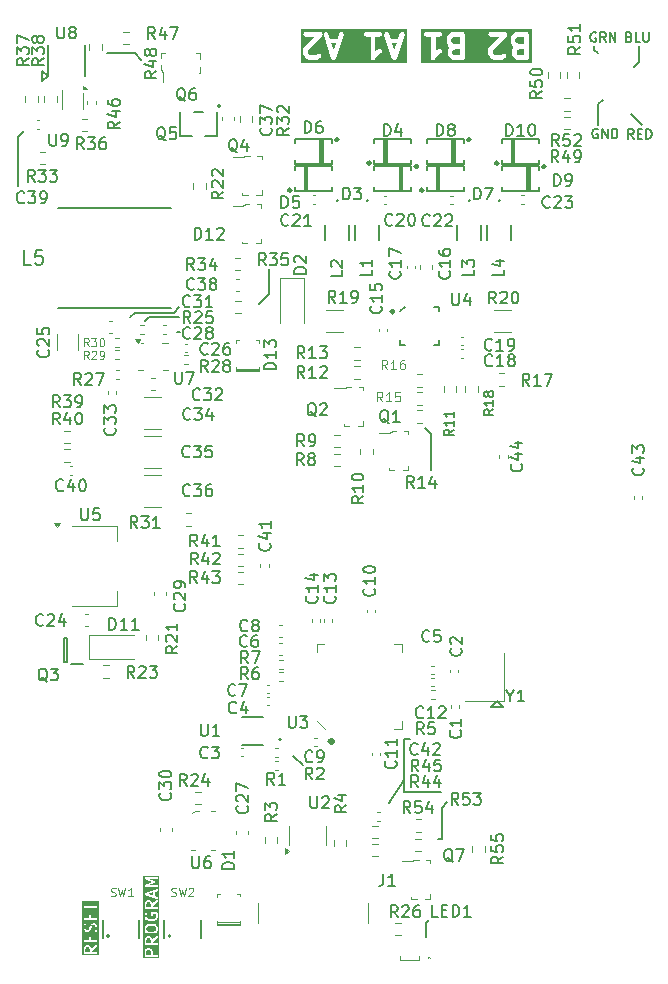
<source format=gto>
%TF.GenerationSoftware,KiCad,Pcbnew,9.0.0*%
%TF.CreationDate,2025-03-03T22:11:57+00:00*%
%TF.ProjectId,StepUp,53746570-5570-42e6-9b69-6361645f7063,v0.3*%
%TF.SameCoordinates,Original*%
%TF.FileFunction,Legend,Top*%
%TF.FilePolarity,Positive*%
%FSLAX45Y45*%
G04 Gerber Fmt 4.5, Leading zero omitted, Abs format (unit mm)*
G04 Created by KiCad (PCBNEW 9.0.0) date 2025-03-03 22:11:57*
%MOMM*%
%LPD*%
G01*
G04 APERTURE LIST*
%ADD10C,0.150000*%
%ADD11C,0.350000*%
%ADD12C,0.400000*%
%ADD13C,0.100000*%
%ADD14C,0.120000*%
%ADD15C,0.152400*%
%ADD16C,0.250000*%
%ADD17C,0.200000*%
%ADD18C,0.273607*%
G04 APERTURE END LIST*
D10*
X10965000Y-5222500D02*
X10965000Y-5360000D01*
X9032500Y-11095000D02*
X8982500Y-11095000D01*
X7057500Y-7647500D02*
X7082500Y-7647500D01*
X10622500Y-5720000D02*
X10660000Y-5682500D01*
X6660000Y-7525000D02*
X6700000Y-7485000D01*
X9207500Y-8815000D02*
X9207500Y-8512500D01*
X7030000Y-7485000D02*
X7077500Y-7437500D01*
X9297500Y-11937500D02*
X9267500Y-11937500D01*
X10585000Y-5257500D02*
X10617500Y-5290000D01*
X7835000Y-7322500D02*
X7835000Y-7112500D01*
X6987500Y-7485000D02*
X7030000Y-7485000D01*
X6755000Y-5345000D02*
X6697500Y-5287500D01*
X8852500Y-11640000D02*
X8977500Y-11437500D01*
X8982500Y-11095000D02*
X8982500Y-11542500D01*
X9717500Y-10822500D02*
X9815000Y-10822500D01*
X8982500Y-11542500D02*
X9292500Y-11542500D01*
X9297500Y-11682500D02*
X9297500Y-11937500D01*
X10585000Y-5222500D02*
X10585000Y-5257500D01*
X6700000Y-7485000D02*
X6987500Y-7485000D01*
X7747500Y-7410000D02*
X7835000Y-7322500D01*
X9165000Y-12772500D02*
X9165000Y-12650000D01*
X5712500Y-6412500D02*
X5712500Y-5997500D01*
X9207500Y-8512500D02*
X9157500Y-8462500D01*
X5712500Y-5997500D02*
X5765000Y-5945000D01*
X10622500Y-5892500D02*
X10622500Y-5757500D01*
X10990000Y-5892500D02*
X10897500Y-5800000D01*
X9345000Y-11627500D02*
X9297500Y-11682500D01*
X9770000Y-10770000D02*
X9717500Y-10822500D01*
X9815000Y-10822500D02*
X9762500Y-10770000D01*
X6785000Y-7557500D02*
X6817500Y-7525000D01*
X6817500Y-7525000D02*
X7077500Y-7525000D01*
X8125000Y-11317500D02*
X8042500Y-11235000D01*
X10965000Y-5360000D02*
X10922500Y-5402500D01*
X10622500Y-5757500D02*
X10622500Y-5720000D01*
D11*
X8380000Y-11115000D02*
G75*
G02*
X8345000Y-11115000I-17500J0D01*
G01*
X8345000Y-11115000D02*
G75*
G02*
X8380000Y-11115000I17500J0D01*
G01*
D10*
X6697500Y-5287500D02*
X6462500Y-5287500D01*
X9165000Y-12650000D02*
X9192500Y-12622500D01*
X10618321Y-5933239D02*
X10610702Y-5929429D01*
X10610702Y-5929429D02*
X10599273Y-5929429D01*
X10599273Y-5929429D02*
X10587845Y-5933239D01*
X10587845Y-5933239D02*
X10580226Y-5940858D01*
X10580226Y-5940858D02*
X10576416Y-5948477D01*
X10576416Y-5948477D02*
X10572606Y-5963715D01*
X10572606Y-5963715D02*
X10572606Y-5975144D01*
X10572606Y-5975144D02*
X10576416Y-5990382D01*
X10576416Y-5990382D02*
X10580226Y-5998001D01*
X10580226Y-5998001D02*
X10587845Y-6005620D01*
X10587845Y-6005620D02*
X10599273Y-6009429D01*
X10599273Y-6009429D02*
X10606892Y-6009429D01*
X10606892Y-6009429D02*
X10618321Y-6005620D01*
X10618321Y-6005620D02*
X10622130Y-6001810D01*
X10622130Y-6001810D02*
X10622130Y-5975144D01*
X10622130Y-5975144D02*
X10606892Y-5975144D01*
X10656416Y-6009429D02*
X10656416Y-5929429D01*
X10656416Y-5929429D02*
X10702130Y-6009429D01*
X10702130Y-6009429D02*
X10702130Y-5929429D01*
X10740226Y-6009429D02*
X10740226Y-5929429D01*
X10740226Y-5929429D02*
X10759273Y-5929429D01*
X10759273Y-5929429D02*
X10770702Y-5933239D01*
X10770702Y-5933239D02*
X10778321Y-5940858D01*
X10778321Y-5940858D02*
X10782130Y-5948477D01*
X10782130Y-5948477D02*
X10785940Y-5963715D01*
X10785940Y-5963715D02*
X10785940Y-5975144D01*
X10785940Y-5975144D02*
X10782130Y-5990382D01*
X10782130Y-5990382D02*
X10778321Y-5998001D01*
X10778321Y-5998001D02*
X10770702Y-6005620D01*
X10770702Y-6005620D02*
X10759273Y-6009429D01*
X10759273Y-6009429D02*
X10740226Y-6009429D01*
D12*
G36*
X8383684Y-5263310D02*
G01*
X8363814Y-5203699D01*
X8403555Y-5203699D01*
X8383684Y-5263310D01*
G37*
G36*
X8897970Y-5263310D02*
G01*
X8878100Y-5203699D01*
X8917840Y-5203699D01*
X8897970Y-5263310D01*
G37*
G36*
X9006702Y-5368778D02*
G01*
X8103367Y-5368778D01*
X8103367Y-5269413D01*
X8125589Y-5269413D01*
X8125589Y-5288461D01*
X8125973Y-5292363D01*
X8126248Y-5293026D01*
X8126299Y-5293743D01*
X8127700Y-5297405D01*
X8137224Y-5316453D01*
X8138281Y-5318132D01*
X8138483Y-5318620D01*
X8138934Y-5319169D01*
X8139313Y-5319771D01*
X8139712Y-5320117D01*
X8140971Y-5321651D01*
X8150494Y-5331174D01*
X8152028Y-5332433D01*
X8152374Y-5332832D01*
X8152976Y-5333211D01*
X8153525Y-5333662D01*
X8154013Y-5333864D01*
X8155692Y-5334921D01*
X8174740Y-5344445D01*
X8178402Y-5345846D01*
X8179118Y-5345897D01*
X8179782Y-5346172D01*
X8183684Y-5346556D01*
X8231303Y-5346556D01*
X8235205Y-5346172D01*
X8235869Y-5345897D01*
X8236586Y-5345846D01*
X8240247Y-5344445D01*
X8259295Y-5334921D01*
X8260974Y-5333864D01*
X8261462Y-5333662D01*
X8262011Y-5333211D01*
X8262613Y-5332832D01*
X8262959Y-5332433D01*
X8264493Y-5331174D01*
X8274017Y-5321651D01*
X8276504Y-5318620D01*
X8279490Y-5311410D01*
X8279490Y-5303607D01*
X8276504Y-5296397D01*
X8270986Y-5290879D01*
X8263776Y-5287893D01*
X8255973Y-5287893D01*
X8248763Y-5290879D01*
X8245732Y-5293366D01*
X8238504Y-5300595D01*
X8226582Y-5306556D01*
X8188405Y-5306556D01*
X8176484Y-5300595D01*
X8171550Y-5295661D01*
X8165589Y-5283740D01*
X8165589Y-5272659D01*
X8172593Y-5251645D01*
X8283541Y-5140698D01*
X8286028Y-5137668D01*
X8289014Y-5130458D01*
X8289014Y-5129058D01*
X8297175Y-5129058D01*
X8298044Y-5132881D01*
X8364710Y-5332881D01*
X8366309Y-5336461D01*
X8367245Y-5337540D01*
X8367884Y-5338818D01*
X8369779Y-5340461D01*
X8371422Y-5342356D01*
X8372700Y-5342995D01*
X8373780Y-5343931D01*
X8376159Y-5344724D01*
X8378402Y-5345846D01*
X8379827Y-5345947D01*
X8381183Y-5346399D01*
X8383684Y-5346221D01*
X8386186Y-5346399D01*
X8387541Y-5345947D01*
X8388967Y-5345846D01*
X8391210Y-5344724D01*
X8393589Y-5343931D01*
X8394668Y-5342995D01*
X8395947Y-5342356D01*
X8397590Y-5340461D01*
X8399484Y-5338818D01*
X8400123Y-5337540D01*
X8401059Y-5336461D01*
X8402658Y-5332881D01*
X8469325Y-5132881D01*
X8470194Y-5129058D01*
X8469739Y-5122654D01*
X8640259Y-5122654D01*
X8640259Y-5130458D01*
X8643245Y-5137668D01*
X8648763Y-5143186D01*
X8655973Y-5146172D01*
X8659875Y-5146556D01*
X8697018Y-5146556D01*
X8697018Y-5326556D01*
X8697019Y-5326570D01*
X8697018Y-5326577D01*
X8697022Y-5326597D01*
X8697402Y-5330458D01*
X8698160Y-5332287D01*
X8698548Y-5334229D01*
X8699638Y-5335857D01*
X8700388Y-5337668D01*
X8701789Y-5339068D01*
X8702890Y-5340713D01*
X8704521Y-5341800D01*
X8705906Y-5343186D01*
X8707736Y-5343943D01*
X8709383Y-5345042D01*
X8711306Y-5345422D01*
X8713116Y-5346172D01*
X8715096Y-5346172D01*
X8717039Y-5346556D01*
X8718960Y-5346172D01*
X8720919Y-5346172D01*
X8722749Y-5345414D01*
X8724691Y-5345026D01*
X8726319Y-5343935D01*
X8728129Y-5343186D01*
X8729529Y-5341785D01*
X8731175Y-5340683D01*
X8733632Y-5337682D01*
X8733647Y-5337668D01*
X8733650Y-5337661D01*
X8733659Y-5337650D01*
X8751608Y-5310726D01*
X8766960Y-5295374D01*
X8783105Y-5287302D01*
X8786423Y-5285213D01*
X8791536Y-5279318D01*
X8794003Y-5271915D01*
X8793450Y-5264131D01*
X8789960Y-5257151D01*
X8784065Y-5252038D01*
X8776662Y-5249570D01*
X8768878Y-5250124D01*
X8765216Y-5251525D01*
X8746169Y-5261049D01*
X8744489Y-5262106D01*
X8744001Y-5262308D01*
X8743452Y-5262759D01*
X8742851Y-5263137D01*
X8742504Y-5263536D01*
X8740971Y-5264795D01*
X8737018Y-5268748D01*
X8737018Y-5146556D01*
X8774160Y-5146556D01*
X8778062Y-5146172D01*
X8785272Y-5143186D01*
X8790790Y-5137668D01*
X8793776Y-5130458D01*
X8793776Y-5129058D01*
X8811460Y-5129058D01*
X8812330Y-5132881D01*
X8878996Y-5332881D01*
X8880595Y-5336461D01*
X8881531Y-5337540D01*
X8882170Y-5338818D01*
X8884065Y-5340461D01*
X8885708Y-5342356D01*
X8886986Y-5342995D01*
X8888065Y-5343931D01*
X8890445Y-5344724D01*
X8892688Y-5345846D01*
X8894113Y-5345947D01*
X8895469Y-5346399D01*
X8897970Y-5346221D01*
X8900472Y-5346399D01*
X8901827Y-5345947D01*
X8903253Y-5345846D01*
X8905496Y-5344724D01*
X8907875Y-5343931D01*
X8908954Y-5342995D01*
X8910232Y-5342356D01*
X8911875Y-5340461D01*
X8913770Y-5338818D01*
X8914409Y-5337540D01*
X8915345Y-5336461D01*
X8916944Y-5332881D01*
X8983610Y-5132881D01*
X8984480Y-5129058D01*
X8983926Y-5121274D01*
X8980437Y-5114294D01*
X8974541Y-5109181D01*
X8967138Y-5106713D01*
X8959354Y-5107266D01*
X8952374Y-5110756D01*
X8947261Y-5116652D01*
X8945663Y-5120232D01*
X8931174Y-5163699D01*
X8864766Y-5163699D01*
X8850277Y-5120232D01*
X8848679Y-5116652D01*
X8843566Y-5110756D01*
X8836586Y-5107266D01*
X8828802Y-5106713D01*
X8821399Y-5109181D01*
X8815503Y-5114294D01*
X8812014Y-5121274D01*
X8811460Y-5129058D01*
X8793776Y-5129058D01*
X8793776Y-5122654D01*
X8790790Y-5115445D01*
X8785272Y-5109927D01*
X8778062Y-5106940D01*
X8774160Y-5106556D01*
X8659875Y-5106556D01*
X8655973Y-5106940D01*
X8648763Y-5109927D01*
X8643245Y-5115445D01*
X8640259Y-5122654D01*
X8469739Y-5122654D01*
X8469641Y-5121274D01*
X8466151Y-5114294D01*
X8460255Y-5109181D01*
X8452852Y-5106713D01*
X8445068Y-5107266D01*
X8438089Y-5110756D01*
X8432976Y-5116652D01*
X8431377Y-5120232D01*
X8416888Y-5163699D01*
X8350480Y-5163699D01*
X8335991Y-5120232D01*
X8334393Y-5116652D01*
X8329280Y-5110756D01*
X8322300Y-5107266D01*
X8314516Y-5106713D01*
X8307113Y-5109181D01*
X8301218Y-5114294D01*
X8297728Y-5121274D01*
X8297175Y-5129058D01*
X8289014Y-5129058D01*
X8289014Y-5122654D01*
X8286028Y-5115445D01*
X8280510Y-5109927D01*
X8273300Y-5106940D01*
X8269398Y-5106556D01*
X8145589Y-5106556D01*
X8141687Y-5106940D01*
X8134477Y-5109927D01*
X8128959Y-5115445D01*
X8125973Y-5122654D01*
X8125973Y-5130458D01*
X8128959Y-5137668D01*
X8134477Y-5143186D01*
X8141687Y-5146172D01*
X8145589Y-5146556D01*
X8221114Y-5146556D01*
X8140971Y-5226700D01*
X8138483Y-5229731D01*
X8138208Y-5230394D01*
X8137737Y-5230937D01*
X8136139Y-5234517D01*
X8126615Y-5263089D01*
X8126175Y-5265024D01*
X8125973Y-5265512D01*
X8125903Y-5266219D01*
X8125746Y-5266912D01*
X8125783Y-5267438D01*
X8125589Y-5269413D01*
X8103367Y-5269413D01*
X8103367Y-5084334D01*
X9006702Y-5084334D01*
X9006702Y-5368778D01*
G37*
D10*
G36*
X6312896Y-12858664D02*
G01*
X6315937Y-12861705D01*
X6319363Y-12868556D01*
X6319363Y-12897381D01*
X6281982Y-12897381D01*
X6281982Y-12868556D01*
X6285408Y-12861705D01*
X6288448Y-12858664D01*
X6295300Y-12855238D01*
X6306045Y-12855238D01*
X6312896Y-12858664D01*
G37*
G36*
X6393093Y-12923492D02*
G01*
X6255871Y-12923492D01*
X6255871Y-12866786D01*
X6266982Y-12866786D01*
X6266982Y-12904881D01*
X6267126Y-12906344D01*
X6268246Y-12909048D01*
X6270315Y-12911117D01*
X6273019Y-12912237D01*
X6274482Y-12912381D01*
X6374482Y-12912381D01*
X6375945Y-12912237D01*
X6378649Y-12911117D01*
X6380718Y-12909048D01*
X6381838Y-12906344D01*
X6381838Y-12903418D01*
X6380718Y-12900714D01*
X6378649Y-12898645D01*
X6375945Y-12897525D01*
X6374482Y-12897381D01*
X6334363Y-12897381D01*
X6334363Y-12884976D01*
X6378783Y-12853882D01*
X6379899Y-12852925D01*
X6381472Y-12850457D01*
X6381980Y-12847576D01*
X6381347Y-12844718D01*
X6379669Y-12842321D01*
X6377201Y-12840748D01*
X6374319Y-12840240D01*
X6371462Y-12840873D01*
X6370181Y-12841594D01*
X6334352Y-12866674D01*
X6334219Y-12865322D01*
X6334116Y-12865074D01*
X6334096Y-12864805D01*
X6333571Y-12863432D01*
X6328809Y-12853908D01*
X6328413Y-12853278D01*
X6328337Y-12853095D01*
X6328168Y-12852889D01*
X6328026Y-12852663D01*
X6327876Y-12852533D01*
X6327404Y-12851959D01*
X6322642Y-12847197D01*
X6322067Y-12846725D01*
X6321937Y-12846575D01*
X6321711Y-12846433D01*
X6321506Y-12846264D01*
X6321323Y-12846188D01*
X6320693Y-12845792D01*
X6311169Y-12841030D01*
X6309796Y-12840504D01*
X6309527Y-12840485D01*
X6309278Y-12840382D01*
X6307815Y-12840238D01*
X6293529Y-12840238D01*
X6292066Y-12840382D01*
X6291817Y-12840485D01*
X6291548Y-12840504D01*
X6290175Y-12841030D01*
X6280652Y-12845792D01*
X6280022Y-12846188D01*
X6279839Y-12846264D01*
X6279633Y-12846433D01*
X6279407Y-12846575D01*
X6279277Y-12846725D01*
X6278702Y-12847197D01*
X6273940Y-12851959D01*
X6273469Y-12852533D01*
X6273319Y-12852663D01*
X6273177Y-12852889D01*
X6273008Y-12853095D01*
X6272932Y-12853278D01*
X6272536Y-12853908D01*
X6267774Y-12863432D01*
X6267248Y-12864805D01*
X6267229Y-12865073D01*
X6267126Y-12865322D01*
X6266982Y-12866786D01*
X6255871Y-12866786D01*
X6255871Y-12757262D01*
X6266982Y-12757262D01*
X6266982Y-12804881D01*
X6267126Y-12806344D01*
X6268246Y-12809048D01*
X6270315Y-12811117D01*
X6273019Y-12812237D01*
X6274482Y-12812381D01*
X6374482Y-12812381D01*
X6375945Y-12812237D01*
X6378649Y-12811117D01*
X6380718Y-12809048D01*
X6381838Y-12806344D01*
X6381982Y-12804881D01*
X6381982Y-12757262D01*
X6381838Y-12755799D01*
X6380718Y-12753095D01*
X6378649Y-12751026D01*
X6375945Y-12749906D01*
X6373019Y-12749906D01*
X6370315Y-12751026D01*
X6368246Y-12753095D01*
X6367126Y-12755799D01*
X6366982Y-12757262D01*
X6366982Y-12797381D01*
X6329601Y-12797381D01*
X6329601Y-12771548D01*
X6329457Y-12770084D01*
X6328337Y-12767381D01*
X6326268Y-12765312D01*
X6323564Y-12764192D01*
X6320638Y-12764192D01*
X6317934Y-12765312D01*
X6315865Y-12767381D01*
X6314745Y-12770084D01*
X6314601Y-12771548D01*
X6314601Y-12797381D01*
X6281982Y-12797381D01*
X6281982Y-12757262D01*
X6281838Y-12755799D01*
X6280718Y-12753095D01*
X6278649Y-12751026D01*
X6275945Y-12749906D01*
X6273019Y-12749906D01*
X6270315Y-12751026D01*
X6268246Y-12753095D01*
X6267126Y-12755799D01*
X6266982Y-12757262D01*
X6255871Y-12757262D01*
X6255871Y-12676309D01*
X6266982Y-12676309D01*
X6266982Y-12700119D01*
X6267126Y-12701582D01*
X6267229Y-12701831D01*
X6267248Y-12702100D01*
X6267774Y-12703473D01*
X6272536Y-12712997D01*
X6272932Y-12713627D01*
X6273008Y-12713810D01*
X6273177Y-12714015D01*
X6273319Y-12714241D01*
X6273469Y-12714371D01*
X6273940Y-12714946D01*
X6278702Y-12719708D01*
X6279277Y-12720180D01*
X6279407Y-12720330D01*
X6279633Y-12720472D01*
X6279839Y-12720641D01*
X6280022Y-12720716D01*
X6280652Y-12721113D01*
X6290175Y-12725875D01*
X6291548Y-12726400D01*
X6291817Y-12726419D01*
X6292066Y-12726522D01*
X6293529Y-12726667D01*
X6303053Y-12726667D01*
X6304516Y-12726522D01*
X6304765Y-12726419D01*
X6305034Y-12726400D01*
X6306407Y-12725875D01*
X6315931Y-12721113D01*
X6316561Y-12720716D01*
X6316744Y-12720641D01*
X6316949Y-12720472D01*
X6317175Y-12720330D01*
X6317305Y-12720180D01*
X6317880Y-12719708D01*
X6322642Y-12714946D01*
X6323114Y-12714371D01*
X6323264Y-12714241D01*
X6323406Y-12714015D01*
X6323575Y-12713810D01*
X6323651Y-12713627D01*
X6324047Y-12712997D01*
X6328809Y-12703473D01*
X6328850Y-12703366D01*
X6328882Y-12703323D01*
X6329101Y-12702709D01*
X6329335Y-12702100D01*
X6329338Y-12702046D01*
X6329377Y-12701938D01*
X6333939Y-12683689D01*
X6337789Y-12675990D01*
X6340829Y-12672950D01*
X6347681Y-12669524D01*
X6353664Y-12669524D01*
X6360515Y-12672950D01*
X6363556Y-12675990D01*
X6366982Y-12682842D01*
X6366982Y-12703664D01*
X6362605Y-12716795D01*
X6362279Y-12718229D01*
X6362486Y-12721148D01*
X6363795Y-12723765D01*
X6366006Y-12725682D01*
X6368782Y-12726608D01*
X6371701Y-12726400D01*
X6374318Y-12725092D01*
X6376236Y-12722881D01*
X6376835Y-12721538D01*
X6381597Y-12707253D01*
X6381762Y-12706527D01*
X6381838Y-12706344D01*
X6381864Y-12706079D01*
X6381923Y-12705819D01*
X6381909Y-12705621D01*
X6381982Y-12704881D01*
X6381982Y-12681071D01*
X6381838Y-12679608D01*
X6381735Y-12679359D01*
X6381716Y-12679090D01*
X6381190Y-12677717D01*
X6376428Y-12668193D01*
X6376032Y-12667563D01*
X6375956Y-12667381D01*
X6375787Y-12667175D01*
X6375645Y-12666949D01*
X6375495Y-12666819D01*
X6375023Y-12666244D01*
X6370261Y-12661482D01*
X6369686Y-12661010D01*
X6369556Y-12660861D01*
X6369330Y-12660718D01*
X6369125Y-12660550D01*
X6368942Y-12660474D01*
X6368312Y-12660077D01*
X6358788Y-12655316D01*
X6357415Y-12654790D01*
X6357146Y-12654771D01*
X6356897Y-12654668D01*
X6355434Y-12654524D01*
X6345910Y-12654524D01*
X6344447Y-12654668D01*
X6344198Y-12654771D01*
X6343929Y-12654790D01*
X6342556Y-12655316D01*
X6333032Y-12660077D01*
X6332402Y-12660474D01*
X6332220Y-12660550D01*
X6332014Y-12660718D01*
X6331788Y-12660861D01*
X6331658Y-12661010D01*
X6331083Y-12661482D01*
X6326321Y-12666244D01*
X6325849Y-12666819D01*
X6325700Y-12666949D01*
X6325557Y-12667175D01*
X6325389Y-12667381D01*
X6325313Y-12667563D01*
X6324916Y-12668193D01*
X6320155Y-12677717D01*
X6320114Y-12677824D01*
X6320081Y-12677868D01*
X6319862Y-12678482D01*
X6319629Y-12679090D01*
X6319625Y-12679144D01*
X6319587Y-12679252D01*
X6315024Y-12697501D01*
X6311175Y-12705200D01*
X6308134Y-12708241D01*
X6301283Y-12711667D01*
X6295300Y-12711667D01*
X6288448Y-12708241D01*
X6285408Y-12705200D01*
X6281982Y-12698348D01*
X6281982Y-12677526D01*
X6286359Y-12664396D01*
X6286685Y-12662962D01*
X6286477Y-12660043D01*
X6285169Y-12657425D01*
X6282958Y-12655508D01*
X6280182Y-12654583D01*
X6277263Y-12654790D01*
X6274645Y-12656099D01*
X6272728Y-12658310D01*
X6272129Y-12659652D01*
X6267367Y-12673938D01*
X6267202Y-12674663D01*
X6267126Y-12674846D01*
X6267100Y-12675112D01*
X6267041Y-12675371D01*
X6267055Y-12675569D01*
X6266982Y-12676309D01*
X6255871Y-12676309D01*
X6255871Y-12571548D01*
X6266982Y-12571548D01*
X6266982Y-12619167D01*
X6267126Y-12620630D01*
X6268246Y-12623333D01*
X6270315Y-12625403D01*
X6273019Y-12626522D01*
X6274482Y-12626667D01*
X6374482Y-12626667D01*
X6375945Y-12626522D01*
X6378649Y-12625403D01*
X6380718Y-12623333D01*
X6381838Y-12620630D01*
X6381982Y-12619167D01*
X6381982Y-12571548D01*
X6381838Y-12570084D01*
X6380718Y-12567381D01*
X6378649Y-12565312D01*
X6375945Y-12564192D01*
X6373019Y-12564192D01*
X6370315Y-12565312D01*
X6368246Y-12567381D01*
X6367126Y-12570084D01*
X6366982Y-12571548D01*
X6366982Y-12611667D01*
X6329601Y-12611667D01*
X6329601Y-12585833D01*
X6329457Y-12584370D01*
X6328337Y-12581666D01*
X6326268Y-12579597D01*
X6323564Y-12578477D01*
X6320638Y-12578477D01*
X6317934Y-12579597D01*
X6315865Y-12581666D01*
X6314745Y-12584370D01*
X6314601Y-12585833D01*
X6314601Y-12611667D01*
X6281982Y-12611667D01*
X6281982Y-12571548D01*
X6281838Y-12570084D01*
X6280718Y-12567381D01*
X6278649Y-12565312D01*
X6275945Y-12564192D01*
X6273019Y-12564192D01*
X6270315Y-12565312D01*
X6268246Y-12567381D01*
X6267126Y-12570084D01*
X6266982Y-12571548D01*
X6255871Y-12571548D01*
X6255871Y-12485833D01*
X6266982Y-12485833D01*
X6266982Y-12542976D01*
X6267126Y-12544439D01*
X6268246Y-12547143D01*
X6270315Y-12549212D01*
X6273019Y-12550332D01*
X6275945Y-12550332D01*
X6278649Y-12549212D01*
X6280718Y-12547143D01*
X6281838Y-12544439D01*
X6281982Y-12542976D01*
X6281982Y-12521905D01*
X6374482Y-12521905D01*
X6375945Y-12521761D01*
X6378649Y-12520641D01*
X6380718Y-12518571D01*
X6381838Y-12515868D01*
X6381838Y-12512941D01*
X6380718Y-12510238D01*
X6378649Y-12508169D01*
X6375945Y-12507049D01*
X6374482Y-12506905D01*
X6281982Y-12506905D01*
X6281982Y-12485833D01*
X6281838Y-12484370D01*
X6280718Y-12481666D01*
X6278649Y-12479597D01*
X6275945Y-12478477D01*
X6273019Y-12478477D01*
X6270315Y-12479597D01*
X6268246Y-12481666D01*
X6267126Y-12484370D01*
X6266982Y-12485833D01*
X6255871Y-12485833D01*
X6255871Y-12467366D01*
X6393093Y-12467366D01*
X6393093Y-12923492D01*
G37*
G36*
X6827896Y-12882354D02*
G01*
X6830937Y-12885395D01*
X6834363Y-12892247D01*
X6834363Y-12921071D01*
X6796982Y-12921071D01*
X6796982Y-12892247D01*
X6800408Y-12885395D01*
X6803448Y-12882354D01*
X6810300Y-12878928D01*
X6821045Y-12878928D01*
X6827896Y-12882354D01*
G37*
G36*
X6827896Y-12782354D02*
G01*
X6830937Y-12785395D01*
X6834363Y-12792247D01*
X6834363Y-12821071D01*
X6796982Y-12821071D01*
X6796982Y-12792247D01*
X6800408Y-12785395D01*
X6803448Y-12782354D01*
X6810300Y-12778928D01*
X6821045Y-12778928D01*
X6827896Y-12782354D01*
G37*
G36*
X6871362Y-12678201D02*
G01*
X6878556Y-12685395D01*
X6881982Y-12692247D01*
X6881982Y-12707753D01*
X6878556Y-12714605D01*
X6871362Y-12721799D01*
X6855225Y-12725833D01*
X6823739Y-12725833D01*
X6807602Y-12721799D01*
X6800408Y-12714605D01*
X6796982Y-12707753D01*
X6796982Y-12692247D01*
X6800408Y-12685395D01*
X6807602Y-12678201D01*
X6823739Y-12674167D01*
X6855225Y-12674167D01*
X6871362Y-12678201D01*
G37*
G36*
X6827896Y-12477592D02*
G01*
X6830937Y-12480633D01*
X6834363Y-12487485D01*
X6834363Y-12516309D01*
X6796982Y-12516309D01*
X6796982Y-12487485D01*
X6800408Y-12480633D01*
X6803448Y-12477592D01*
X6810300Y-12474167D01*
X6821045Y-12474167D01*
X6827896Y-12477592D01*
G37*
G36*
X6853410Y-12418166D02*
G01*
X6813199Y-12404762D01*
X6853410Y-12391358D01*
X6853410Y-12418166D01*
G37*
G36*
X6908093Y-12947182D02*
G01*
X6770871Y-12947182D01*
X6770871Y-12890476D01*
X6781982Y-12890476D01*
X6781982Y-12928571D01*
X6782126Y-12930034D01*
X6783246Y-12932738D01*
X6785315Y-12934807D01*
X6788019Y-12935927D01*
X6789482Y-12936071D01*
X6889482Y-12936071D01*
X6890945Y-12935927D01*
X6893649Y-12934807D01*
X6895718Y-12932738D01*
X6896838Y-12930034D01*
X6896838Y-12927108D01*
X6895718Y-12924404D01*
X6893649Y-12922335D01*
X6890945Y-12921215D01*
X6889482Y-12921071D01*
X6849363Y-12921071D01*
X6849363Y-12890476D01*
X6849219Y-12889013D01*
X6849116Y-12888764D01*
X6849096Y-12888495D01*
X6848571Y-12887122D01*
X6843809Y-12877598D01*
X6843413Y-12876968D01*
X6843337Y-12876785D01*
X6843168Y-12876580D01*
X6843026Y-12876354D01*
X6842876Y-12876224D01*
X6842404Y-12875649D01*
X6837642Y-12870887D01*
X6837067Y-12870415D01*
X6836937Y-12870265D01*
X6836711Y-12870123D01*
X6836506Y-12869954D01*
X6836323Y-12869879D01*
X6835693Y-12869482D01*
X6826169Y-12864720D01*
X6824796Y-12864195D01*
X6824527Y-12864176D01*
X6824278Y-12864073D01*
X6822815Y-12863928D01*
X6808529Y-12863928D01*
X6807066Y-12864073D01*
X6806817Y-12864176D01*
X6806548Y-12864195D01*
X6805175Y-12864720D01*
X6795652Y-12869482D01*
X6795022Y-12869879D01*
X6794839Y-12869954D01*
X6794633Y-12870123D01*
X6794407Y-12870265D01*
X6794277Y-12870415D01*
X6793702Y-12870887D01*
X6788940Y-12875649D01*
X6788469Y-12876224D01*
X6788319Y-12876354D01*
X6788177Y-12876580D01*
X6788008Y-12876785D01*
X6787932Y-12876968D01*
X6787536Y-12877598D01*
X6782774Y-12887122D01*
X6782248Y-12888495D01*
X6782229Y-12888764D01*
X6782126Y-12889013D01*
X6781982Y-12890476D01*
X6770871Y-12890476D01*
X6770871Y-12790476D01*
X6781982Y-12790476D01*
X6781982Y-12828571D01*
X6782126Y-12830034D01*
X6783246Y-12832738D01*
X6785315Y-12834807D01*
X6788019Y-12835927D01*
X6789482Y-12836071D01*
X6889482Y-12836071D01*
X6890945Y-12835927D01*
X6893649Y-12834807D01*
X6895718Y-12832738D01*
X6896838Y-12830034D01*
X6896838Y-12827108D01*
X6895718Y-12824404D01*
X6893649Y-12822335D01*
X6890945Y-12821215D01*
X6889482Y-12821071D01*
X6849363Y-12821071D01*
X6849363Y-12808667D01*
X6893783Y-12777573D01*
X6894899Y-12776616D01*
X6896472Y-12774148D01*
X6896980Y-12771266D01*
X6896347Y-12768409D01*
X6894669Y-12766011D01*
X6892201Y-12764439D01*
X6889319Y-12763930D01*
X6886462Y-12764563D01*
X6885181Y-12765284D01*
X6849352Y-12790364D01*
X6849219Y-12789013D01*
X6849116Y-12788764D01*
X6849096Y-12788495D01*
X6848571Y-12787122D01*
X6843809Y-12777598D01*
X6843413Y-12776968D01*
X6843337Y-12776785D01*
X6843168Y-12776580D01*
X6843026Y-12776354D01*
X6842876Y-12776224D01*
X6842404Y-12775649D01*
X6837642Y-12770887D01*
X6837067Y-12770415D01*
X6836937Y-12770265D01*
X6836711Y-12770123D01*
X6836506Y-12769954D01*
X6836323Y-12769879D01*
X6835693Y-12769482D01*
X6826169Y-12764720D01*
X6824796Y-12764195D01*
X6824527Y-12764176D01*
X6824278Y-12764073D01*
X6822815Y-12763928D01*
X6808529Y-12763928D01*
X6807066Y-12764073D01*
X6806817Y-12764176D01*
X6806548Y-12764195D01*
X6805175Y-12764720D01*
X6795652Y-12769482D01*
X6795022Y-12769879D01*
X6794839Y-12769954D01*
X6794633Y-12770123D01*
X6794407Y-12770265D01*
X6794277Y-12770415D01*
X6793702Y-12770887D01*
X6788940Y-12775649D01*
X6788469Y-12776224D01*
X6788319Y-12776354D01*
X6788177Y-12776580D01*
X6788008Y-12776785D01*
X6787932Y-12776968D01*
X6787536Y-12777598D01*
X6782774Y-12787122D01*
X6782248Y-12788495D01*
X6782229Y-12788764D01*
X6782126Y-12789013D01*
X6781982Y-12790476D01*
X6770871Y-12790476D01*
X6770871Y-12690476D01*
X6781982Y-12690476D01*
X6781982Y-12709524D01*
X6782126Y-12710987D01*
X6782229Y-12711236D01*
X6782248Y-12711505D01*
X6782774Y-12712878D01*
X6787536Y-12722402D01*
X6787932Y-12723031D01*
X6788008Y-12723214D01*
X6788177Y-12723420D01*
X6788319Y-12723646D01*
X6788469Y-12723776D01*
X6788940Y-12724351D01*
X6798464Y-12733875D01*
X6799601Y-12734807D01*
X6800116Y-12735021D01*
X6800564Y-12735353D01*
X6801949Y-12735847D01*
X6820996Y-12740609D01*
X6821250Y-12740647D01*
X6821352Y-12740689D01*
X6821903Y-12740743D01*
X6822451Y-12740824D01*
X6822560Y-12740808D01*
X6822815Y-12740833D01*
X6856148Y-12740833D01*
X6856404Y-12740808D01*
X6856513Y-12740824D01*
X6857060Y-12740743D01*
X6857612Y-12740689D01*
X6857714Y-12740647D01*
X6857967Y-12740609D01*
X6877015Y-12735847D01*
X6878400Y-12735353D01*
X6878848Y-12735021D01*
X6879363Y-12734807D01*
X6880499Y-12733875D01*
X6890023Y-12724351D01*
X6890495Y-12723776D01*
X6890645Y-12723646D01*
X6890787Y-12723420D01*
X6890956Y-12723214D01*
X6891032Y-12723031D01*
X6891428Y-12722402D01*
X6896190Y-12712878D01*
X6896716Y-12711505D01*
X6896735Y-12711236D01*
X6896838Y-12710987D01*
X6896982Y-12709524D01*
X6896982Y-12690476D01*
X6896838Y-12689013D01*
X6896735Y-12688764D01*
X6896716Y-12688495D01*
X6896190Y-12687122D01*
X6891428Y-12677598D01*
X6891032Y-12676969D01*
X6890956Y-12676785D01*
X6890787Y-12676579D01*
X6890645Y-12676354D01*
X6890495Y-12676224D01*
X6890023Y-12675649D01*
X6880499Y-12666125D01*
X6879363Y-12665192D01*
X6878848Y-12664979D01*
X6878400Y-12664647D01*
X6877015Y-12664152D01*
X6857967Y-12659390D01*
X6857714Y-12659353D01*
X6857612Y-12659311D01*
X6857060Y-12659256D01*
X6856513Y-12659175D01*
X6856404Y-12659192D01*
X6856148Y-12659167D01*
X6822815Y-12659167D01*
X6822560Y-12659192D01*
X6822451Y-12659175D01*
X6821903Y-12659256D01*
X6821352Y-12659311D01*
X6821250Y-12659353D01*
X6820996Y-12659390D01*
X6801949Y-12664152D01*
X6800564Y-12664647D01*
X6800116Y-12664979D01*
X6799601Y-12665192D01*
X6798464Y-12666125D01*
X6788940Y-12675649D01*
X6788469Y-12676224D01*
X6788319Y-12676354D01*
X6788177Y-12676580D01*
X6788008Y-12676785D01*
X6787932Y-12676968D01*
X6787536Y-12677598D01*
X6782774Y-12687122D01*
X6782248Y-12688495D01*
X6782229Y-12688764D01*
X6782126Y-12689013D01*
X6781982Y-12690476D01*
X6770871Y-12690476D01*
X6770871Y-12580952D01*
X6781982Y-12580952D01*
X6781982Y-12595238D01*
X6782055Y-12595978D01*
X6782041Y-12596176D01*
X6782100Y-12596436D01*
X6782126Y-12596701D01*
X6782202Y-12596884D01*
X6782367Y-12597610D01*
X6787129Y-12611895D01*
X6787728Y-12613238D01*
X6787905Y-12613441D01*
X6788008Y-12613690D01*
X6788940Y-12614827D01*
X6798464Y-12624351D01*
X6799039Y-12624823D01*
X6799169Y-12624972D01*
X6799395Y-12625114D01*
X6799601Y-12625284D01*
X6799784Y-12625359D01*
X6800413Y-12625756D01*
X6809937Y-12630518D01*
X6810044Y-12630558D01*
X6810088Y-12630591D01*
X6810701Y-12630810D01*
X6811310Y-12631043D01*
X6811364Y-12631047D01*
X6811472Y-12631085D01*
X6830520Y-12635847D01*
X6830774Y-12635885D01*
X6830876Y-12635927D01*
X6831427Y-12635981D01*
X6831974Y-12636062D01*
X6832084Y-12636046D01*
X6832339Y-12636071D01*
X6846625Y-12636071D01*
X6846880Y-12636046D01*
X6846989Y-12636062D01*
X6847537Y-12635981D01*
X6848088Y-12635927D01*
X6848190Y-12635885D01*
X6848444Y-12635847D01*
X6867491Y-12631085D01*
X6867599Y-12631047D01*
X6867653Y-12631043D01*
X6868261Y-12630810D01*
X6868876Y-12630591D01*
X6868919Y-12630558D01*
X6869026Y-12630518D01*
X6878550Y-12625756D01*
X6879180Y-12625359D01*
X6879363Y-12625284D01*
X6879569Y-12625115D01*
X6879794Y-12624972D01*
X6879924Y-12624823D01*
X6880499Y-12624351D01*
X6890023Y-12614827D01*
X6890956Y-12613690D01*
X6891059Y-12613441D01*
X6891236Y-12613238D01*
X6891835Y-12611895D01*
X6896597Y-12597610D01*
X6896762Y-12596884D01*
X6896838Y-12596701D01*
X6896864Y-12596436D01*
X6896923Y-12596176D01*
X6896909Y-12595979D01*
X6896982Y-12595238D01*
X6896982Y-12585714D01*
X6896909Y-12584973D01*
X6896923Y-12584776D01*
X6896864Y-12584516D01*
X6896838Y-12584251D01*
X6896762Y-12584068D01*
X6896597Y-12583342D01*
X6891835Y-12569057D01*
X6891236Y-12567714D01*
X6891059Y-12567510D01*
X6890956Y-12567262D01*
X6890023Y-12566125D01*
X6885261Y-12561363D01*
X6884125Y-12560430D01*
X6882541Y-12559774D01*
X6881421Y-12559311D01*
X6879958Y-12559167D01*
X6846625Y-12559167D01*
X6845161Y-12559311D01*
X6842458Y-12560431D01*
X6840389Y-12562500D01*
X6839269Y-12565203D01*
X6839125Y-12566667D01*
X6839125Y-12585714D01*
X6839269Y-12587177D01*
X6840389Y-12589881D01*
X6842458Y-12591950D01*
X6845161Y-12593070D01*
X6848088Y-12593070D01*
X6850791Y-12591950D01*
X6852861Y-12589881D01*
X6853981Y-12587177D01*
X6854125Y-12585714D01*
X6854125Y-12574167D01*
X6876851Y-12574167D01*
X6878165Y-12575480D01*
X6881982Y-12586931D01*
X6881982Y-12594021D01*
X6878165Y-12605472D01*
X6870753Y-12612883D01*
X6863055Y-12616733D01*
X6845701Y-12621071D01*
X6833262Y-12621071D01*
X6815909Y-12616733D01*
X6808210Y-12612884D01*
X6800799Y-12605472D01*
X6796982Y-12594021D01*
X6796982Y-12582723D01*
X6800952Y-12574783D01*
X6801477Y-12573409D01*
X6801685Y-12570490D01*
X6800759Y-12567714D01*
X6798842Y-12565504D01*
X6796225Y-12564195D01*
X6793306Y-12563987D01*
X6790530Y-12564913D01*
X6788319Y-12566830D01*
X6787536Y-12568074D01*
X6782774Y-12577598D01*
X6782248Y-12578971D01*
X6782229Y-12579240D01*
X6782126Y-12579489D01*
X6781982Y-12580952D01*
X6770871Y-12580952D01*
X6770871Y-12485714D01*
X6781982Y-12485714D01*
X6781982Y-12523809D01*
X6782126Y-12525273D01*
X6783246Y-12527976D01*
X6785315Y-12530045D01*
X6788019Y-12531165D01*
X6789482Y-12531309D01*
X6889482Y-12531309D01*
X6890945Y-12531165D01*
X6893649Y-12530045D01*
X6895718Y-12527976D01*
X6896838Y-12525273D01*
X6896838Y-12522346D01*
X6895718Y-12519643D01*
X6893649Y-12517573D01*
X6890945Y-12516453D01*
X6889482Y-12516309D01*
X6849363Y-12516309D01*
X6849363Y-12503905D01*
X6893783Y-12472811D01*
X6894899Y-12471854D01*
X6896472Y-12469386D01*
X6896980Y-12466504D01*
X6896347Y-12463647D01*
X6894669Y-12461250D01*
X6892201Y-12459677D01*
X6889319Y-12459168D01*
X6886462Y-12459801D01*
X6885181Y-12460522D01*
X6849352Y-12485603D01*
X6849219Y-12484251D01*
X6849116Y-12484002D01*
X6849096Y-12483733D01*
X6848571Y-12482360D01*
X6843809Y-12472836D01*
X6843413Y-12472206D01*
X6843337Y-12472024D01*
X6843168Y-12471818D01*
X6843026Y-12471592D01*
X6842876Y-12471462D01*
X6842404Y-12470887D01*
X6837642Y-12466125D01*
X6837067Y-12465653D01*
X6836937Y-12465503D01*
X6836711Y-12465361D01*
X6836506Y-12465192D01*
X6836323Y-12465117D01*
X6835693Y-12464720D01*
X6826169Y-12459958D01*
X6824796Y-12459433D01*
X6824527Y-12459414D01*
X6824278Y-12459311D01*
X6822815Y-12459167D01*
X6808529Y-12459167D01*
X6807066Y-12459311D01*
X6806817Y-12459414D01*
X6806548Y-12459433D01*
X6805175Y-12459958D01*
X6795652Y-12464720D01*
X6795022Y-12465117D01*
X6794839Y-12465192D01*
X6794633Y-12465361D01*
X6794407Y-12465503D01*
X6794277Y-12465653D01*
X6793702Y-12466125D01*
X6788940Y-12470887D01*
X6788469Y-12471462D01*
X6788319Y-12471592D01*
X6788177Y-12471818D01*
X6788008Y-12472024D01*
X6787932Y-12472206D01*
X6787536Y-12472836D01*
X6782774Y-12482360D01*
X6782248Y-12483733D01*
X6782229Y-12484002D01*
X6782126Y-12484251D01*
X6781982Y-12485714D01*
X6770871Y-12485714D01*
X6770871Y-12403824D01*
X6782041Y-12403824D01*
X6782107Y-12404762D01*
X6782041Y-12405700D01*
X6782210Y-12406208D01*
X6782248Y-12406743D01*
X6782669Y-12407584D01*
X6782966Y-12408476D01*
X6783317Y-12408881D01*
X6783557Y-12409360D01*
X6784267Y-12409976D01*
X6784884Y-12410687D01*
X6785363Y-12410926D01*
X6785768Y-12411277D01*
X6787110Y-12411877D01*
X6887110Y-12445210D01*
X6888544Y-12445536D01*
X6891463Y-12445329D01*
X6894080Y-12444020D01*
X6895998Y-12441809D01*
X6896923Y-12439033D01*
X6896715Y-12436114D01*
X6895407Y-12433497D01*
X6893196Y-12431579D01*
X6891854Y-12430980D01*
X6868410Y-12423166D01*
X6868410Y-12386358D01*
X6891854Y-12378544D01*
X6893196Y-12377944D01*
X6895407Y-12376027D01*
X6896715Y-12373409D01*
X6896923Y-12370490D01*
X6895998Y-12367714D01*
X6894080Y-12365503D01*
X6891463Y-12364195D01*
X6888544Y-12363987D01*
X6887110Y-12364313D01*
X6787110Y-12397647D01*
X6785768Y-12398246D01*
X6785363Y-12398597D01*
X6784884Y-12398837D01*
X6784267Y-12399547D01*
X6783557Y-12400163D01*
X6783317Y-12400643D01*
X6782966Y-12401047D01*
X6782669Y-12401940D01*
X6782248Y-12402781D01*
X6782210Y-12403315D01*
X6782041Y-12403824D01*
X6770871Y-12403824D01*
X6770871Y-12272567D01*
X6782069Y-12272567D01*
X6782126Y-12272724D01*
X6782126Y-12272892D01*
X6782624Y-12274094D01*
X6783069Y-12275317D01*
X6783182Y-12275441D01*
X6783246Y-12275595D01*
X6784166Y-12276516D01*
X6785045Y-12277475D01*
X6785243Y-12277593D01*
X6785315Y-12277664D01*
X6785479Y-12277732D01*
X6786310Y-12278225D01*
X6843175Y-12304762D01*
X6786310Y-12331299D01*
X6785479Y-12331791D01*
X6785315Y-12331859D01*
X6785243Y-12331931D01*
X6785045Y-12332048D01*
X6784166Y-12333008D01*
X6783246Y-12333928D01*
X6783182Y-12334083D01*
X6783069Y-12334206D01*
X6782624Y-12335429D01*
X6782126Y-12336632D01*
X6782126Y-12336799D01*
X6782069Y-12336956D01*
X6782126Y-12338256D01*
X6782126Y-12339558D01*
X6782190Y-12339713D01*
X6782197Y-12339880D01*
X6782748Y-12341060D01*
X6783246Y-12342262D01*
X6783364Y-12342380D01*
X6783435Y-12342532D01*
X6784394Y-12343410D01*
X6785315Y-12344331D01*
X6785470Y-12344395D01*
X6785593Y-12344508D01*
X6786816Y-12344953D01*
X6788019Y-12345451D01*
X6788248Y-12345474D01*
X6788343Y-12345508D01*
X6788520Y-12345500D01*
X6789482Y-12345595D01*
X6889482Y-12345595D01*
X6890945Y-12345451D01*
X6893649Y-12344331D01*
X6895718Y-12342262D01*
X6896838Y-12339558D01*
X6896838Y-12336632D01*
X6895718Y-12333928D01*
X6893649Y-12331859D01*
X6890945Y-12330739D01*
X6889482Y-12330595D01*
X6823289Y-12330595D01*
X6864082Y-12311558D01*
X6864618Y-12311241D01*
X6864799Y-12311175D01*
X6864927Y-12311057D01*
X6865347Y-12310809D01*
X6866117Y-12309968D01*
X6866957Y-12309198D01*
X6867098Y-12308896D01*
X6867323Y-12308651D01*
X6867713Y-12307580D01*
X6868195Y-12306547D01*
X6868210Y-12306214D01*
X6868323Y-12305901D01*
X6868273Y-12304762D01*
X6868323Y-12303623D01*
X6868210Y-12303310D01*
X6868195Y-12302977D01*
X6867713Y-12301944D01*
X6867323Y-12300873D01*
X6867098Y-12300627D01*
X6866957Y-12300325D01*
X6866117Y-12299555D01*
X6865347Y-12298715D01*
X6864927Y-12298466D01*
X6864799Y-12298349D01*
X6864618Y-12298283D01*
X6864082Y-12297965D01*
X6823289Y-12278928D01*
X6889482Y-12278928D01*
X6890945Y-12278784D01*
X6893649Y-12277664D01*
X6895718Y-12275595D01*
X6896838Y-12272892D01*
X6896838Y-12269965D01*
X6895718Y-12267262D01*
X6893649Y-12265192D01*
X6890945Y-12264073D01*
X6889482Y-12263928D01*
X6789482Y-12263928D01*
X6788520Y-12264023D01*
X6788343Y-12264015D01*
X6788248Y-12264050D01*
X6788019Y-12264073D01*
X6786816Y-12264571D01*
X6785593Y-12265015D01*
X6785470Y-12265128D01*
X6785315Y-12265192D01*
X6784394Y-12266113D01*
X6783435Y-12266992D01*
X6783364Y-12267143D01*
X6783246Y-12267262D01*
X6782748Y-12268464D01*
X6782197Y-12269644D01*
X6782190Y-12269811D01*
X6782126Y-12269965D01*
X6782126Y-12271267D01*
X6782069Y-12272567D01*
X6770871Y-12272567D01*
X6770871Y-12252817D01*
X6908093Y-12252817D01*
X6908093Y-12947182D01*
G37*
D12*
G36*
X9453208Y-5306556D02*
G01*
X9411263Y-5306556D01*
X9399341Y-5300595D01*
X9394407Y-5295661D01*
X9388446Y-5283740D01*
X9388446Y-5274135D01*
X9394407Y-5262213D01*
X9399341Y-5257279D01*
X9411263Y-5251318D01*
X9453208Y-5251318D01*
X9453208Y-5306556D01*
G37*
G36*
X9453208Y-5211318D02*
G01*
X9409787Y-5211318D01*
X9388773Y-5204313D01*
X9384883Y-5200423D01*
X9378922Y-5188501D01*
X9378922Y-5169373D01*
X9384883Y-5157451D01*
X9389817Y-5152517D01*
X9401739Y-5146556D01*
X9453208Y-5146556D01*
X9453208Y-5211318D01*
G37*
G36*
X9996065Y-5306556D02*
G01*
X9954120Y-5306556D01*
X9942198Y-5300595D01*
X9937264Y-5295661D01*
X9931303Y-5283740D01*
X9931303Y-5274135D01*
X9937264Y-5262213D01*
X9942198Y-5257279D01*
X9954120Y-5251318D01*
X9996065Y-5251318D01*
X9996065Y-5306556D01*
G37*
G36*
X9996065Y-5211318D02*
G01*
X9952644Y-5211318D01*
X9931631Y-5204313D01*
X9927740Y-5200423D01*
X9921780Y-5188501D01*
X9921780Y-5169373D01*
X9927740Y-5157451D01*
X9932674Y-5152517D01*
X9944596Y-5146556D01*
X9996065Y-5146556D01*
X9996065Y-5211318D01*
G37*
G36*
X10058287Y-5368778D02*
G01*
X9126608Y-5368778D01*
X9126608Y-5122654D01*
X9148830Y-5122654D01*
X9148830Y-5130458D01*
X9151817Y-5137668D01*
X9157335Y-5143186D01*
X9164544Y-5146172D01*
X9168446Y-5146556D01*
X9205589Y-5146556D01*
X9205589Y-5326556D01*
X9205590Y-5326570D01*
X9205589Y-5326577D01*
X9205593Y-5326597D01*
X9205973Y-5330458D01*
X9206731Y-5332287D01*
X9207119Y-5334229D01*
X9208210Y-5335857D01*
X9208960Y-5337668D01*
X9210360Y-5339068D01*
X9211462Y-5340713D01*
X9213092Y-5341800D01*
X9214478Y-5343186D01*
X9216307Y-5343943D01*
X9217955Y-5345042D01*
X9219877Y-5345422D01*
X9221687Y-5346172D01*
X9223667Y-5346172D01*
X9225610Y-5346556D01*
X9227531Y-5346172D01*
X9229491Y-5346172D01*
X9231320Y-5345414D01*
X9233262Y-5345026D01*
X9234890Y-5343935D01*
X9236700Y-5343186D01*
X9238101Y-5341785D01*
X9239746Y-5340683D01*
X9242204Y-5337682D01*
X9242218Y-5337668D01*
X9242221Y-5337661D01*
X9242230Y-5337650D01*
X9260179Y-5310726D01*
X9275531Y-5295374D01*
X9291676Y-5287302D01*
X9294994Y-5285213D01*
X9300107Y-5279318D01*
X9302575Y-5271915D01*
X9302022Y-5264131D01*
X9298532Y-5257151D01*
X9292637Y-5252038D01*
X9285233Y-5249570D01*
X9277449Y-5250124D01*
X9273788Y-5251525D01*
X9254740Y-5261049D01*
X9253061Y-5262106D01*
X9252573Y-5262308D01*
X9252023Y-5262759D01*
X9251422Y-5263137D01*
X9251076Y-5263536D01*
X9249542Y-5264795D01*
X9245589Y-5268748D01*
X9245589Y-5164651D01*
X9338922Y-5164651D01*
X9338922Y-5193223D01*
X9339307Y-5197125D01*
X9339582Y-5197788D01*
X9339633Y-5198505D01*
X9341034Y-5202167D01*
X9350558Y-5221215D01*
X9351615Y-5222894D01*
X9351817Y-5223382D01*
X9352267Y-5223931D01*
X9352646Y-5224533D01*
X9353045Y-5224879D01*
X9354304Y-5226413D01*
X9363828Y-5235936D01*
X9363986Y-5236066D01*
X9363828Y-5236224D01*
X9362569Y-5237757D01*
X9362170Y-5238103D01*
X9361791Y-5238705D01*
X9361341Y-5239254D01*
X9361138Y-5239742D01*
X9360081Y-5241421D01*
X9350558Y-5260469D01*
X9349156Y-5264131D01*
X9349105Y-5264848D01*
X9348830Y-5265512D01*
X9348446Y-5269413D01*
X9348446Y-5288461D01*
X9348830Y-5292363D01*
X9349105Y-5293026D01*
X9349156Y-5293743D01*
X9350558Y-5297405D01*
X9360081Y-5316453D01*
X9361138Y-5318132D01*
X9361341Y-5318620D01*
X9361791Y-5319169D01*
X9362170Y-5319771D01*
X9362569Y-5320117D01*
X9363828Y-5321651D01*
X9373352Y-5331174D01*
X9374885Y-5332433D01*
X9375231Y-5332832D01*
X9375833Y-5333211D01*
X9376382Y-5333662D01*
X9376870Y-5333864D01*
X9378549Y-5334921D01*
X9397597Y-5344445D01*
X9401259Y-5345846D01*
X9401976Y-5345897D01*
X9402640Y-5346172D01*
X9406541Y-5346556D01*
X9473208Y-5346556D01*
X9477110Y-5346172D01*
X9484319Y-5343186D01*
X9489837Y-5337668D01*
X9492824Y-5330458D01*
X9493208Y-5326556D01*
X9493208Y-5269413D01*
X9691303Y-5269413D01*
X9691303Y-5288461D01*
X9691688Y-5292363D01*
X9691963Y-5293026D01*
X9692014Y-5293743D01*
X9693415Y-5297405D01*
X9702939Y-5316453D01*
X9703996Y-5318132D01*
X9704198Y-5318620D01*
X9704648Y-5319169D01*
X9705027Y-5319771D01*
X9705426Y-5320117D01*
X9706685Y-5321651D01*
X9716209Y-5331174D01*
X9717742Y-5332433D01*
X9718089Y-5332832D01*
X9718690Y-5333211D01*
X9719240Y-5333662D01*
X9719727Y-5333864D01*
X9721407Y-5334921D01*
X9740454Y-5344445D01*
X9744116Y-5345846D01*
X9744833Y-5345897D01*
X9745497Y-5346172D01*
X9749399Y-5346556D01*
X9797018Y-5346556D01*
X9800919Y-5346172D01*
X9801583Y-5345897D01*
X9802300Y-5345846D01*
X9805962Y-5344445D01*
X9825010Y-5334921D01*
X9826689Y-5333864D01*
X9827177Y-5333662D01*
X9827726Y-5333211D01*
X9828328Y-5332832D01*
X9828674Y-5332433D01*
X9830207Y-5331174D01*
X9839731Y-5321651D01*
X9842218Y-5318620D01*
X9845205Y-5311410D01*
X9845205Y-5303607D01*
X9842218Y-5296397D01*
X9836700Y-5290879D01*
X9829491Y-5287893D01*
X9821687Y-5287893D01*
X9814478Y-5290879D01*
X9811447Y-5293366D01*
X9804218Y-5300595D01*
X9792296Y-5306556D01*
X9754120Y-5306556D01*
X9742198Y-5300595D01*
X9737264Y-5295661D01*
X9731303Y-5283740D01*
X9731303Y-5272659D01*
X9738308Y-5251645D01*
X9825302Y-5164651D01*
X9881780Y-5164651D01*
X9881780Y-5193223D01*
X9882164Y-5197125D01*
X9882439Y-5197788D01*
X9882490Y-5198505D01*
X9883891Y-5202167D01*
X9893415Y-5221215D01*
X9894472Y-5222894D01*
X9894674Y-5223382D01*
X9895125Y-5223931D01*
X9895503Y-5224533D01*
X9895903Y-5224879D01*
X9897161Y-5226413D01*
X9906685Y-5235936D01*
X9906843Y-5236066D01*
X9906685Y-5236224D01*
X9905426Y-5237757D01*
X9905027Y-5238103D01*
X9904648Y-5238705D01*
X9904198Y-5239254D01*
X9903996Y-5239742D01*
X9902939Y-5241421D01*
X9893415Y-5260469D01*
X9892014Y-5264131D01*
X9891963Y-5264848D01*
X9891688Y-5265512D01*
X9891303Y-5269413D01*
X9891303Y-5288461D01*
X9891688Y-5292363D01*
X9891963Y-5293026D01*
X9892014Y-5293743D01*
X9893415Y-5297405D01*
X9902939Y-5316453D01*
X9903996Y-5318132D01*
X9904198Y-5318620D01*
X9904648Y-5319169D01*
X9905027Y-5319771D01*
X9905426Y-5320117D01*
X9906685Y-5321651D01*
X9916209Y-5331174D01*
X9917742Y-5332433D01*
X9918089Y-5332832D01*
X9918690Y-5333211D01*
X9919240Y-5333662D01*
X9919727Y-5333864D01*
X9921407Y-5334921D01*
X9940454Y-5344445D01*
X9944116Y-5345846D01*
X9944833Y-5345897D01*
X9945497Y-5346172D01*
X9949399Y-5346556D01*
X10016065Y-5346556D01*
X10019967Y-5346172D01*
X10027177Y-5343186D01*
X10032695Y-5337668D01*
X10035681Y-5330458D01*
X10036065Y-5326556D01*
X10036065Y-5126556D01*
X10035681Y-5122654D01*
X10032695Y-5115445D01*
X10027177Y-5109927D01*
X10019967Y-5106940D01*
X10016065Y-5106556D01*
X9939875Y-5106556D01*
X9935973Y-5106940D01*
X9935309Y-5107215D01*
X9934592Y-5107266D01*
X9930930Y-5108668D01*
X9911883Y-5118192D01*
X9910204Y-5119248D01*
X9909716Y-5119451D01*
X9909166Y-5119902D01*
X9908565Y-5120280D01*
X9908219Y-5120679D01*
X9906685Y-5121938D01*
X9897161Y-5131462D01*
X9895903Y-5132995D01*
X9895503Y-5133342D01*
X9895125Y-5133943D01*
X9894674Y-5134492D01*
X9894472Y-5134980D01*
X9893415Y-5136660D01*
X9883891Y-5155707D01*
X9882490Y-5159369D01*
X9882439Y-5160086D01*
X9882164Y-5160750D01*
X9881780Y-5164651D01*
X9825302Y-5164651D01*
X9849255Y-5140698D01*
X9851742Y-5137668D01*
X9854729Y-5130458D01*
X9854729Y-5122654D01*
X9851742Y-5115445D01*
X9846224Y-5109927D01*
X9839015Y-5106940D01*
X9835113Y-5106556D01*
X9711303Y-5106556D01*
X9707402Y-5106940D01*
X9700192Y-5109927D01*
X9694674Y-5115445D01*
X9691688Y-5122654D01*
X9691688Y-5130458D01*
X9694674Y-5137668D01*
X9700192Y-5143186D01*
X9707402Y-5146172D01*
X9711303Y-5146556D01*
X9786829Y-5146556D01*
X9706685Y-5226700D01*
X9704198Y-5229731D01*
X9703923Y-5230394D01*
X9703452Y-5230937D01*
X9701853Y-5234517D01*
X9692330Y-5263089D01*
X9691890Y-5265024D01*
X9691688Y-5265512D01*
X9691618Y-5266219D01*
X9691460Y-5266912D01*
X9691498Y-5267438D01*
X9691303Y-5269413D01*
X9493208Y-5269413D01*
X9493208Y-5126556D01*
X9492824Y-5122654D01*
X9489837Y-5115445D01*
X9484319Y-5109927D01*
X9477110Y-5106940D01*
X9473208Y-5106556D01*
X9397018Y-5106556D01*
X9393116Y-5106940D01*
X9392452Y-5107215D01*
X9391735Y-5107266D01*
X9388073Y-5108668D01*
X9369026Y-5118192D01*
X9367347Y-5119248D01*
X9366859Y-5119451D01*
X9366309Y-5119902D01*
X9365708Y-5120280D01*
X9365361Y-5120679D01*
X9363828Y-5121938D01*
X9354304Y-5131462D01*
X9353045Y-5132995D01*
X9352646Y-5133342D01*
X9352267Y-5133943D01*
X9351817Y-5134492D01*
X9351615Y-5134980D01*
X9350558Y-5136660D01*
X9341034Y-5155707D01*
X9339633Y-5159369D01*
X9339582Y-5160086D01*
X9339307Y-5160750D01*
X9338922Y-5164651D01*
X9245589Y-5164651D01*
X9245589Y-5146556D01*
X9282732Y-5146556D01*
X9286634Y-5146172D01*
X9293843Y-5143186D01*
X9299361Y-5137668D01*
X9302348Y-5130458D01*
X9302348Y-5122654D01*
X9299361Y-5115445D01*
X9293843Y-5109927D01*
X9286634Y-5106940D01*
X9282732Y-5106556D01*
X9168446Y-5106556D01*
X9164544Y-5106940D01*
X9157335Y-5109927D01*
X9151817Y-5115445D01*
X9148830Y-5122654D01*
X9126608Y-5122654D01*
X9126608Y-5084334D01*
X10058287Y-5084334D01*
X10058287Y-5368778D01*
G37*
D10*
X10885583Y-5150025D02*
X10897011Y-5153834D01*
X10897011Y-5153834D02*
X10900821Y-5157644D01*
X10900821Y-5157644D02*
X10904630Y-5165263D01*
X10904630Y-5165263D02*
X10904630Y-5176691D01*
X10904630Y-5176691D02*
X10900821Y-5184310D01*
X10900821Y-5184310D02*
X10897011Y-5188120D01*
X10897011Y-5188120D02*
X10889392Y-5191930D01*
X10889392Y-5191930D02*
X10858916Y-5191930D01*
X10858916Y-5191930D02*
X10858916Y-5111930D01*
X10858916Y-5111930D02*
X10885583Y-5111930D01*
X10885583Y-5111930D02*
X10893202Y-5115739D01*
X10893202Y-5115739D02*
X10897011Y-5119549D01*
X10897011Y-5119549D02*
X10900821Y-5127168D01*
X10900821Y-5127168D02*
X10900821Y-5134787D01*
X10900821Y-5134787D02*
X10897011Y-5142406D01*
X10897011Y-5142406D02*
X10893202Y-5146215D01*
X10893202Y-5146215D02*
X10885583Y-5150025D01*
X10885583Y-5150025D02*
X10858916Y-5150025D01*
X10977011Y-5191930D02*
X10938916Y-5191930D01*
X10938916Y-5191930D02*
X10938916Y-5111930D01*
X11003678Y-5111930D02*
X11003678Y-5176691D01*
X11003678Y-5176691D02*
X11007487Y-5184310D01*
X11007487Y-5184310D02*
X11011297Y-5188120D01*
X11011297Y-5188120D02*
X11018916Y-5191930D01*
X11018916Y-5191930D02*
X11034154Y-5191930D01*
X11034154Y-5191930D02*
X11041773Y-5188120D01*
X11041773Y-5188120D02*
X11045583Y-5184310D01*
X11045583Y-5184310D02*
X11049392Y-5176691D01*
X11049392Y-5176691D02*
X11049392Y-5111930D01*
X10922130Y-6011929D02*
X10895464Y-5973834D01*
X10876416Y-6011929D02*
X10876416Y-5931929D01*
X10876416Y-5931929D02*
X10906892Y-5931929D01*
X10906892Y-5931929D02*
X10914511Y-5935739D01*
X10914511Y-5935739D02*
X10918321Y-5939548D01*
X10918321Y-5939548D02*
X10922130Y-5947168D01*
X10922130Y-5947168D02*
X10922130Y-5958596D01*
X10922130Y-5958596D02*
X10918321Y-5966215D01*
X10918321Y-5966215D02*
X10914511Y-5970025D01*
X10914511Y-5970025D02*
X10906892Y-5973834D01*
X10906892Y-5973834D02*
X10876416Y-5973834D01*
X10956416Y-5970025D02*
X10983083Y-5970025D01*
X10994511Y-6011929D02*
X10956416Y-6011929D01*
X10956416Y-6011929D02*
X10956416Y-5931929D01*
X10956416Y-5931929D02*
X10994511Y-5931929D01*
X11028797Y-6011929D02*
X11028797Y-5931929D01*
X11028797Y-5931929D02*
X11047845Y-5931929D01*
X11047845Y-5931929D02*
X11059273Y-5935739D01*
X11059273Y-5935739D02*
X11066892Y-5943358D01*
X11066892Y-5943358D02*
X11070702Y-5950977D01*
X11070702Y-5950977D02*
X11074511Y-5966215D01*
X11074511Y-5966215D02*
X11074511Y-5977644D01*
X11074511Y-5977644D02*
X11070702Y-5992882D01*
X11070702Y-5992882D02*
X11066892Y-6000501D01*
X11066892Y-6000501D02*
X11059273Y-6008120D01*
X11059273Y-6008120D02*
X11047845Y-6011929D01*
X11047845Y-6011929D02*
X11028797Y-6011929D01*
X10603321Y-5115739D02*
X10595702Y-5111930D01*
X10595702Y-5111930D02*
X10584273Y-5111930D01*
X10584273Y-5111930D02*
X10572845Y-5115739D01*
X10572845Y-5115739D02*
X10565226Y-5123358D01*
X10565226Y-5123358D02*
X10561416Y-5130977D01*
X10561416Y-5130977D02*
X10557606Y-5146215D01*
X10557606Y-5146215D02*
X10557606Y-5157644D01*
X10557606Y-5157644D02*
X10561416Y-5172882D01*
X10561416Y-5172882D02*
X10565226Y-5180501D01*
X10565226Y-5180501D02*
X10572845Y-5188120D01*
X10572845Y-5188120D02*
X10584273Y-5191930D01*
X10584273Y-5191930D02*
X10591892Y-5191930D01*
X10591892Y-5191930D02*
X10603321Y-5188120D01*
X10603321Y-5188120D02*
X10607130Y-5184310D01*
X10607130Y-5184310D02*
X10607130Y-5157644D01*
X10607130Y-5157644D02*
X10591892Y-5157644D01*
X10687130Y-5191930D02*
X10660464Y-5153834D01*
X10641416Y-5191930D02*
X10641416Y-5111930D01*
X10641416Y-5111930D02*
X10671892Y-5111930D01*
X10671892Y-5111930D02*
X10679511Y-5115739D01*
X10679511Y-5115739D02*
X10683321Y-5119549D01*
X10683321Y-5119549D02*
X10687130Y-5127168D01*
X10687130Y-5127168D02*
X10687130Y-5138596D01*
X10687130Y-5138596D02*
X10683321Y-5146215D01*
X10683321Y-5146215D02*
X10679511Y-5150025D01*
X10679511Y-5150025D02*
X10671892Y-5153834D01*
X10671892Y-5153834D02*
X10641416Y-5153834D01*
X10721416Y-5191930D02*
X10721416Y-5111930D01*
X10721416Y-5111930D02*
X10767130Y-5191930D01*
X10767130Y-5191930D02*
X10767130Y-5111930D01*
X8463691Y-6525482D02*
X8463691Y-6425482D01*
X8463691Y-6425482D02*
X8487500Y-6425482D01*
X8487500Y-6425482D02*
X8501786Y-6430244D01*
X8501786Y-6430244D02*
X8511310Y-6439768D01*
X8511310Y-6439768D02*
X8516071Y-6449291D01*
X8516071Y-6449291D02*
X8520833Y-6468339D01*
X8520833Y-6468339D02*
X8520833Y-6482625D01*
X8520833Y-6482625D02*
X8516071Y-6501672D01*
X8516071Y-6501672D02*
X8511310Y-6511196D01*
X8511310Y-6511196D02*
X8501786Y-6520720D01*
X8501786Y-6520720D02*
X8487500Y-6525482D01*
X8487500Y-6525482D02*
X8463691Y-6525482D01*
X8554167Y-6425482D02*
X8616071Y-6425482D01*
X8616071Y-6425482D02*
X8582738Y-6463577D01*
X8582738Y-6463577D02*
X8597024Y-6463577D01*
X8597024Y-6463577D02*
X8606548Y-6468339D01*
X8606548Y-6468339D02*
X8611310Y-6473101D01*
X8611310Y-6473101D02*
X8616071Y-6482625D01*
X8616071Y-6482625D02*
X8616071Y-6506434D01*
X8616071Y-6506434D02*
X8611310Y-6515958D01*
X8611310Y-6515958D02*
X8606548Y-6520720D01*
X8606548Y-6520720D02*
X8597024Y-6525482D01*
X8597024Y-6525482D02*
X8568452Y-6525482D01*
X8568452Y-6525482D02*
X8558929Y-6520720D01*
X8558929Y-6520720D02*
X8554167Y-6515958D01*
X9757414Y-7405382D02*
X9724081Y-7357763D01*
X9700271Y-7405382D02*
X9700271Y-7305382D01*
X9700271Y-7305382D02*
X9738367Y-7305382D01*
X9738367Y-7305382D02*
X9747890Y-7310144D01*
X9747890Y-7310144D02*
X9752652Y-7314906D01*
X9752652Y-7314906D02*
X9757414Y-7324429D01*
X9757414Y-7324429D02*
X9757414Y-7338715D01*
X9757414Y-7338715D02*
X9752652Y-7348239D01*
X9752652Y-7348239D02*
X9747890Y-7353001D01*
X9747890Y-7353001D02*
X9738367Y-7357763D01*
X9738367Y-7357763D02*
X9700271Y-7357763D01*
X9795510Y-7314906D02*
X9800271Y-7310144D01*
X9800271Y-7310144D02*
X9809795Y-7305382D01*
X9809795Y-7305382D02*
X9833605Y-7305382D01*
X9833605Y-7305382D02*
X9843129Y-7310144D01*
X9843129Y-7310144D02*
X9847890Y-7314906D01*
X9847890Y-7314906D02*
X9852652Y-7324429D01*
X9852652Y-7324429D02*
X9852652Y-7333953D01*
X9852652Y-7333953D02*
X9847890Y-7348239D01*
X9847890Y-7348239D02*
X9790748Y-7405382D01*
X9790748Y-7405382D02*
X9852652Y-7405382D01*
X9914557Y-7305382D02*
X9924081Y-7305382D01*
X9924081Y-7305382D02*
X9933605Y-7310144D01*
X9933605Y-7310144D02*
X9938367Y-7314906D01*
X9938367Y-7314906D02*
X9943129Y-7324429D01*
X9943129Y-7324429D02*
X9947890Y-7343477D01*
X9947890Y-7343477D02*
X9947890Y-7367287D01*
X9947890Y-7367287D02*
X9943129Y-7386334D01*
X9943129Y-7386334D02*
X9938367Y-7395858D01*
X9938367Y-7395858D02*
X9933605Y-7400620D01*
X9933605Y-7400620D02*
X9924081Y-7405382D01*
X9924081Y-7405382D02*
X9914557Y-7405382D01*
X9914557Y-7405382D02*
X9905033Y-7400620D01*
X9905033Y-7400620D02*
X9900271Y-7395858D01*
X9900271Y-7395858D02*
X9895510Y-7386334D01*
X9895510Y-7386334D02*
X9890748Y-7367287D01*
X9890748Y-7367287D02*
X9890748Y-7343477D01*
X9890748Y-7343477D02*
X9895510Y-7324429D01*
X9895510Y-7324429D02*
X9900271Y-7314906D01*
X9900271Y-7314906D02*
X9905033Y-7310144D01*
X9905033Y-7310144D02*
X9914557Y-7305382D01*
D13*
X6307500Y-7769363D02*
X6284167Y-7736030D01*
X6267500Y-7769363D02*
X6267500Y-7699363D01*
X6267500Y-7699363D02*
X6294167Y-7699363D01*
X6294167Y-7699363D02*
X6300833Y-7702697D01*
X6300833Y-7702697D02*
X6304167Y-7706030D01*
X6304167Y-7706030D02*
X6307500Y-7712697D01*
X6307500Y-7712697D02*
X6307500Y-7722697D01*
X6307500Y-7722697D02*
X6304167Y-7729363D01*
X6304167Y-7729363D02*
X6300833Y-7732697D01*
X6300833Y-7732697D02*
X6294167Y-7736030D01*
X6294167Y-7736030D02*
X6267500Y-7736030D01*
X6330833Y-7699363D02*
X6374167Y-7699363D01*
X6374167Y-7699363D02*
X6350833Y-7726030D01*
X6350833Y-7726030D02*
X6360833Y-7726030D01*
X6360833Y-7726030D02*
X6367500Y-7729363D01*
X6367500Y-7729363D02*
X6370833Y-7732697D01*
X6370833Y-7732697D02*
X6374167Y-7739363D01*
X6374167Y-7739363D02*
X6374167Y-7756030D01*
X6374167Y-7756030D02*
X6370833Y-7762697D01*
X6370833Y-7762697D02*
X6367500Y-7766030D01*
X6367500Y-7766030D02*
X6360833Y-7769363D01*
X6360833Y-7769363D02*
X6340833Y-7769363D01*
X6340833Y-7769363D02*
X6334167Y-7766030D01*
X6334167Y-7766030D02*
X6330833Y-7762697D01*
X6417500Y-7699363D02*
X6424167Y-7699363D01*
X6424167Y-7699363D02*
X6430833Y-7702697D01*
X6430833Y-7702697D02*
X6434167Y-7706030D01*
X6434167Y-7706030D02*
X6437500Y-7712697D01*
X6437500Y-7712697D02*
X6440833Y-7726030D01*
X6440833Y-7726030D02*
X6440833Y-7742697D01*
X6440833Y-7742697D02*
X6437500Y-7756030D01*
X6437500Y-7756030D02*
X6434167Y-7762697D01*
X6434167Y-7762697D02*
X6430833Y-7766030D01*
X6430833Y-7766030D02*
X6424167Y-7769363D01*
X6424167Y-7769363D02*
X6417500Y-7769363D01*
X6417500Y-7769363D02*
X6410833Y-7766030D01*
X6410833Y-7766030D02*
X6407500Y-7762697D01*
X6407500Y-7762697D02*
X6404167Y-7756030D01*
X6404167Y-7756030D02*
X6400833Y-7742697D01*
X6400833Y-7742697D02*
X6400833Y-7726030D01*
X6400833Y-7726030D02*
X6404167Y-7712697D01*
X6404167Y-7712697D02*
X6407500Y-7706030D01*
X6407500Y-7706030D02*
X6410833Y-7702697D01*
X6410833Y-7702697D02*
X6417500Y-7699363D01*
D10*
X11000958Y-8799286D02*
X11005720Y-8804048D01*
X11005720Y-8804048D02*
X11010482Y-8818333D01*
X11010482Y-8818333D02*
X11010482Y-8827857D01*
X11010482Y-8827857D02*
X11005720Y-8842143D01*
X11005720Y-8842143D02*
X10996196Y-8851667D01*
X10996196Y-8851667D02*
X10986672Y-8856429D01*
X10986672Y-8856429D02*
X10967625Y-8861190D01*
X10967625Y-8861190D02*
X10953339Y-8861190D01*
X10953339Y-8861190D02*
X10934291Y-8856429D01*
X10934291Y-8856429D02*
X10924768Y-8851667D01*
X10924768Y-8851667D02*
X10915244Y-8842143D01*
X10915244Y-8842143D02*
X10910482Y-8827857D01*
X10910482Y-8827857D02*
X10910482Y-8818333D01*
X10910482Y-8818333D02*
X10915244Y-8804048D01*
X10915244Y-8804048D02*
X10920006Y-8799286D01*
X10943815Y-8713571D02*
X11010482Y-8713571D01*
X10905720Y-8737381D02*
X10977149Y-8761190D01*
X10977149Y-8761190D02*
X10977149Y-8699286D01*
X10910482Y-8670714D02*
X10910482Y-8608810D01*
X10910482Y-8608810D02*
X10948577Y-8642143D01*
X10948577Y-8642143D02*
X10948577Y-8627857D01*
X10948577Y-8627857D02*
X10953339Y-8618333D01*
X10953339Y-8618333D02*
X10958101Y-8613571D01*
X10958101Y-8613571D02*
X10967625Y-8608810D01*
X10967625Y-8608810D02*
X10991434Y-8608810D01*
X10991434Y-8608810D02*
X11000958Y-8613571D01*
X11000958Y-8613571D02*
X11005720Y-8618333D01*
X11005720Y-8618333D02*
X11010482Y-8627857D01*
X11010482Y-8627857D02*
X11010482Y-8656429D01*
X11010482Y-8656429D02*
X11005720Y-8665952D01*
X11005720Y-8665952D02*
X11000958Y-8670714D01*
X6243714Y-8095482D02*
X6210381Y-8047863D01*
X6186571Y-8095482D02*
X6186571Y-7995482D01*
X6186571Y-7995482D02*
X6224667Y-7995482D01*
X6224667Y-7995482D02*
X6234190Y-8000244D01*
X6234190Y-8000244D02*
X6238952Y-8005006D01*
X6238952Y-8005006D02*
X6243714Y-8014529D01*
X6243714Y-8014529D02*
X6243714Y-8028815D01*
X6243714Y-8028815D02*
X6238952Y-8038339D01*
X6238952Y-8038339D02*
X6234190Y-8043101D01*
X6234190Y-8043101D02*
X6224667Y-8047863D01*
X6224667Y-8047863D02*
X6186571Y-8047863D01*
X6281809Y-8005006D02*
X6286571Y-8000244D01*
X6286571Y-8000244D02*
X6296095Y-7995482D01*
X6296095Y-7995482D02*
X6319905Y-7995482D01*
X6319905Y-7995482D02*
X6329428Y-8000244D01*
X6329428Y-8000244D02*
X6334190Y-8005006D01*
X6334190Y-8005006D02*
X6338952Y-8014529D01*
X6338952Y-8014529D02*
X6338952Y-8024053D01*
X6338952Y-8024053D02*
X6334190Y-8038339D01*
X6334190Y-8038339D02*
X6277048Y-8095482D01*
X6277048Y-8095482D02*
X6338952Y-8095482D01*
X6372286Y-7995482D02*
X6438952Y-7995482D01*
X6438952Y-7995482D02*
X6396095Y-8095482D01*
X6720714Y-9307982D02*
X6687381Y-9260363D01*
X6663571Y-9307982D02*
X6663571Y-9207982D01*
X6663571Y-9207982D02*
X6701667Y-9207982D01*
X6701667Y-9207982D02*
X6711190Y-9212744D01*
X6711190Y-9212744D02*
X6715952Y-9217506D01*
X6715952Y-9217506D02*
X6720714Y-9227030D01*
X6720714Y-9227030D02*
X6720714Y-9241315D01*
X6720714Y-9241315D02*
X6715952Y-9250839D01*
X6715952Y-9250839D02*
X6711190Y-9255601D01*
X6711190Y-9255601D02*
X6701667Y-9260363D01*
X6701667Y-9260363D02*
X6663571Y-9260363D01*
X6754048Y-9207982D02*
X6815952Y-9207982D01*
X6815952Y-9207982D02*
X6782619Y-9246077D01*
X6782619Y-9246077D02*
X6796905Y-9246077D01*
X6796905Y-9246077D02*
X6806428Y-9250839D01*
X6806428Y-9250839D02*
X6811190Y-9255601D01*
X6811190Y-9255601D02*
X6815952Y-9265125D01*
X6815952Y-9265125D02*
X6815952Y-9288934D01*
X6815952Y-9288934D02*
X6811190Y-9298458D01*
X6811190Y-9298458D02*
X6806428Y-9303220D01*
X6806428Y-9303220D02*
X6796905Y-9307982D01*
X6796905Y-9307982D02*
X6768333Y-9307982D01*
X6768333Y-9307982D02*
X6758809Y-9303220D01*
X6758809Y-9303220D02*
X6754048Y-9298458D01*
X6911190Y-9307982D02*
X6854048Y-9307982D01*
X6882619Y-9307982D02*
X6882619Y-9207982D01*
X6882619Y-9207982D02*
X6873095Y-9222268D01*
X6873095Y-9222268D02*
X6863571Y-9231791D01*
X6863571Y-9231791D02*
X6854048Y-9236553D01*
X7315714Y-7985482D02*
X7282381Y-7937863D01*
X7258571Y-7985482D02*
X7258571Y-7885482D01*
X7258571Y-7885482D02*
X7296667Y-7885482D01*
X7296667Y-7885482D02*
X7306190Y-7890244D01*
X7306190Y-7890244D02*
X7310952Y-7895006D01*
X7310952Y-7895006D02*
X7315714Y-7904529D01*
X7315714Y-7904529D02*
X7315714Y-7918815D01*
X7315714Y-7918815D02*
X7310952Y-7928339D01*
X7310952Y-7928339D02*
X7306190Y-7933101D01*
X7306190Y-7933101D02*
X7296667Y-7937863D01*
X7296667Y-7937863D02*
X7258571Y-7937863D01*
X7353809Y-7895006D02*
X7358571Y-7890244D01*
X7358571Y-7890244D02*
X7368095Y-7885482D01*
X7368095Y-7885482D02*
X7391905Y-7885482D01*
X7391905Y-7885482D02*
X7401428Y-7890244D01*
X7401428Y-7890244D02*
X7406190Y-7895006D01*
X7406190Y-7895006D02*
X7410952Y-7904529D01*
X7410952Y-7904529D02*
X7410952Y-7914053D01*
X7410952Y-7914053D02*
X7406190Y-7928339D01*
X7406190Y-7928339D02*
X7349048Y-7985482D01*
X7349048Y-7985482D02*
X7410952Y-7985482D01*
X7468095Y-7928339D02*
X7458571Y-7923577D01*
X7458571Y-7923577D02*
X7453809Y-7918815D01*
X7453809Y-7918815D02*
X7449048Y-7909291D01*
X7449048Y-7909291D02*
X7449048Y-7904529D01*
X7449048Y-7904529D02*
X7453809Y-7895006D01*
X7453809Y-7895006D02*
X7458571Y-7890244D01*
X7458571Y-7890244D02*
X7468095Y-7885482D01*
X7468095Y-7885482D02*
X7487143Y-7885482D01*
X7487143Y-7885482D02*
X7496667Y-7890244D01*
X7496667Y-7890244D02*
X7501428Y-7895006D01*
X7501428Y-7895006D02*
X7506190Y-7904529D01*
X7506190Y-7904529D02*
X7506190Y-7909291D01*
X7506190Y-7909291D02*
X7501428Y-7918815D01*
X7501428Y-7918815D02*
X7496667Y-7923577D01*
X7496667Y-7923577D02*
X7487143Y-7928339D01*
X7487143Y-7928339D02*
X7468095Y-7928339D01*
X7468095Y-7928339D02*
X7458571Y-7933101D01*
X7458571Y-7933101D02*
X7453809Y-7937863D01*
X7453809Y-7937863D02*
X7449048Y-7947387D01*
X7449048Y-7947387D02*
X7449048Y-7966434D01*
X7449048Y-7966434D02*
X7453809Y-7975958D01*
X7453809Y-7975958D02*
X7458571Y-7980720D01*
X7458571Y-7980720D02*
X7468095Y-7985482D01*
X7468095Y-7985482D02*
X7487143Y-7985482D01*
X7487143Y-7985482D02*
X7496667Y-7980720D01*
X7496667Y-7980720D02*
X7501428Y-7975958D01*
X7501428Y-7975958D02*
X7506190Y-7966434D01*
X7506190Y-7966434D02*
X7506190Y-7947387D01*
X7506190Y-7947387D02*
X7501428Y-7937863D01*
X7501428Y-7937863D02*
X7496667Y-7933101D01*
X7496667Y-7933101D02*
X7487143Y-7928339D01*
X7200714Y-7122982D02*
X7167381Y-7075363D01*
X7143571Y-7122982D02*
X7143571Y-7022982D01*
X7143571Y-7022982D02*
X7181667Y-7022982D01*
X7181667Y-7022982D02*
X7191190Y-7027744D01*
X7191190Y-7027744D02*
X7195952Y-7032506D01*
X7195952Y-7032506D02*
X7200714Y-7042029D01*
X7200714Y-7042029D02*
X7200714Y-7056315D01*
X7200714Y-7056315D02*
X7195952Y-7065839D01*
X7195952Y-7065839D02*
X7191190Y-7070601D01*
X7191190Y-7070601D02*
X7181667Y-7075363D01*
X7181667Y-7075363D02*
X7143571Y-7075363D01*
X7234048Y-7022982D02*
X7295952Y-7022982D01*
X7295952Y-7022982D02*
X7262619Y-7061077D01*
X7262619Y-7061077D02*
X7276905Y-7061077D01*
X7276905Y-7061077D02*
X7286428Y-7065839D01*
X7286428Y-7065839D02*
X7291190Y-7070601D01*
X7291190Y-7070601D02*
X7295952Y-7080125D01*
X7295952Y-7080125D02*
X7295952Y-7103934D01*
X7295952Y-7103934D02*
X7291190Y-7113458D01*
X7291190Y-7113458D02*
X7286428Y-7118220D01*
X7286428Y-7118220D02*
X7276905Y-7122982D01*
X7276905Y-7122982D02*
X7248333Y-7122982D01*
X7248333Y-7122982D02*
X7238809Y-7118220D01*
X7238809Y-7118220D02*
X7234048Y-7113458D01*
X7381667Y-7056315D02*
X7381667Y-7122982D01*
X7357857Y-7018220D02*
X7334048Y-7089648D01*
X7334048Y-7089648D02*
X7395952Y-7089648D01*
X8725108Y-9821036D02*
X8729870Y-9825798D01*
X8729870Y-9825798D02*
X8734632Y-9840083D01*
X8734632Y-9840083D02*
X8734632Y-9849607D01*
X8734632Y-9849607D02*
X8729870Y-9863893D01*
X8729870Y-9863893D02*
X8720346Y-9873417D01*
X8720346Y-9873417D02*
X8710822Y-9878179D01*
X8710822Y-9878179D02*
X8691775Y-9882940D01*
X8691775Y-9882940D02*
X8677489Y-9882940D01*
X8677489Y-9882940D02*
X8658441Y-9878179D01*
X8658441Y-9878179D02*
X8648918Y-9873417D01*
X8648918Y-9873417D02*
X8639394Y-9863893D01*
X8639394Y-9863893D02*
X8634632Y-9849607D01*
X8634632Y-9849607D02*
X8634632Y-9840083D01*
X8634632Y-9840083D02*
X8639394Y-9825798D01*
X8639394Y-9825798D02*
X8644156Y-9821036D01*
X8734632Y-9725798D02*
X8734632Y-9782940D01*
X8734632Y-9754369D02*
X8634632Y-9754369D01*
X8634632Y-9754369D02*
X8648918Y-9763893D01*
X8648918Y-9763893D02*
X8658441Y-9773417D01*
X8658441Y-9773417D02*
X8663203Y-9782940D01*
X8634632Y-9663893D02*
X8634632Y-9654369D01*
X8634632Y-9654369D02*
X8639394Y-9644845D01*
X8639394Y-9644845D02*
X8644156Y-9640083D01*
X8644156Y-9640083D02*
X8653680Y-9635321D01*
X8653680Y-9635321D02*
X8672727Y-9630560D01*
X8672727Y-9630560D02*
X8696537Y-9630560D01*
X8696537Y-9630560D02*
X8715584Y-9635321D01*
X8715584Y-9635321D02*
X8725108Y-9640083D01*
X8725108Y-9640083D02*
X8729870Y-9644845D01*
X8729870Y-9644845D02*
X8734632Y-9654369D01*
X8734632Y-9654369D02*
X8734632Y-9663893D01*
X8734632Y-9663893D02*
X8729870Y-9673417D01*
X8729870Y-9673417D02*
X8725108Y-9678179D01*
X8725108Y-9678179D02*
X8715584Y-9682940D01*
X8715584Y-9682940D02*
X8696537Y-9687702D01*
X8696537Y-9687702D02*
X8672727Y-9687702D01*
X8672727Y-9687702D02*
X8653680Y-9682940D01*
X8653680Y-9682940D02*
X8644156Y-9678179D01*
X8644156Y-9678179D02*
X8639394Y-9673417D01*
X8639394Y-9673417D02*
X8634632Y-9663893D01*
X9193333Y-10263458D02*
X9188571Y-10268220D01*
X9188571Y-10268220D02*
X9174286Y-10272982D01*
X9174286Y-10272982D02*
X9164762Y-10272982D01*
X9164762Y-10272982D02*
X9150476Y-10268220D01*
X9150476Y-10268220D02*
X9140952Y-10258696D01*
X9140952Y-10258696D02*
X9136191Y-10249172D01*
X9136191Y-10249172D02*
X9131429Y-10230125D01*
X9131429Y-10230125D02*
X9131429Y-10215839D01*
X9131429Y-10215839D02*
X9136191Y-10196791D01*
X9136191Y-10196791D02*
X9140952Y-10187268D01*
X9140952Y-10187268D02*
X9150476Y-10177744D01*
X9150476Y-10177744D02*
X9164762Y-10172982D01*
X9164762Y-10172982D02*
X9174286Y-10172982D01*
X9174286Y-10172982D02*
X9188571Y-10177744D01*
X9188571Y-10177744D02*
X9193333Y-10182506D01*
X9283810Y-10172982D02*
X9236191Y-10172982D01*
X9236191Y-10172982D02*
X9231429Y-10220601D01*
X9231429Y-10220601D02*
X9236191Y-10215839D01*
X9236191Y-10215839D02*
X9245714Y-10211077D01*
X9245714Y-10211077D02*
X9269524Y-10211077D01*
X9269524Y-10211077D02*
X9279048Y-10215839D01*
X9279048Y-10215839D02*
X9283810Y-10220601D01*
X9283810Y-10220601D02*
X9288571Y-10230125D01*
X9288571Y-10230125D02*
X9288571Y-10253934D01*
X9288571Y-10253934D02*
X9283810Y-10263458D01*
X9283810Y-10263458D02*
X9279048Y-10268220D01*
X9279048Y-10268220D02*
X9269524Y-10272982D01*
X9269524Y-10272982D02*
X9245714Y-10272982D01*
X9245714Y-10272982D02*
X9236191Y-10268220D01*
X9236191Y-10268220D02*
X9231429Y-10263458D01*
X7655833Y-10587982D02*
X7622500Y-10540363D01*
X7598690Y-10587982D02*
X7598690Y-10487982D01*
X7598690Y-10487982D02*
X7636786Y-10487982D01*
X7636786Y-10487982D02*
X7646309Y-10492744D01*
X7646309Y-10492744D02*
X7651071Y-10497506D01*
X7651071Y-10497506D02*
X7655833Y-10507030D01*
X7655833Y-10507030D02*
X7655833Y-10521315D01*
X7655833Y-10521315D02*
X7651071Y-10530839D01*
X7651071Y-10530839D02*
X7646309Y-10535601D01*
X7646309Y-10535601D02*
X7636786Y-10540363D01*
X7636786Y-10540363D02*
X7598690Y-10540363D01*
X7741548Y-10487982D02*
X7722500Y-10487982D01*
X7722500Y-10487982D02*
X7712976Y-10492744D01*
X7712976Y-10492744D02*
X7708214Y-10497506D01*
X7708214Y-10497506D02*
X7698690Y-10511791D01*
X7698690Y-10511791D02*
X7693929Y-10530839D01*
X7693929Y-10530839D02*
X7693929Y-10568934D01*
X7693929Y-10568934D02*
X7698690Y-10578458D01*
X7698690Y-10578458D02*
X7703452Y-10583220D01*
X7703452Y-10583220D02*
X7712976Y-10587982D01*
X7712976Y-10587982D02*
X7732024Y-10587982D01*
X7732024Y-10587982D02*
X7741548Y-10583220D01*
X7741548Y-10583220D02*
X7746309Y-10578458D01*
X7746309Y-10578458D02*
X7751071Y-10568934D01*
X7751071Y-10568934D02*
X7751071Y-10545125D01*
X7751071Y-10545125D02*
X7746309Y-10535601D01*
X7746309Y-10535601D02*
X7741548Y-10530839D01*
X7741548Y-10530839D02*
X7732024Y-10526077D01*
X7732024Y-10526077D02*
X7712976Y-10526077D01*
X7712976Y-10526077D02*
X7703452Y-10530839D01*
X7703452Y-10530839D02*
X7698690Y-10535601D01*
X7698690Y-10535601D02*
X7693929Y-10545125D01*
X7653333Y-10173458D02*
X7648571Y-10178220D01*
X7648571Y-10178220D02*
X7634286Y-10182982D01*
X7634286Y-10182982D02*
X7624762Y-10182982D01*
X7624762Y-10182982D02*
X7610476Y-10178220D01*
X7610476Y-10178220D02*
X7600952Y-10168696D01*
X7600952Y-10168696D02*
X7596190Y-10159172D01*
X7596190Y-10159172D02*
X7591429Y-10140125D01*
X7591429Y-10140125D02*
X7591429Y-10125839D01*
X7591429Y-10125839D02*
X7596190Y-10106791D01*
X7596190Y-10106791D02*
X7600952Y-10097268D01*
X7600952Y-10097268D02*
X7610476Y-10087744D01*
X7610476Y-10087744D02*
X7624762Y-10082982D01*
X7624762Y-10082982D02*
X7634286Y-10082982D01*
X7634286Y-10082982D02*
X7648571Y-10087744D01*
X7648571Y-10087744D02*
X7653333Y-10092506D01*
X7710476Y-10125839D02*
X7700952Y-10121077D01*
X7700952Y-10121077D02*
X7696190Y-10116315D01*
X7696190Y-10116315D02*
X7691429Y-10106791D01*
X7691429Y-10106791D02*
X7691429Y-10102030D01*
X7691429Y-10102030D02*
X7696190Y-10092506D01*
X7696190Y-10092506D02*
X7700952Y-10087744D01*
X7700952Y-10087744D02*
X7710476Y-10082982D01*
X7710476Y-10082982D02*
X7729524Y-10082982D01*
X7729524Y-10082982D02*
X7739048Y-10087744D01*
X7739048Y-10087744D02*
X7743809Y-10092506D01*
X7743809Y-10092506D02*
X7748571Y-10102030D01*
X7748571Y-10102030D02*
X7748571Y-10106791D01*
X7748571Y-10106791D02*
X7743809Y-10116315D01*
X7743809Y-10116315D02*
X7739048Y-10121077D01*
X7739048Y-10121077D02*
X7729524Y-10125839D01*
X7729524Y-10125839D02*
X7710476Y-10125839D01*
X7710476Y-10125839D02*
X7700952Y-10130601D01*
X7700952Y-10130601D02*
X7696190Y-10135363D01*
X7696190Y-10135363D02*
X7691429Y-10144887D01*
X7691429Y-10144887D02*
X7691429Y-10163934D01*
X7691429Y-10163934D02*
X7696190Y-10173458D01*
X7696190Y-10173458D02*
X7700952Y-10178220D01*
X7700952Y-10178220D02*
X7710476Y-10182982D01*
X7710476Y-10182982D02*
X7729524Y-10182982D01*
X7729524Y-10182982D02*
X7739048Y-10178220D01*
X7739048Y-10178220D02*
X7743809Y-10173458D01*
X7743809Y-10173458D02*
X7748571Y-10163934D01*
X7748571Y-10163934D02*
X7748571Y-10144887D01*
X7748571Y-10144887D02*
X7743809Y-10135363D01*
X7743809Y-10135363D02*
X7739048Y-10130601D01*
X7739048Y-10130601D02*
X7729524Y-10125839D01*
X8804167Y-12235482D02*
X8804167Y-12306910D01*
X8804167Y-12306910D02*
X8799405Y-12321196D01*
X8799405Y-12321196D02*
X8789881Y-12330720D01*
X8789881Y-12330720D02*
X8775595Y-12335482D01*
X8775595Y-12335482D02*
X8766071Y-12335482D01*
X8904167Y-12335482D02*
X8847024Y-12335482D01*
X8875595Y-12335482D02*
X8875595Y-12235482D01*
X8875595Y-12235482D02*
X8866071Y-12249768D01*
X8866071Y-12249768D02*
X8856548Y-12259291D01*
X8856548Y-12259291D02*
X8847024Y-12264053D01*
X9723214Y-7795958D02*
X9718452Y-7800720D01*
X9718452Y-7800720D02*
X9704167Y-7805482D01*
X9704167Y-7805482D02*
X9694643Y-7805482D01*
X9694643Y-7805482D02*
X9680357Y-7800720D01*
X9680357Y-7800720D02*
X9670833Y-7791196D01*
X9670833Y-7791196D02*
X9666071Y-7781672D01*
X9666071Y-7781672D02*
X9661310Y-7762625D01*
X9661310Y-7762625D02*
X9661310Y-7748339D01*
X9661310Y-7748339D02*
X9666071Y-7729291D01*
X9666071Y-7729291D02*
X9670833Y-7719768D01*
X9670833Y-7719768D02*
X9680357Y-7710244D01*
X9680357Y-7710244D02*
X9694643Y-7705482D01*
X9694643Y-7705482D02*
X9704167Y-7705482D01*
X9704167Y-7705482D02*
X9718452Y-7710244D01*
X9718452Y-7710244D02*
X9723214Y-7715006D01*
X9818452Y-7805482D02*
X9761310Y-7805482D01*
X9789881Y-7805482D02*
X9789881Y-7705482D01*
X9789881Y-7705482D02*
X9780357Y-7719768D01*
X9780357Y-7719768D02*
X9770833Y-7729291D01*
X9770833Y-7729291D02*
X9761310Y-7734053D01*
X9866071Y-7805482D02*
X9885119Y-7805482D01*
X9885119Y-7805482D02*
X9894643Y-7800720D01*
X9894643Y-7800720D02*
X9899405Y-7795958D01*
X9899405Y-7795958D02*
X9908929Y-7781672D01*
X9908929Y-7781672D02*
X9913690Y-7762625D01*
X9913690Y-7762625D02*
X9913690Y-7724529D01*
X9913690Y-7724529D02*
X9908929Y-7715006D01*
X9908929Y-7715006D02*
X9904167Y-7710244D01*
X9904167Y-7710244D02*
X9894643Y-7705482D01*
X9894643Y-7705482D02*
X9875595Y-7705482D01*
X9875595Y-7705482D02*
X9866071Y-7710244D01*
X9866071Y-7710244D02*
X9861310Y-7715006D01*
X9861310Y-7715006D02*
X9856548Y-7724529D01*
X9856548Y-7724529D02*
X9856548Y-7748339D01*
X9856548Y-7748339D02*
X9861310Y-7757863D01*
X9861310Y-7757863D02*
X9866071Y-7762625D01*
X9866071Y-7762625D02*
X9875595Y-7767387D01*
X9875595Y-7767387D02*
X9894643Y-7767387D01*
X9894643Y-7767387D02*
X9904167Y-7762625D01*
X9904167Y-7762625D02*
X9908929Y-7757863D01*
X9908929Y-7757863D02*
X9913690Y-7748339D01*
X7230714Y-9616482D02*
X7197381Y-9568863D01*
X7173571Y-9616482D02*
X7173571Y-9516482D01*
X7173571Y-9516482D02*
X7211667Y-9516482D01*
X7211667Y-9516482D02*
X7221190Y-9521244D01*
X7221190Y-9521244D02*
X7225952Y-9526006D01*
X7225952Y-9526006D02*
X7230714Y-9535530D01*
X7230714Y-9535530D02*
X7230714Y-9549815D01*
X7230714Y-9549815D02*
X7225952Y-9559339D01*
X7225952Y-9559339D02*
X7221190Y-9564101D01*
X7221190Y-9564101D02*
X7211667Y-9568863D01*
X7211667Y-9568863D02*
X7173571Y-9568863D01*
X7316428Y-9549815D02*
X7316428Y-9616482D01*
X7292619Y-9511720D02*
X7268809Y-9583149D01*
X7268809Y-9583149D02*
X7330714Y-9583149D01*
X7364048Y-9526006D02*
X7368809Y-9521244D01*
X7368809Y-9521244D02*
X7378333Y-9516482D01*
X7378333Y-9516482D02*
X7402143Y-9516482D01*
X7402143Y-9516482D02*
X7411667Y-9521244D01*
X7411667Y-9521244D02*
X7416428Y-9526006D01*
X7416428Y-9526006D02*
X7421190Y-9535530D01*
X7421190Y-9535530D02*
X7421190Y-9545053D01*
X7421190Y-9545053D02*
X7416428Y-9559339D01*
X7416428Y-9559339D02*
X7359286Y-9616482D01*
X7359286Y-9616482D02*
X7421190Y-9616482D01*
X9725714Y-7928458D02*
X9720952Y-7933220D01*
X9720952Y-7933220D02*
X9706667Y-7937982D01*
X9706667Y-7937982D02*
X9697143Y-7937982D01*
X9697143Y-7937982D02*
X9682857Y-7933220D01*
X9682857Y-7933220D02*
X9673333Y-7923696D01*
X9673333Y-7923696D02*
X9668571Y-7914172D01*
X9668571Y-7914172D02*
X9663810Y-7895125D01*
X9663810Y-7895125D02*
X9663810Y-7880839D01*
X9663810Y-7880839D02*
X9668571Y-7861791D01*
X9668571Y-7861791D02*
X9673333Y-7852268D01*
X9673333Y-7852268D02*
X9682857Y-7842744D01*
X9682857Y-7842744D02*
X9697143Y-7837982D01*
X9697143Y-7837982D02*
X9706667Y-7837982D01*
X9706667Y-7837982D02*
X9720952Y-7842744D01*
X9720952Y-7842744D02*
X9725714Y-7847506D01*
X9820952Y-7937982D02*
X9763810Y-7937982D01*
X9792381Y-7937982D02*
X9792381Y-7837982D01*
X9792381Y-7837982D02*
X9782857Y-7852268D01*
X9782857Y-7852268D02*
X9773333Y-7861791D01*
X9773333Y-7861791D02*
X9763810Y-7866553D01*
X9878095Y-7880839D02*
X9868571Y-7876077D01*
X9868571Y-7876077D02*
X9863810Y-7871315D01*
X9863810Y-7871315D02*
X9859048Y-7861791D01*
X9859048Y-7861791D02*
X9859048Y-7857029D01*
X9859048Y-7857029D02*
X9863810Y-7847506D01*
X9863810Y-7847506D02*
X9868571Y-7842744D01*
X9868571Y-7842744D02*
X9878095Y-7837982D01*
X9878095Y-7837982D02*
X9897143Y-7837982D01*
X9897143Y-7837982D02*
X9906667Y-7842744D01*
X9906667Y-7842744D02*
X9911429Y-7847506D01*
X9911429Y-7847506D02*
X9916190Y-7857029D01*
X9916190Y-7857029D02*
X9916190Y-7861791D01*
X9916190Y-7861791D02*
X9911429Y-7871315D01*
X9911429Y-7871315D02*
X9906667Y-7876077D01*
X9906667Y-7876077D02*
X9897143Y-7880839D01*
X9897143Y-7880839D02*
X9878095Y-7880839D01*
X9878095Y-7880839D02*
X9868571Y-7885601D01*
X9868571Y-7885601D02*
X9863810Y-7890363D01*
X9863810Y-7890363D02*
X9859048Y-7899887D01*
X9859048Y-7899887D02*
X9859048Y-7918934D01*
X9859048Y-7918934D02*
X9863810Y-7928458D01*
X9863810Y-7928458D02*
X9868571Y-7933220D01*
X9868571Y-7933220D02*
X9878095Y-7937982D01*
X9878095Y-7937982D02*
X9897143Y-7937982D01*
X9897143Y-7937982D02*
X9906667Y-7933220D01*
X9906667Y-7933220D02*
X9911429Y-7928458D01*
X9911429Y-7928458D02*
X9916190Y-7918934D01*
X9916190Y-7918934D02*
X9916190Y-7899887D01*
X9916190Y-7899887D02*
X9911429Y-7890363D01*
X9911429Y-7890363D02*
X9906667Y-7885601D01*
X9906667Y-7885601D02*
X9897143Y-7880839D01*
X9093214Y-11218458D02*
X9088452Y-11223220D01*
X9088452Y-11223220D02*
X9074167Y-11227982D01*
X9074167Y-11227982D02*
X9064643Y-11227982D01*
X9064643Y-11227982D02*
X9050357Y-11223220D01*
X9050357Y-11223220D02*
X9040833Y-11213696D01*
X9040833Y-11213696D02*
X9036071Y-11204172D01*
X9036071Y-11204172D02*
X9031310Y-11185125D01*
X9031310Y-11185125D02*
X9031310Y-11170839D01*
X9031310Y-11170839D02*
X9036071Y-11151791D01*
X9036071Y-11151791D02*
X9040833Y-11142268D01*
X9040833Y-11142268D02*
X9050357Y-11132744D01*
X9050357Y-11132744D02*
X9064643Y-11127982D01*
X9064643Y-11127982D02*
X9074167Y-11127982D01*
X9074167Y-11127982D02*
X9088452Y-11132744D01*
X9088452Y-11132744D02*
X9093214Y-11137506D01*
X9178929Y-11161315D02*
X9178929Y-11227982D01*
X9155119Y-11123220D02*
X9131310Y-11194648D01*
X9131310Y-11194648D02*
X9193214Y-11194648D01*
X9226548Y-11137506D02*
X9231310Y-11132744D01*
X9231310Y-11132744D02*
X9240833Y-11127982D01*
X9240833Y-11127982D02*
X9264643Y-11127982D01*
X9264643Y-11127982D02*
X9274167Y-11132744D01*
X9274167Y-11132744D02*
X9278929Y-11137506D01*
X9278929Y-11137506D02*
X9283690Y-11147030D01*
X9283690Y-11147030D02*
X9283690Y-11156553D01*
X9283690Y-11156553D02*
X9278929Y-11170839D01*
X9278929Y-11170839D02*
X9221786Y-11227982D01*
X9221786Y-11227982D02*
X9283690Y-11227982D01*
X8635482Y-9036786D02*
X8587863Y-9070119D01*
X8635482Y-9093929D02*
X8535482Y-9093929D01*
X8535482Y-9093929D02*
X8535482Y-9055833D01*
X8535482Y-9055833D02*
X8540244Y-9046310D01*
X8540244Y-9046310D02*
X8545006Y-9041548D01*
X8545006Y-9041548D02*
X8554530Y-9036786D01*
X8554530Y-9036786D02*
X8568815Y-9036786D01*
X8568815Y-9036786D02*
X8578339Y-9041548D01*
X8578339Y-9041548D02*
X8583101Y-9046310D01*
X8583101Y-9046310D02*
X8587863Y-9055833D01*
X8587863Y-9055833D02*
X8587863Y-9093929D01*
X8635482Y-8941548D02*
X8635482Y-8998690D01*
X8635482Y-8970119D02*
X8535482Y-8970119D01*
X8535482Y-8970119D02*
X8549768Y-8979643D01*
X8549768Y-8979643D02*
X8559291Y-8989167D01*
X8559291Y-8989167D02*
X8564053Y-8998690D01*
X8535482Y-8879643D02*
X8535482Y-8870119D01*
X8535482Y-8870119D02*
X8540244Y-8860595D01*
X8540244Y-8860595D02*
X8545006Y-8855833D01*
X8545006Y-8855833D02*
X8554530Y-8851071D01*
X8554530Y-8851071D02*
X8573577Y-8846310D01*
X8573577Y-8846310D02*
X8597387Y-8846310D01*
X8597387Y-8846310D02*
X8616434Y-8851071D01*
X8616434Y-8851071D02*
X8625958Y-8855833D01*
X8625958Y-8855833D02*
X8630720Y-8860595D01*
X8630720Y-8860595D02*
X8635482Y-8870119D01*
X8635482Y-8870119D02*
X8635482Y-8879643D01*
X8635482Y-8879643D02*
X8630720Y-8889167D01*
X8630720Y-8889167D02*
X8625958Y-8893929D01*
X8625958Y-8893929D02*
X8616434Y-8898690D01*
X8616434Y-8898690D02*
X8597387Y-8903452D01*
X8597387Y-8903452D02*
X8573577Y-8903452D01*
X8573577Y-8903452D02*
X8554530Y-8898690D01*
X8554530Y-8898690D02*
X8545006Y-8893929D01*
X8545006Y-8893929D02*
X8540244Y-8889167D01*
X8540244Y-8889167D02*
X8535482Y-8879643D01*
X8203333Y-11435482D02*
X8170000Y-11387863D01*
X8146190Y-11435482D02*
X8146190Y-11335482D01*
X8146190Y-11335482D02*
X8184286Y-11335482D01*
X8184286Y-11335482D02*
X8193809Y-11340244D01*
X8193809Y-11340244D02*
X8198571Y-11345006D01*
X8198571Y-11345006D02*
X8203333Y-11354529D01*
X8203333Y-11354529D02*
X8203333Y-11368815D01*
X8203333Y-11368815D02*
X8198571Y-11378339D01*
X8198571Y-11378339D02*
X8193809Y-11383101D01*
X8193809Y-11383101D02*
X8184286Y-11387863D01*
X8184286Y-11387863D02*
X8146190Y-11387863D01*
X8241429Y-11345006D02*
X8246190Y-11340244D01*
X8246190Y-11340244D02*
X8255714Y-11335482D01*
X8255714Y-11335482D02*
X8279524Y-11335482D01*
X8279524Y-11335482D02*
X8289048Y-11340244D01*
X8289048Y-11340244D02*
X8293809Y-11345006D01*
X8293809Y-11345006D02*
X8298571Y-11354529D01*
X8298571Y-11354529D02*
X8298571Y-11364053D01*
X8298571Y-11364053D02*
X8293809Y-11378339D01*
X8293809Y-11378339D02*
X8236667Y-11435482D01*
X8236667Y-11435482D02*
X8298571Y-11435482D01*
X9145833Y-11052982D02*
X9112500Y-11005363D01*
X9088691Y-11052982D02*
X9088691Y-10952982D01*
X9088691Y-10952982D02*
X9126786Y-10952982D01*
X9126786Y-10952982D02*
X9136310Y-10957744D01*
X9136310Y-10957744D02*
X9141071Y-10962506D01*
X9141071Y-10962506D02*
X9145833Y-10972030D01*
X9145833Y-10972030D02*
X9145833Y-10986315D01*
X9145833Y-10986315D02*
X9141071Y-10995839D01*
X9141071Y-10995839D02*
X9136310Y-11000601D01*
X9136310Y-11000601D02*
X9126786Y-11005363D01*
X9126786Y-11005363D02*
X9088691Y-11005363D01*
X9236310Y-10952982D02*
X9188691Y-10952982D01*
X9188691Y-10952982D02*
X9183929Y-11000601D01*
X9183929Y-11000601D02*
X9188691Y-10995839D01*
X9188691Y-10995839D02*
X9198214Y-10991077D01*
X9198214Y-10991077D02*
X9222024Y-10991077D01*
X9222024Y-10991077D02*
X9231548Y-10995839D01*
X9231548Y-10995839D02*
X9236310Y-11000601D01*
X9236310Y-11000601D02*
X9241071Y-11010125D01*
X9241071Y-11010125D02*
X9241071Y-11033934D01*
X9241071Y-11033934D02*
X9236310Y-11043458D01*
X9236310Y-11043458D02*
X9231548Y-11048220D01*
X9231548Y-11048220D02*
X9222024Y-11052982D01*
X9222024Y-11052982D02*
X9198214Y-11052982D01*
X9198214Y-11052982D02*
X9188691Y-11048220D01*
X9188691Y-11048220D02*
X9183929Y-11043458D01*
X7655833Y-10452982D02*
X7622500Y-10405363D01*
X7598690Y-10452982D02*
X7598690Y-10352982D01*
X7598690Y-10352982D02*
X7636786Y-10352982D01*
X7636786Y-10352982D02*
X7646309Y-10357744D01*
X7646309Y-10357744D02*
X7651071Y-10362506D01*
X7651071Y-10362506D02*
X7655833Y-10372030D01*
X7655833Y-10372030D02*
X7655833Y-10386315D01*
X7655833Y-10386315D02*
X7651071Y-10395839D01*
X7651071Y-10395839D02*
X7646309Y-10400601D01*
X7646309Y-10400601D02*
X7636786Y-10405363D01*
X7636786Y-10405363D02*
X7598690Y-10405363D01*
X7689167Y-10352982D02*
X7755833Y-10352982D01*
X7755833Y-10352982D02*
X7712976Y-10452982D01*
X9254631Y-5987582D02*
X9254631Y-5887582D01*
X9254631Y-5887582D02*
X9278440Y-5887582D01*
X9278440Y-5887582D02*
X9292726Y-5892344D01*
X9292726Y-5892344D02*
X9302250Y-5901868D01*
X9302250Y-5901868D02*
X9307011Y-5911391D01*
X9307011Y-5911391D02*
X9311773Y-5930439D01*
X9311773Y-5930439D02*
X9311773Y-5944725D01*
X9311773Y-5944725D02*
X9307011Y-5963772D01*
X9307011Y-5963772D02*
X9302250Y-5973296D01*
X9302250Y-5973296D02*
X9292726Y-5982820D01*
X9292726Y-5982820D02*
X9278440Y-5987582D01*
X9278440Y-5987582D02*
X9254631Y-5987582D01*
X9368916Y-5930439D02*
X9359392Y-5925677D01*
X9359392Y-5925677D02*
X9354631Y-5920915D01*
X9354631Y-5920915D02*
X9349869Y-5911391D01*
X9349869Y-5911391D02*
X9349869Y-5906630D01*
X9349869Y-5906630D02*
X9354631Y-5897106D01*
X9354631Y-5897106D02*
X9359392Y-5892344D01*
X9359392Y-5892344D02*
X9368916Y-5887582D01*
X9368916Y-5887582D02*
X9387964Y-5887582D01*
X9387964Y-5887582D02*
X9397488Y-5892344D01*
X9397488Y-5892344D02*
X9402250Y-5897106D01*
X9402250Y-5897106D02*
X9407011Y-5906630D01*
X9407011Y-5906630D02*
X9407011Y-5911391D01*
X9407011Y-5911391D02*
X9402250Y-5920915D01*
X9402250Y-5920915D02*
X9397488Y-5925677D01*
X9397488Y-5925677D02*
X9387964Y-5930439D01*
X9387964Y-5930439D02*
X9368916Y-5930439D01*
X9368916Y-5930439D02*
X9359392Y-5935201D01*
X9359392Y-5935201D02*
X9354631Y-5939963D01*
X9354631Y-5939963D02*
X9349869Y-5949487D01*
X9349869Y-5949487D02*
X9349869Y-5968534D01*
X9349869Y-5968534D02*
X9354631Y-5978058D01*
X9354631Y-5978058D02*
X9359392Y-5982820D01*
X9359392Y-5982820D02*
X9368916Y-5987582D01*
X9368916Y-5987582D02*
X9387964Y-5987582D01*
X9387964Y-5987582D02*
X9397488Y-5982820D01*
X9397488Y-5982820D02*
X9402250Y-5978058D01*
X9402250Y-5978058D02*
X9407011Y-5968534D01*
X9407011Y-5968534D02*
X9407011Y-5949487D01*
X9407011Y-5949487D02*
X9402250Y-5939963D01*
X9402250Y-5939963D02*
X9397488Y-5935201D01*
X9397488Y-5935201D02*
X9387964Y-5930439D01*
X9842011Y-5987582D02*
X9842011Y-5887582D01*
X9842011Y-5887582D02*
X9865821Y-5887582D01*
X9865821Y-5887582D02*
X9880107Y-5892344D01*
X9880107Y-5892344D02*
X9889630Y-5901868D01*
X9889630Y-5901868D02*
X9894392Y-5911391D01*
X9894392Y-5911391D02*
X9899154Y-5930439D01*
X9899154Y-5930439D02*
X9899154Y-5944725D01*
X9899154Y-5944725D02*
X9894392Y-5963772D01*
X9894392Y-5963772D02*
X9889630Y-5973296D01*
X9889630Y-5973296D02*
X9880107Y-5982820D01*
X9880107Y-5982820D02*
X9865821Y-5987582D01*
X9865821Y-5987582D02*
X9842011Y-5987582D01*
X9994392Y-5987582D02*
X9937250Y-5987582D01*
X9965821Y-5987582D02*
X9965821Y-5887582D01*
X9965821Y-5887582D02*
X9956297Y-5901868D01*
X9956297Y-5901868D02*
X9946773Y-5911391D01*
X9946773Y-5911391D02*
X9937250Y-5916153D01*
X10056297Y-5887582D02*
X10065821Y-5887582D01*
X10065821Y-5887582D02*
X10075345Y-5892344D01*
X10075345Y-5892344D02*
X10080107Y-5897106D01*
X10080107Y-5897106D02*
X10084869Y-5906630D01*
X10084869Y-5906630D02*
X10089630Y-5925677D01*
X10089630Y-5925677D02*
X10089630Y-5949487D01*
X10089630Y-5949487D02*
X10084869Y-5968534D01*
X10084869Y-5968534D02*
X10080107Y-5978058D01*
X10080107Y-5978058D02*
X10075345Y-5982820D01*
X10075345Y-5982820D02*
X10065821Y-5987582D01*
X10065821Y-5987582D02*
X10056297Y-5987582D01*
X10056297Y-5987582D02*
X10046773Y-5982820D01*
X10046773Y-5982820D02*
X10042011Y-5978058D01*
X10042011Y-5978058D02*
X10037250Y-5968534D01*
X10037250Y-5968534D02*
X10032488Y-5949487D01*
X10032488Y-5949487D02*
X10032488Y-5925677D01*
X10032488Y-5925677D02*
X10037250Y-5906630D01*
X10037250Y-5906630D02*
X10042011Y-5897106D01*
X10042011Y-5897106D02*
X10046773Y-5892344D01*
X10046773Y-5892344D02*
X10056297Y-5887582D01*
X5763214Y-6548458D02*
X5758452Y-6553220D01*
X5758452Y-6553220D02*
X5744167Y-6557982D01*
X5744167Y-6557982D02*
X5734643Y-6557982D01*
X5734643Y-6557982D02*
X5720357Y-6553220D01*
X5720357Y-6553220D02*
X5710833Y-6543696D01*
X5710833Y-6543696D02*
X5706071Y-6534172D01*
X5706071Y-6534172D02*
X5701309Y-6515125D01*
X5701309Y-6515125D02*
X5701309Y-6500839D01*
X5701309Y-6500839D02*
X5706071Y-6481791D01*
X5706071Y-6481791D02*
X5710833Y-6472268D01*
X5710833Y-6472268D02*
X5720357Y-6462744D01*
X5720357Y-6462744D02*
X5734643Y-6457982D01*
X5734643Y-6457982D02*
X5744167Y-6457982D01*
X5744167Y-6457982D02*
X5758452Y-6462744D01*
X5758452Y-6462744D02*
X5763214Y-6467506D01*
X5796548Y-6457982D02*
X5858452Y-6457982D01*
X5858452Y-6457982D02*
X5825119Y-6496077D01*
X5825119Y-6496077D02*
X5839405Y-6496077D01*
X5839405Y-6496077D02*
X5848928Y-6500839D01*
X5848928Y-6500839D02*
X5853690Y-6505601D01*
X5853690Y-6505601D02*
X5858452Y-6515125D01*
X5858452Y-6515125D02*
X5858452Y-6538934D01*
X5858452Y-6538934D02*
X5853690Y-6548458D01*
X5853690Y-6548458D02*
X5848928Y-6553220D01*
X5848928Y-6553220D02*
X5839405Y-6557982D01*
X5839405Y-6557982D02*
X5810833Y-6557982D01*
X5810833Y-6557982D02*
X5801309Y-6553220D01*
X5801309Y-6553220D02*
X5796548Y-6548458D01*
X5906071Y-6557982D02*
X5925119Y-6557982D01*
X5925119Y-6557982D02*
X5934643Y-6553220D01*
X5934643Y-6553220D02*
X5939405Y-6548458D01*
X5939405Y-6548458D02*
X5948928Y-6534172D01*
X5948928Y-6534172D02*
X5953690Y-6515125D01*
X5953690Y-6515125D02*
X5953690Y-6477029D01*
X5953690Y-6477029D02*
X5948928Y-6467506D01*
X5948928Y-6467506D02*
X5944167Y-6462744D01*
X5944167Y-6462744D02*
X5934643Y-6457982D01*
X5934643Y-6457982D02*
X5915595Y-6457982D01*
X5915595Y-6457982D02*
X5906071Y-6462744D01*
X5906071Y-6462744D02*
X5901309Y-6467506D01*
X5901309Y-6467506D02*
X5896548Y-6477029D01*
X5896548Y-6477029D02*
X5896548Y-6500839D01*
X5896548Y-6500839D02*
X5901309Y-6510363D01*
X5901309Y-6510363D02*
X5906071Y-6515125D01*
X5906071Y-6515125D02*
X5915595Y-6519887D01*
X5915595Y-6519887D02*
X5934643Y-6519887D01*
X5934643Y-6519887D02*
X5944167Y-6515125D01*
X5944167Y-6515125D02*
X5948928Y-6510363D01*
X5948928Y-6510363D02*
X5953690Y-6500839D01*
X8783458Y-7429186D02*
X8788220Y-7433948D01*
X8788220Y-7433948D02*
X8792982Y-7448233D01*
X8792982Y-7448233D02*
X8792982Y-7457757D01*
X8792982Y-7457757D02*
X8788220Y-7472043D01*
X8788220Y-7472043D02*
X8778696Y-7481567D01*
X8778696Y-7481567D02*
X8769172Y-7486328D01*
X8769172Y-7486328D02*
X8750125Y-7491090D01*
X8750125Y-7491090D02*
X8735839Y-7491090D01*
X8735839Y-7491090D02*
X8716791Y-7486328D01*
X8716791Y-7486328D02*
X8707268Y-7481567D01*
X8707268Y-7481567D02*
X8697744Y-7472043D01*
X8697744Y-7472043D02*
X8692982Y-7457757D01*
X8692982Y-7457757D02*
X8692982Y-7448233D01*
X8692982Y-7448233D02*
X8697744Y-7433948D01*
X8697744Y-7433948D02*
X8702506Y-7429186D01*
X8792982Y-7333948D02*
X8792982Y-7391090D01*
X8792982Y-7362519D02*
X8692982Y-7362519D01*
X8692982Y-7362519D02*
X8707268Y-7372043D01*
X8707268Y-7372043D02*
X8716791Y-7381567D01*
X8716791Y-7381567D02*
X8721553Y-7391090D01*
X8692982Y-7243471D02*
X8692982Y-7291090D01*
X8692982Y-7291090D02*
X8740601Y-7295852D01*
X8740601Y-7295852D02*
X8735839Y-7291090D01*
X8735839Y-7291090D02*
X8731077Y-7281567D01*
X8731077Y-7281567D02*
X8731077Y-7257757D01*
X8731077Y-7257757D02*
X8735839Y-7248233D01*
X8735839Y-7248233D02*
X8740601Y-7243471D01*
X8740601Y-7243471D02*
X8750125Y-7238709D01*
X8750125Y-7238709D02*
X8773934Y-7238709D01*
X8773934Y-7238709D02*
X8783458Y-7243471D01*
X8783458Y-7243471D02*
X8788220Y-7248233D01*
X8788220Y-7248233D02*
X8792982Y-7257757D01*
X8792982Y-7257757D02*
X8792982Y-7281567D01*
X8792982Y-7281567D02*
X8788220Y-7291090D01*
X8788220Y-7291090D02*
X8783458Y-7295852D01*
X9571191Y-6525482D02*
X9571191Y-6425482D01*
X9571191Y-6425482D02*
X9595000Y-6425482D01*
X9595000Y-6425482D02*
X9609286Y-6430244D01*
X9609286Y-6430244D02*
X9618810Y-6439768D01*
X9618810Y-6439768D02*
X9623571Y-6449291D01*
X9623571Y-6449291D02*
X9628333Y-6468339D01*
X9628333Y-6468339D02*
X9628333Y-6482625D01*
X9628333Y-6482625D02*
X9623571Y-6501672D01*
X9623571Y-6501672D02*
X9618810Y-6511196D01*
X9618810Y-6511196D02*
X9609286Y-6520720D01*
X9609286Y-6520720D02*
X9595000Y-6525482D01*
X9595000Y-6525482D02*
X9571191Y-6525482D01*
X9661667Y-6425482D02*
X9728333Y-6425482D01*
X9728333Y-6425482D02*
X9685476Y-6525482D01*
X8128333Y-8775482D02*
X8095000Y-8727863D01*
X8071190Y-8775482D02*
X8071190Y-8675482D01*
X8071190Y-8675482D02*
X8109286Y-8675482D01*
X8109286Y-8675482D02*
X8118809Y-8680244D01*
X8118809Y-8680244D02*
X8123571Y-8685006D01*
X8123571Y-8685006D02*
X8128333Y-8694530D01*
X8128333Y-8694530D02*
X8128333Y-8708815D01*
X8128333Y-8708815D02*
X8123571Y-8718339D01*
X8123571Y-8718339D02*
X8118809Y-8723101D01*
X8118809Y-8723101D02*
X8109286Y-8727863D01*
X8109286Y-8727863D02*
X8071190Y-8727863D01*
X8185476Y-8718339D02*
X8175952Y-8713577D01*
X8175952Y-8713577D02*
X8171190Y-8708815D01*
X8171190Y-8708815D02*
X8166429Y-8699291D01*
X8166429Y-8699291D02*
X8166429Y-8694530D01*
X8166429Y-8694530D02*
X8171190Y-8685006D01*
X8171190Y-8685006D02*
X8175952Y-8680244D01*
X8175952Y-8680244D02*
X8185476Y-8675482D01*
X8185476Y-8675482D02*
X8204524Y-8675482D01*
X8204524Y-8675482D02*
X8214048Y-8680244D01*
X8214048Y-8680244D02*
X8218809Y-8685006D01*
X8218809Y-8685006D02*
X8223571Y-8694530D01*
X8223571Y-8694530D02*
X8223571Y-8699291D01*
X8223571Y-8699291D02*
X8218809Y-8708815D01*
X8218809Y-8708815D02*
X8214048Y-8713577D01*
X8214048Y-8713577D02*
X8204524Y-8718339D01*
X8204524Y-8718339D02*
X8185476Y-8718339D01*
X8185476Y-8718339D02*
X8175952Y-8723101D01*
X8175952Y-8723101D02*
X8171190Y-8727863D01*
X8171190Y-8727863D02*
X8166429Y-8737387D01*
X8166429Y-8737387D02*
X8166429Y-8756434D01*
X8166429Y-8756434D02*
X8171190Y-8765958D01*
X8171190Y-8765958D02*
X8175952Y-8770720D01*
X8175952Y-8770720D02*
X8185476Y-8775482D01*
X8185476Y-8775482D02*
X8204524Y-8775482D01*
X8204524Y-8775482D02*
X8214048Y-8770720D01*
X8214048Y-8770720D02*
X8218809Y-8765958D01*
X8218809Y-8765958D02*
X8223571Y-8756434D01*
X8223571Y-8756434D02*
X8223571Y-8737387D01*
X8223571Y-8737387D02*
X8218809Y-8727863D01*
X8218809Y-8727863D02*
X8214048Y-8723101D01*
X8214048Y-8723101D02*
X8204524Y-8718339D01*
X8490482Y-11656667D02*
X8442863Y-11690000D01*
X8490482Y-11713809D02*
X8390482Y-11713809D01*
X8390482Y-11713809D02*
X8390482Y-11675714D01*
X8390482Y-11675714D02*
X8395244Y-11666190D01*
X8395244Y-11666190D02*
X8400006Y-11661428D01*
X8400006Y-11661428D02*
X8409530Y-11656667D01*
X8409530Y-11656667D02*
X8423815Y-11656667D01*
X8423815Y-11656667D02*
X8433339Y-11661428D01*
X8433339Y-11661428D02*
X8438101Y-11666190D01*
X8438101Y-11666190D02*
X8442863Y-11675714D01*
X8442863Y-11675714D02*
X8442863Y-11713809D01*
X8423815Y-11570952D02*
X8490482Y-11570952D01*
X8385720Y-11594762D02*
X8457149Y-11618571D01*
X8457149Y-11618571D02*
X8457149Y-11556667D01*
X10147982Y-5609286D02*
X10100363Y-5642619D01*
X10147982Y-5666428D02*
X10047982Y-5666428D01*
X10047982Y-5666428D02*
X10047982Y-5628333D01*
X10047982Y-5628333D02*
X10052744Y-5618809D01*
X10052744Y-5618809D02*
X10057506Y-5614048D01*
X10057506Y-5614048D02*
X10067030Y-5609286D01*
X10067030Y-5609286D02*
X10081315Y-5609286D01*
X10081315Y-5609286D02*
X10090839Y-5614048D01*
X10090839Y-5614048D02*
X10095601Y-5618809D01*
X10095601Y-5618809D02*
X10100363Y-5628333D01*
X10100363Y-5628333D02*
X10100363Y-5666428D01*
X10047982Y-5518810D02*
X10047982Y-5566429D01*
X10047982Y-5566429D02*
X10095601Y-5571190D01*
X10095601Y-5571190D02*
X10090839Y-5566429D01*
X10090839Y-5566429D02*
X10086077Y-5556905D01*
X10086077Y-5556905D02*
X10086077Y-5533095D01*
X10086077Y-5533095D02*
X10090839Y-5523571D01*
X10090839Y-5523571D02*
X10095601Y-5518810D01*
X10095601Y-5518810D02*
X10105125Y-5514048D01*
X10105125Y-5514048D02*
X10128934Y-5514048D01*
X10128934Y-5514048D02*
X10138458Y-5518810D01*
X10138458Y-5518810D02*
X10143220Y-5523571D01*
X10143220Y-5523571D02*
X10147982Y-5533095D01*
X10147982Y-5533095D02*
X10147982Y-5556905D01*
X10147982Y-5556905D02*
X10143220Y-5566429D01*
X10143220Y-5566429D02*
X10138458Y-5571190D01*
X10047982Y-5452143D02*
X10047982Y-5442619D01*
X10047982Y-5442619D02*
X10052744Y-5433095D01*
X10052744Y-5433095D02*
X10057506Y-5428333D01*
X10057506Y-5428333D02*
X10067030Y-5423571D01*
X10067030Y-5423571D02*
X10086077Y-5418810D01*
X10086077Y-5418810D02*
X10109887Y-5418810D01*
X10109887Y-5418810D02*
X10128934Y-5423571D01*
X10128934Y-5423571D02*
X10138458Y-5428333D01*
X10138458Y-5428333D02*
X10143220Y-5433095D01*
X10143220Y-5433095D02*
X10147982Y-5442619D01*
X10147982Y-5442619D02*
X10147982Y-5452143D01*
X10147982Y-5452143D02*
X10143220Y-5461667D01*
X10143220Y-5461667D02*
X10138458Y-5466429D01*
X10138458Y-5466429D02*
X10128934Y-5471190D01*
X10128934Y-5471190D02*
X10109887Y-5475952D01*
X10109887Y-5475952D02*
X10086077Y-5475952D01*
X10086077Y-5475952D02*
X10067030Y-5471190D01*
X10067030Y-5471190D02*
X10057506Y-5466429D01*
X10057506Y-5466429D02*
X10052744Y-5461667D01*
X10052744Y-5461667D02*
X10047982Y-5452143D01*
X7808214Y-7082982D02*
X7774881Y-7035363D01*
X7751071Y-7082982D02*
X7751071Y-6982982D01*
X7751071Y-6982982D02*
X7789167Y-6982982D01*
X7789167Y-6982982D02*
X7798690Y-6987744D01*
X7798690Y-6987744D02*
X7803452Y-6992506D01*
X7803452Y-6992506D02*
X7808214Y-7002029D01*
X7808214Y-7002029D02*
X7808214Y-7016315D01*
X7808214Y-7016315D02*
X7803452Y-7025839D01*
X7803452Y-7025839D02*
X7798690Y-7030601D01*
X7798690Y-7030601D02*
X7789167Y-7035363D01*
X7789167Y-7035363D02*
X7751071Y-7035363D01*
X7841548Y-6982982D02*
X7903452Y-6982982D01*
X7903452Y-6982982D02*
X7870119Y-7021077D01*
X7870119Y-7021077D02*
X7884405Y-7021077D01*
X7884405Y-7021077D02*
X7893928Y-7025839D01*
X7893928Y-7025839D02*
X7898690Y-7030601D01*
X7898690Y-7030601D02*
X7903452Y-7040125D01*
X7903452Y-7040125D02*
X7903452Y-7063934D01*
X7903452Y-7063934D02*
X7898690Y-7073458D01*
X7898690Y-7073458D02*
X7893928Y-7078220D01*
X7893928Y-7078220D02*
X7884405Y-7082982D01*
X7884405Y-7082982D02*
X7855833Y-7082982D01*
X7855833Y-7082982D02*
X7846309Y-7078220D01*
X7846309Y-7078220D02*
X7841548Y-7073458D01*
X7993928Y-6982982D02*
X7946309Y-6982982D01*
X7946309Y-6982982D02*
X7941548Y-7030601D01*
X7941548Y-7030601D02*
X7946309Y-7025839D01*
X7946309Y-7025839D02*
X7955833Y-7021077D01*
X7955833Y-7021077D02*
X7979643Y-7021077D01*
X7979643Y-7021077D02*
X7989167Y-7025839D01*
X7989167Y-7025839D02*
X7993928Y-7030601D01*
X7993928Y-7030601D02*
X7998690Y-7040125D01*
X7998690Y-7040125D02*
X7998690Y-7063934D01*
X7998690Y-7063934D02*
X7993928Y-7073458D01*
X7993928Y-7073458D02*
X7989167Y-7078220D01*
X7989167Y-7078220D02*
X7979643Y-7082982D01*
X7979643Y-7082982D02*
X7955833Y-7082982D01*
X7955833Y-7082982D02*
X7946309Y-7078220D01*
X7946309Y-7078220D02*
X7941548Y-7073458D01*
X7165714Y-9028458D02*
X7160952Y-9033220D01*
X7160952Y-9033220D02*
X7146667Y-9037982D01*
X7146667Y-9037982D02*
X7137143Y-9037982D01*
X7137143Y-9037982D02*
X7122857Y-9033220D01*
X7122857Y-9033220D02*
X7113333Y-9023696D01*
X7113333Y-9023696D02*
X7108571Y-9014172D01*
X7108571Y-9014172D02*
X7103809Y-8995125D01*
X7103809Y-8995125D02*
X7103809Y-8980839D01*
X7103809Y-8980839D02*
X7108571Y-8961791D01*
X7108571Y-8961791D02*
X7113333Y-8952268D01*
X7113333Y-8952268D02*
X7122857Y-8942744D01*
X7122857Y-8942744D02*
X7137143Y-8937982D01*
X7137143Y-8937982D02*
X7146667Y-8937982D01*
X7146667Y-8937982D02*
X7160952Y-8942744D01*
X7160952Y-8942744D02*
X7165714Y-8947506D01*
X7199048Y-8937982D02*
X7260952Y-8937982D01*
X7260952Y-8937982D02*
X7227619Y-8976077D01*
X7227619Y-8976077D02*
X7241905Y-8976077D01*
X7241905Y-8976077D02*
X7251428Y-8980839D01*
X7251428Y-8980839D02*
X7256190Y-8985601D01*
X7256190Y-8985601D02*
X7260952Y-8995125D01*
X7260952Y-8995125D02*
X7260952Y-9018934D01*
X7260952Y-9018934D02*
X7256190Y-9028458D01*
X7256190Y-9028458D02*
X7251428Y-9033220D01*
X7251428Y-9033220D02*
X7241905Y-9037982D01*
X7241905Y-9037982D02*
X7213333Y-9037982D01*
X7213333Y-9037982D02*
X7203809Y-9033220D01*
X7203809Y-9033220D02*
X7199048Y-9028458D01*
X7346667Y-8937982D02*
X7327619Y-8937982D01*
X7327619Y-8937982D02*
X7318095Y-8942744D01*
X7318095Y-8942744D02*
X7313333Y-8947506D01*
X7313333Y-8947506D02*
X7303809Y-8961791D01*
X7303809Y-8961791D02*
X7299048Y-8980839D01*
X7299048Y-8980839D02*
X7299048Y-9018934D01*
X7299048Y-9018934D02*
X7303809Y-9028458D01*
X7303809Y-9028458D02*
X7308571Y-9033220D01*
X7308571Y-9033220D02*
X7318095Y-9037982D01*
X7318095Y-9037982D02*
X7337143Y-9037982D01*
X7337143Y-9037982D02*
X7346667Y-9033220D01*
X7346667Y-9033220D02*
X7351428Y-9028458D01*
X7351428Y-9028458D02*
X7356190Y-9018934D01*
X7356190Y-9018934D02*
X7356190Y-8995125D01*
X7356190Y-8995125D02*
X7351428Y-8985601D01*
X7351428Y-8985601D02*
X7346667Y-8980839D01*
X7346667Y-8980839D02*
X7337143Y-8976077D01*
X7337143Y-8976077D02*
X7318095Y-8976077D01*
X7318095Y-8976077D02*
X7308571Y-8980839D01*
X7308571Y-8980839D02*
X7303809Y-8985601D01*
X7303809Y-8985601D02*
X7299048Y-8995125D01*
X5957976Y-10607506D02*
X5948452Y-10602744D01*
X5948452Y-10602744D02*
X5938928Y-10593220D01*
X5938928Y-10593220D02*
X5924643Y-10578934D01*
X5924643Y-10578934D02*
X5915119Y-10574172D01*
X5915119Y-10574172D02*
X5905595Y-10574172D01*
X5910357Y-10597982D02*
X5900833Y-10593220D01*
X5900833Y-10593220D02*
X5891309Y-10583696D01*
X5891309Y-10583696D02*
X5886548Y-10564649D01*
X5886548Y-10564649D02*
X5886548Y-10531315D01*
X5886548Y-10531315D02*
X5891309Y-10512268D01*
X5891309Y-10512268D02*
X5900833Y-10502744D01*
X5900833Y-10502744D02*
X5910357Y-10497982D01*
X5910357Y-10497982D02*
X5929405Y-10497982D01*
X5929405Y-10497982D02*
X5938928Y-10502744D01*
X5938928Y-10502744D02*
X5948452Y-10512268D01*
X5948452Y-10512268D02*
X5953214Y-10531315D01*
X5953214Y-10531315D02*
X5953214Y-10564649D01*
X5953214Y-10564649D02*
X5948452Y-10583696D01*
X5948452Y-10583696D02*
X5938928Y-10593220D01*
X5938928Y-10593220D02*
X5929405Y-10597982D01*
X5929405Y-10597982D02*
X5910357Y-10597982D01*
X5986548Y-10497982D02*
X6048452Y-10497982D01*
X6048452Y-10497982D02*
X6015119Y-10536077D01*
X6015119Y-10536077D02*
X6029405Y-10536077D01*
X6029405Y-10536077D02*
X6038928Y-10540839D01*
X6038928Y-10540839D02*
X6043690Y-10545601D01*
X6043690Y-10545601D02*
X6048452Y-10555125D01*
X6048452Y-10555125D02*
X6048452Y-10578934D01*
X6048452Y-10578934D02*
X6043690Y-10588458D01*
X6043690Y-10588458D02*
X6038928Y-10593220D01*
X6038928Y-10593220D02*
X6029405Y-10597982D01*
X6029405Y-10597982D02*
X6000833Y-10597982D01*
X6000833Y-10597982D02*
X5991309Y-10593220D01*
X5991309Y-10593220D02*
X5986548Y-10588458D01*
X7895482Y-7963928D02*
X7795482Y-7963928D01*
X7795482Y-7963928D02*
X7795482Y-7940119D01*
X7795482Y-7940119D02*
X7800244Y-7925833D01*
X7800244Y-7925833D02*
X7809768Y-7916309D01*
X7809768Y-7916309D02*
X7819291Y-7911548D01*
X7819291Y-7911548D02*
X7838339Y-7906786D01*
X7838339Y-7906786D02*
X7852625Y-7906786D01*
X7852625Y-7906786D02*
X7871672Y-7911548D01*
X7871672Y-7911548D02*
X7881196Y-7916309D01*
X7881196Y-7916309D02*
X7890720Y-7925833D01*
X7890720Y-7925833D02*
X7895482Y-7940119D01*
X7895482Y-7940119D02*
X7895482Y-7963928D01*
X7895482Y-7811548D02*
X7895482Y-7868690D01*
X7895482Y-7840119D02*
X7795482Y-7840119D01*
X7795482Y-7840119D02*
X7809768Y-7849643D01*
X7809768Y-7849643D02*
X7819291Y-7859167D01*
X7819291Y-7859167D02*
X7824053Y-7868690D01*
X7795482Y-7778214D02*
X7795482Y-7716309D01*
X7795482Y-7716309D02*
X7833577Y-7749643D01*
X7833577Y-7749643D02*
X7833577Y-7735357D01*
X7833577Y-7735357D02*
X7838339Y-7725833D01*
X7838339Y-7725833D02*
X7843101Y-7721071D01*
X7843101Y-7721071D02*
X7852625Y-7716309D01*
X7852625Y-7716309D02*
X7876434Y-7716309D01*
X7876434Y-7716309D02*
X7885958Y-7721071D01*
X7885958Y-7721071D02*
X7890720Y-7725833D01*
X7890720Y-7725833D02*
X7895482Y-7735357D01*
X7895482Y-7735357D02*
X7895482Y-7763928D01*
X7895482Y-7763928D02*
X7890720Y-7773452D01*
X7890720Y-7773452D02*
X7885958Y-7778214D01*
X8003809Y-10897982D02*
X8003809Y-10978934D01*
X8003809Y-10978934D02*
X8008571Y-10988458D01*
X8008571Y-10988458D02*
X8013333Y-10993220D01*
X8013333Y-10993220D02*
X8022857Y-10997982D01*
X8022857Y-10997982D02*
X8041905Y-10997982D01*
X8041905Y-10997982D02*
X8051428Y-10993220D01*
X8051428Y-10993220D02*
X8056190Y-10988458D01*
X8056190Y-10988458D02*
X8060952Y-10978934D01*
X8060952Y-10978934D02*
X8060952Y-10897982D01*
X8099048Y-10897982D02*
X8160952Y-10897982D01*
X8160952Y-10897982D02*
X8127619Y-10936077D01*
X8127619Y-10936077D02*
X8141905Y-10936077D01*
X8141905Y-10936077D02*
X8151428Y-10940839D01*
X8151428Y-10940839D02*
X8156190Y-10945601D01*
X8156190Y-10945601D02*
X8160952Y-10955125D01*
X8160952Y-10955125D02*
X8160952Y-10978934D01*
X8160952Y-10978934D02*
X8156190Y-10988458D01*
X8156190Y-10988458D02*
X8151428Y-10993220D01*
X8151428Y-10993220D02*
X8141905Y-10997982D01*
X8141905Y-10997982D02*
X8113333Y-10997982D01*
X8113333Y-10997982D02*
X8103809Y-10993220D01*
X8103809Y-10993220D02*
X8099048Y-10988458D01*
X8925714Y-12602982D02*
X8892381Y-12555363D01*
X8868571Y-12602982D02*
X8868571Y-12502982D01*
X8868571Y-12502982D02*
X8906667Y-12502982D01*
X8906667Y-12502982D02*
X8916190Y-12507744D01*
X8916190Y-12507744D02*
X8920952Y-12512506D01*
X8920952Y-12512506D02*
X8925714Y-12522029D01*
X8925714Y-12522029D02*
X8925714Y-12536315D01*
X8925714Y-12536315D02*
X8920952Y-12545839D01*
X8920952Y-12545839D02*
X8916190Y-12550601D01*
X8916190Y-12550601D02*
X8906667Y-12555363D01*
X8906667Y-12555363D02*
X8868571Y-12555363D01*
X8963810Y-12512506D02*
X8968571Y-12507744D01*
X8968571Y-12507744D02*
X8978095Y-12502982D01*
X8978095Y-12502982D02*
X9001905Y-12502982D01*
X9001905Y-12502982D02*
X9011429Y-12507744D01*
X9011429Y-12507744D02*
X9016190Y-12512506D01*
X9016190Y-12512506D02*
X9020952Y-12522029D01*
X9020952Y-12522029D02*
X9020952Y-12531553D01*
X9020952Y-12531553D02*
X9016190Y-12545839D01*
X9016190Y-12545839D02*
X8959048Y-12602982D01*
X8959048Y-12602982D02*
X9020952Y-12602982D01*
X9106667Y-12502982D02*
X9087619Y-12502982D01*
X9087619Y-12502982D02*
X9078095Y-12507744D01*
X9078095Y-12507744D02*
X9073333Y-12512506D01*
X9073333Y-12512506D02*
X9063810Y-12526791D01*
X9063810Y-12526791D02*
X9059048Y-12545839D01*
X9059048Y-12545839D02*
X9059048Y-12583934D01*
X9059048Y-12583934D02*
X9063810Y-12593458D01*
X9063810Y-12593458D02*
X9068571Y-12598220D01*
X9068571Y-12598220D02*
X9078095Y-12602982D01*
X9078095Y-12602982D02*
X9097143Y-12602982D01*
X9097143Y-12602982D02*
X9106667Y-12598220D01*
X9106667Y-12598220D02*
X9111429Y-12593458D01*
X9111429Y-12593458D02*
X9116190Y-12583934D01*
X9116190Y-12583934D02*
X9116190Y-12560125D01*
X9116190Y-12560125D02*
X9111429Y-12550601D01*
X9111429Y-12550601D02*
X9106667Y-12545839D01*
X9106667Y-12545839D02*
X9097143Y-12541077D01*
X9097143Y-12541077D02*
X9078095Y-12541077D01*
X9078095Y-12541077D02*
X9068571Y-12545839D01*
X9068571Y-12545839D02*
X9063810Y-12550601D01*
X9063810Y-12550601D02*
X9059048Y-12560125D01*
X7902982Y-11729167D02*
X7855363Y-11762500D01*
X7902982Y-11786309D02*
X7802982Y-11786309D01*
X7802982Y-11786309D02*
X7802982Y-11748214D01*
X7802982Y-11748214D02*
X7807744Y-11738690D01*
X7807744Y-11738690D02*
X7812506Y-11733928D01*
X7812506Y-11733928D02*
X7822029Y-11729167D01*
X7822029Y-11729167D02*
X7836315Y-11729167D01*
X7836315Y-11729167D02*
X7845839Y-11733928D01*
X7845839Y-11733928D02*
X7850601Y-11738690D01*
X7850601Y-11738690D02*
X7855363Y-11748214D01*
X7855363Y-11748214D02*
X7855363Y-11786309D01*
X7802982Y-11695833D02*
X7802982Y-11633928D01*
X7802982Y-11633928D02*
X7841077Y-11667262D01*
X7841077Y-11667262D02*
X7841077Y-11652976D01*
X7841077Y-11652976D02*
X7845839Y-11643452D01*
X7845839Y-11643452D02*
X7850601Y-11638690D01*
X7850601Y-11638690D02*
X7860125Y-11633928D01*
X7860125Y-11633928D02*
X7883934Y-11633928D01*
X7883934Y-11633928D02*
X7893458Y-11638690D01*
X7893458Y-11638690D02*
X7898220Y-11643452D01*
X7898220Y-11643452D02*
X7902982Y-11652976D01*
X7902982Y-11652976D02*
X7902982Y-11681547D01*
X7902982Y-11681547D02*
X7898220Y-11691071D01*
X7898220Y-11691071D02*
X7893458Y-11695833D01*
X7550833Y-10718458D02*
X7546071Y-10723220D01*
X7546071Y-10723220D02*
X7531786Y-10727982D01*
X7531786Y-10727982D02*
X7522262Y-10727982D01*
X7522262Y-10727982D02*
X7507976Y-10723220D01*
X7507976Y-10723220D02*
X7498452Y-10713696D01*
X7498452Y-10713696D02*
X7493690Y-10704172D01*
X7493690Y-10704172D02*
X7488929Y-10685125D01*
X7488929Y-10685125D02*
X7488929Y-10670839D01*
X7488929Y-10670839D02*
X7493690Y-10651791D01*
X7493690Y-10651791D02*
X7498452Y-10642268D01*
X7498452Y-10642268D02*
X7507976Y-10632744D01*
X7507976Y-10632744D02*
X7522262Y-10627982D01*
X7522262Y-10627982D02*
X7531786Y-10627982D01*
X7531786Y-10627982D02*
X7546071Y-10632744D01*
X7546071Y-10632744D02*
X7550833Y-10637506D01*
X7584167Y-10627982D02*
X7650833Y-10627982D01*
X7650833Y-10627982D02*
X7607976Y-10727982D01*
X7850958Y-5919286D02*
X7855720Y-5924048D01*
X7855720Y-5924048D02*
X7860482Y-5938333D01*
X7860482Y-5938333D02*
X7860482Y-5947857D01*
X7860482Y-5947857D02*
X7855720Y-5962143D01*
X7855720Y-5962143D02*
X7846196Y-5971667D01*
X7846196Y-5971667D02*
X7836672Y-5976428D01*
X7836672Y-5976428D02*
X7817625Y-5981190D01*
X7817625Y-5981190D02*
X7803339Y-5981190D01*
X7803339Y-5981190D02*
X7784291Y-5976428D01*
X7784291Y-5976428D02*
X7774768Y-5971667D01*
X7774768Y-5971667D02*
X7765244Y-5962143D01*
X7765244Y-5962143D02*
X7760482Y-5947857D01*
X7760482Y-5947857D02*
X7760482Y-5938333D01*
X7760482Y-5938333D02*
X7765244Y-5924048D01*
X7765244Y-5924048D02*
X7770006Y-5919286D01*
X7760482Y-5885952D02*
X7760482Y-5824048D01*
X7760482Y-5824048D02*
X7798577Y-5857381D01*
X7798577Y-5857381D02*
X7798577Y-5843095D01*
X7798577Y-5843095D02*
X7803339Y-5833571D01*
X7803339Y-5833571D02*
X7808101Y-5828809D01*
X7808101Y-5828809D02*
X7817625Y-5824048D01*
X7817625Y-5824048D02*
X7841434Y-5824048D01*
X7841434Y-5824048D02*
X7850958Y-5828809D01*
X7850958Y-5828809D02*
X7855720Y-5833571D01*
X7855720Y-5833571D02*
X7860482Y-5843095D01*
X7860482Y-5843095D02*
X7860482Y-5871667D01*
X7860482Y-5871667D02*
X7855720Y-5881190D01*
X7855720Y-5881190D02*
X7850958Y-5885952D01*
X7760482Y-5790714D02*
X7760482Y-5724048D01*
X7760482Y-5724048D02*
X7860482Y-5766905D01*
X7138214Y-11490482D02*
X7104881Y-11442863D01*
X7081071Y-11490482D02*
X7081071Y-11390482D01*
X7081071Y-11390482D02*
X7119167Y-11390482D01*
X7119167Y-11390482D02*
X7128690Y-11395244D01*
X7128690Y-11395244D02*
X7133452Y-11400006D01*
X7133452Y-11400006D02*
X7138214Y-11409529D01*
X7138214Y-11409529D02*
X7138214Y-11423815D01*
X7138214Y-11423815D02*
X7133452Y-11433339D01*
X7133452Y-11433339D02*
X7128690Y-11438101D01*
X7128690Y-11438101D02*
X7119167Y-11442863D01*
X7119167Y-11442863D02*
X7081071Y-11442863D01*
X7176309Y-11400006D02*
X7181071Y-11395244D01*
X7181071Y-11395244D02*
X7190595Y-11390482D01*
X7190595Y-11390482D02*
X7214405Y-11390482D01*
X7214405Y-11390482D02*
X7223928Y-11395244D01*
X7223928Y-11395244D02*
X7228690Y-11400006D01*
X7228690Y-11400006D02*
X7233452Y-11409529D01*
X7233452Y-11409529D02*
X7233452Y-11419053D01*
X7233452Y-11419053D02*
X7228690Y-11433339D01*
X7228690Y-11433339D02*
X7171548Y-11490482D01*
X7171548Y-11490482D02*
X7233452Y-11490482D01*
X7319167Y-11423815D02*
X7319167Y-11490482D01*
X7295357Y-11385720D02*
X7271548Y-11457148D01*
X7271548Y-11457148D02*
X7333452Y-11457148D01*
X7648833Y-10305958D02*
X7644071Y-10310720D01*
X7644071Y-10310720D02*
X7629786Y-10315482D01*
X7629786Y-10315482D02*
X7620262Y-10315482D01*
X7620262Y-10315482D02*
X7605976Y-10310720D01*
X7605976Y-10310720D02*
X7596452Y-10301196D01*
X7596452Y-10301196D02*
X7591690Y-10291672D01*
X7591690Y-10291672D02*
X7586929Y-10272625D01*
X7586929Y-10272625D02*
X7586929Y-10258339D01*
X7586929Y-10258339D02*
X7591690Y-10239291D01*
X7591690Y-10239291D02*
X7596452Y-10229768D01*
X7596452Y-10229768D02*
X7605976Y-10220244D01*
X7605976Y-10220244D02*
X7620262Y-10215482D01*
X7620262Y-10215482D02*
X7629786Y-10215482D01*
X7629786Y-10215482D02*
X7644071Y-10220244D01*
X7644071Y-10220244D02*
X7648833Y-10225006D01*
X7734548Y-10215482D02*
X7715500Y-10215482D01*
X7715500Y-10215482D02*
X7705976Y-10220244D01*
X7705976Y-10220244D02*
X7701214Y-10225006D01*
X7701214Y-10225006D02*
X7691690Y-10239291D01*
X7691690Y-10239291D02*
X7686929Y-10258339D01*
X7686929Y-10258339D02*
X7686929Y-10296434D01*
X7686929Y-10296434D02*
X7691690Y-10305958D01*
X7691690Y-10305958D02*
X7696452Y-10310720D01*
X7696452Y-10310720D02*
X7705976Y-10315482D01*
X7705976Y-10315482D02*
X7725024Y-10315482D01*
X7725024Y-10315482D02*
X7734548Y-10310720D01*
X7734548Y-10310720D02*
X7739309Y-10305958D01*
X7739309Y-10305958D02*
X7744071Y-10296434D01*
X7744071Y-10296434D02*
X7744071Y-10272625D01*
X7744071Y-10272625D02*
X7739309Y-10263101D01*
X7739309Y-10263101D02*
X7734548Y-10258339D01*
X7734548Y-10258339D02*
X7725024Y-10253577D01*
X7725024Y-10253577D02*
X7705976Y-10253577D01*
X7705976Y-10253577D02*
X7696452Y-10258339D01*
X7696452Y-10258339D02*
X7691690Y-10263101D01*
X7691690Y-10263101D02*
X7686929Y-10272625D01*
X7041309Y-7985482D02*
X7041309Y-8066434D01*
X7041309Y-8066434D02*
X7046071Y-8075958D01*
X7046071Y-8075958D02*
X7050833Y-8080720D01*
X7050833Y-8080720D02*
X7060357Y-8085482D01*
X7060357Y-8085482D02*
X7079405Y-8085482D01*
X7079405Y-8085482D02*
X7088928Y-8080720D01*
X7088928Y-8080720D02*
X7093690Y-8075958D01*
X7093690Y-8075958D02*
X7098452Y-8066434D01*
X7098452Y-8066434D02*
X7098452Y-7985482D01*
X7136548Y-7985482D02*
X7203214Y-7985482D01*
X7203214Y-7985482D02*
X7160357Y-8085482D01*
X9265595Y-12597982D02*
X9217976Y-12597982D01*
X9217976Y-12597982D02*
X9217976Y-12497982D01*
X9298929Y-12545601D02*
X9332262Y-12545601D01*
X9346548Y-12597982D02*
X9298929Y-12597982D01*
X9298929Y-12597982D02*
X9298929Y-12497982D01*
X9298929Y-12497982D02*
X9346548Y-12497982D01*
X9389405Y-12597982D02*
X9389405Y-12497982D01*
X9389405Y-12497982D02*
X9413214Y-12497982D01*
X9413214Y-12497982D02*
X9427500Y-12502744D01*
X9427500Y-12502744D02*
X9437024Y-12512268D01*
X9437024Y-12512268D02*
X9441786Y-12521791D01*
X9441786Y-12521791D02*
X9446548Y-12540839D01*
X9446548Y-12540839D02*
X9446548Y-12555125D01*
X9446548Y-12555125D02*
X9441786Y-12574172D01*
X9441786Y-12574172D02*
X9437024Y-12583696D01*
X9437024Y-12583696D02*
X9427500Y-12593220D01*
X9427500Y-12593220D02*
X9413214Y-12597982D01*
X9413214Y-12597982D02*
X9389405Y-12597982D01*
X9541786Y-12597982D02*
X9484643Y-12597982D01*
X9513214Y-12597982D02*
X9513214Y-12497982D01*
X9513214Y-12497982D02*
X9503691Y-12512268D01*
X9503691Y-12512268D02*
X9494167Y-12521791D01*
X9494167Y-12521791D02*
X9484643Y-12526553D01*
X6870714Y-5167982D02*
X6837381Y-5120363D01*
X6813571Y-5167982D02*
X6813571Y-5067982D01*
X6813571Y-5067982D02*
X6851667Y-5067982D01*
X6851667Y-5067982D02*
X6861190Y-5072744D01*
X6861190Y-5072744D02*
X6865952Y-5077506D01*
X6865952Y-5077506D02*
X6870714Y-5087030D01*
X6870714Y-5087030D02*
X6870714Y-5101315D01*
X6870714Y-5101315D02*
X6865952Y-5110839D01*
X6865952Y-5110839D02*
X6861190Y-5115601D01*
X6861190Y-5115601D02*
X6851667Y-5120363D01*
X6851667Y-5120363D02*
X6813571Y-5120363D01*
X6956428Y-5101315D02*
X6956428Y-5167982D01*
X6932619Y-5063220D02*
X6908809Y-5134649D01*
X6908809Y-5134649D02*
X6970714Y-5134649D01*
X6999286Y-5067982D02*
X7065952Y-5067982D01*
X7065952Y-5067982D02*
X7023095Y-5167982D01*
X5800482Y-5331786D02*
X5752863Y-5365119D01*
X5800482Y-5388929D02*
X5700482Y-5388929D01*
X5700482Y-5388929D02*
X5700482Y-5350833D01*
X5700482Y-5350833D02*
X5705244Y-5341310D01*
X5705244Y-5341310D02*
X5710006Y-5336548D01*
X5710006Y-5336548D02*
X5719529Y-5331786D01*
X5719529Y-5331786D02*
X5733815Y-5331786D01*
X5733815Y-5331786D02*
X5743339Y-5336548D01*
X5743339Y-5336548D02*
X5748101Y-5341310D01*
X5748101Y-5341310D02*
X5752863Y-5350833D01*
X5752863Y-5350833D02*
X5752863Y-5388929D01*
X5700482Y-5298452D02*
X5700482Y-5236548D01*
X5700482Y-5236548D02*
X5738577Y-5269881D01*
X5738577Y-5269881D02*
X5738577Y-5255595D01*
X5738577Y-5255595D02*
X5743339Y-5246071D01*
X5743339Y-5246071D02*
X5748101Y-5241310D01*
X5748101Y-5241310D02*
X5757625Y-5236548D01*
X5757625Y-5236548D02*
X5781434Y-5236548D01*
X5781434Y-5236548D02*
X5790958Y-5241310D01*
X5790958Y-5241310D02*
X5795720Y-5246071D01*
X5795720Y-5246071D02*
X5800482Y-5255595D01*
X5800482Y-5255595D02*
X5800482Y-5284167D01*
X5800482Y-5284167D02*
X5795720Y-5293690D01*
X5795720Y-5293690D02*
X5790958Y-5298452D01*
X5700482Y-5203214D02*
X5700482Y-5136548D01*
X5700482Y-5136548D02*
X5800482Y-5179405D01*
X8707182Y-7121567D02*
X8707182Y-7169186D01*
X8707182Y-7169186D02*
X8607182Y-7169186D01*
X8707182Y-7035852D02*
X8707182Y-7092995D01*
X8707182Y-7064424D02*
X8607182Y-7064424D01*
X8607182Y-7064424D02*
X8621468Y-7073947D01*
X8621468Y-7073947D02*
X8630991Y-7083471D01*
X8630991Y-7083471D02*
X8635753Y-7092995D01*
X8390958Y-9884286D02*
X8395720Y-9889048D01*
X8395720Y-9889048D02*
X8400482Y-9903333D01*
X8400482Y-9903333D02*
X8400482Y-9912857D01*
X8400482Y-9912857D02*
X8395720Y-9927143D01*
X8395720Y-9927143D02*
X8386196Y-9936667D01*
X8386196Y-9936667D02*
X8376672Y-9941429D01*
X8376672Y-9941429D02*
X8357625Y-9946190D01*
X8357625Y-9946190D02*
X8343339Y-9946190D01*
X8343339Y-9946190D02*
X8324291Y-9941429D01*
X8324291Y-9941429D02*
X8314768Y-9936667D01*
X8314768Y-9936667D02*
X8305244Y-9927143D01*
X8305244Y-9927143D02*
X8300482Y-9912857D01*
X8300482Y-9912857D02*
X8300482Y-9903333D01*
X8300482Y-9903333D02*
X8305244Y-9889048D01*
X8305244Y-9889048D02*
X8310006Y-9884286D01*
X8400482Y-9789048D02*
X8400482Y-9846190D01*
X8400482Y-9817619D02*
X8300482Y-9817619D01*
X8300482Y-9817619D02*
X8314768Y-9827143D01*
X8314768Y-9827143D02*
X8324291Y-9836667D01*
X8324291Y-9836667D02*
X8329053Y-9846190D01*
X8300482Y-9755714D02*
X8300482Y-9693810D01*
X8300482Y-9693810D02*
X8338577Y-9727143D01*
X8338577Y-9727143D02*
X8338577Y-9712857D01*
X8338577Y-9712857D02*
X8343339Y-9703333D01*
X8343339Y-9703333D02*
X8348101Y-9698571D01*
X8348101Y-9698571D02*
X8357625Y-9693810D01*
X8357625Y-9693810D02*
X8381434Y-9693810D01*
X8381434Y-9693810D02*
X8390958Y-9698571D01*
X8390958Y-9698571D02*
X8395720Y-9703333D01*
X8395720Y-9703333D02*
X8400482Y-9712857D01*
X8400482Y-9712857D02*
X8400482Y-9741429D01*
X8400482Y-9741429D02*
X8395720Y-9750952D01*
X8395720Y-9750952D02*
X8390958Y-9755714D01*
X8808870Y-5987582D02*
X8808870Y-5887582D01*
X8808870Y-5887582D02*
X8832680Y-5887582D01*
X8832680Y-5887582D02*
X8846966Y-5892344D01*
X8846966Y-5892344D02*
X8856489Y-5901868D01*
X8856489Y-5901868D02*
X8861251Y-5911391D01*
X8861251Y-5911391D02*
X8866013Y-5930439D01*
X8866013Y-5930439D02*
X8866013Y-5944725D01*
X8866013Y-5944725D02*
X8861251Y-5963772D01*
X8861251Y-5963772D02*
X8856489Y-5973296D01*
X8856489Y-5973296D02*
X8846966Y-5982820D01*
X8846966Y-5982820D02*
X8832680Y-5987582D01*
X8832680Y-5987582D02*
X8808870Y-5987582D01*
X8951728Y-5920915D02*
X8951728Y-5987582D01*
X8927918Y-5882820D02*
X8904109Y-5954249D01*
X8904109Y-5954249D02*
X8966013Y-5954249D01*
X7567976Y-6125006D02*
X7558452Y-6120244D01*
X7558452Y-6120244D02*
X7548928Y-6110720D01*
X7548928Y-6110720D02*
X7534643Y-6096434D01*
X7534643Y-6096434D02*
X7525119Y-6091672D01*
X7525119Y-6091672D02*
X7515595Y-6091672D01*
X7520357Y-6115482D02*
X7510833Y-6110720D01*
X7510833Y-6110720D02*
X7501309Y-6101196D01*
X7501309Y-6101196D02*
X7496548Y-6082148D01*
X7496548Y-6082148D02*
X7496548Y-6048815D01*
X7496548Y-6048815D02*
X7501309Y-6029768D01*
X7501309Y-6029768D02*
X7510833Y-6020244D01*
X7510833Y-6020244D02*
X7520357Y-6015482D01*
X7520357Y-6015482D02*
X7539405Y-6015482D01*
X7539405Y-6015482D02*
X7548928Y-6020244D01*
X7548928Y-6020244D02*
X7558452Y-6029768D01*
X7558452Y-6029768D02*
X7563214Y-6048815D01*
X7563214Y-6048815D02*
X7563214Y-6082148D01*
X7563214Y-6082148D02*
X7558452Y-6101196D01*
X7558452Y-6101196D02*
X7548928Y-6110720D01*
X7548928Y-6110720D02*
X7539405Y-6115482D01*
X7539405Y-6115482D02*
X7520357Y-6115482D01*
X7648928Y-6048815D02*
X7648928Y-6115482D01*
X7625119Y-6010720D02*
X7601309Y-6082148D01*
X7601309Y-6082148D02*
X7663214Y-6082148D01*
X6043809Y-5062982D02*
X6043809Y-5143934D01*
X6043809Y-5143934D02*
X6048571Y-5153458D01*
X6048571Y-5153458D02*
X6053333Y-5158220D01*
X6053333Y-5158220D02*
X6062857Y-5162982D01*
X6062857Y-5162982D02*
X6081905Y-5162982D01*
X6081905Y-5162982D02*
X6091428Y-5158220D01*
X6091428Y-5158220D02*
X6096190Y-5153458D01*
X6096190Y-5153458D02*
X6100952Y-5143934D01*
X6100952Y-5143934D02*
X6100952Y-5062982D01*
X6162857Y-5105839D02*
X6153333Y-5101077D01*
X6153333Y-5101077D02*
X6148571Y-5096315D01*
X6148571Y-5096315D02*
X6143809Y-5086791D01*
X6143809Y-5086791D02*
X6143809Y-5082030D01*
X6143809Y-5082030D02*
X6148571Y-5072506D01*
X6148571Y-5072506D02*
X6153333Y-5067744D01*
X6153333Y-5067744D02*
X6162857Y-5062982D01*
X6162857Y-5062982D02*
X6181905Y-5062982D01*
X6181905Y-5062982D02*
X6191428Y-5067744D01*
X6191428Y-5067744D02*
X6196190Y-5072506D01*
X6196190Y-5072506D02*
X6200952Y-5082030D01*
X6200952Y-5082030D02*
X6200952Y-5086791D01*
X6200952Y-5086791D02*
X6196190Y-5096315D01*
X6196190Y-5096315D02*
X6191428Y-5101077D01*
X6191428Y-5101077D02*
X6181905Y-5105839D01*
X6181905Y-5105839D02*
X6162857Y-5105839D01*
X6162857Y-5105839D02*
X6153333Y-5110601D01*
X6153333Y-5110601D02*
X6148571Y-5115363D01*
X6148571Y-5115363D02*
X6143809Y-5124887D01*
X6143809Y-5124887D02*
X6143809Y-5143934D01*
X6143809Y-5143934D02*
X6148571Y-5153458D01*
X6148571Y-5153458D02*
X6153333Y-5158220D01*
X6153333Y-5158220D02*
X6162857Y-5162982D01*
X6162857Y-5162982D02*
X6181905Y-5162982D01*
X6181905Y-5162982D02*
X6191428Y-5158220D01*
X6191428Y-5158220D02*
X6196190Y-5153458D01*
X6196190Y-5153458D02*
X6200952Y-5143934D01*
X6200952Y-5143934D02*
X6200952Y-5124887D01*
X6200952Y-5124887D02*
X6196190Y-5115363D01*
X6196190Y-5115363D02*
X6191428Y-5110601D01*
X6191428Y-5110601D02*
X6181905Y-5105839D01*
X7315833Y-11248458D02*
X7311071Y-11253220D01*
X7311071Y-11253220D02*
X7296786Y-11257982D01*
X7296786Y-11257982D02*
X7287262Y-11257982D01*
X7287262Y-11257982D02*
X7272976Y-11253220D01*
X7272976Y-11253220D02*
X7263452Y-11243696D01*
X7263452Y-11243696D02*
X7258690Y-11234172D01*
X7258690Y-11234172D02*
X7253929Y-11215125D01*
X7253929Y-11215125D02*
X7253929Y-11200839D01*
X7253929Y-11200839D02*
X7258690Y-11181791D01*
X7258690Y-11181791D02*
X7263452Y-11172268D01*
X7263452Y-11172268D02*
X7272976Y-11162744D01*
X7272976Y-11162744D02*
X7287262Y-11157982D01*
X7287262Y-11157982D02*
X7296786Y-11157982D01*
X7296786Y-11157982D02*
X7311071Y-11162744D01*
X7311071Y-11162744D02*
X7315833Y-11167506D01*
X7349167Y-11157982D02*
X7411071Y-11157982D01*
X7411071Y-11157982D02*
X7377738Y-11196077D01*
X7377738Y-11196077D02*
X7392024Y-11196077D01*
X7392024Y-11196077D02*
X7401548Y-11200839D01*
X7401548Y-11200839D02*
X7406309Y-11205601D01*
X7406309Y-11205601D02*
X7411071Y-11215125D01*
X7411071Y-11215125D02*
X7411071Y-11238934D01*
X7411071Y-11238934D02*
X7406309Y-11248458D01*
X7406309Y-11248458D02*
X7401548Y-11253220D01*
X7401548Y-11253220D02*
X7392024Y-11257982D01*
X7392024Y-11257982D02*
X7363452Y-11257982D01*
X7363452Y-11257982D02*
X7353929Y-11253220D01*
X7353929Y-11253220D02*
X7349167Y-11248458D01*
X8238558Y-9884286D02*
X8243320Y-9889048D01*
X8243320Y-9889048D02*
X8248082Y-9903333D01*
X8248082Y-9903333D02*
X8248082Y-9912857D01*
X8248082Y-9912857D02*
X8243320Y-9927143D01*
X8243320Y-9927143D02*
X8233796Y-9936667D01*
X8233796Y-9936667D02*
X8224272Y-9941429D01*
X8224272Y-9941429D02*
X8205225Y-9946190D01*
X8205225Y-9946190D02*
X8190939Y-9946190D01*
X8190939Y-9946190D02*
X8171891Y-9941429D01*
X8171891Y-9941429D02*
X8162368Y-9936667D01*
X8162368Y-9936667D02*
X8152844Y-9927143D01*
X8152844Y-9927143D02*
X8148082Y-9912857D01*
X8148082Y-9912857D02*
X8148082Y-9903333D01*
X8148082Y-9903333D02*
X8152844Y-9889048D01*
X8152844Y-9889048D02*
X8157606Y-9884286D01*
X8248082Y-9789048D02*
X8248082Y-9846190D01*
X8248082Y-9817619D02*
X8148082Y-9817619D01*
X8148082Y-9817619D02*
X8162368Y-9827143D01*
X8162368Y-9827143D02*
X8171891Y-9836667D01*
X8171891Y-9836667D02*
X8176653Y-9846190D01*
X8181415Y-9703333D02*
X8248082Y-9703333D01*
X8143320Y-9727143D02*
X8214748Y-9750952D01*
X8214748Y-9750952D02*
X8214748Y-9689048D01*
X9060714Y-8967982D02*
X9027381Y-8920363D01*
X9003571Y-8967982D02*
X9003571Y-8867982D01*
X9003571Y-8867982D02*
X9041667Y-8867982D01*
X9041667Y-8867982D02*
X9051190Y-8872744D01*
X9051190Y-8872744D02*
X9055952Y-8877506D01*
X9055952Y-8877506D02*
X9060714Y-8887030D01*
X9060714Y-8887030D02*
X9060714Y-8901315D01*
X9060714Y-8901315D02*
X9055952Y-8910839D01*
X9055952Y-8910839D02*
X9051190Y-8915601D01*
X9051190Y-8915601D02*
X9041667Y-8920363D01*
X9041667Y-8920363D02*
X9003571Y-8920363D01*
X9155952Y-8967982D02*
X9098810Y-8967982D01*
X9127381Y-8967982D02*
X9127381Y-8867982D01*
X9127381Y-8867982D02*
X9117857Y-8882268D01*
X9117857Y-8882268D02*
X9108333Y-8891791D01*
X9108333Y-8891791D02*
X9098810Y-8896553D01*
X9241667Y-8901315D02*
X9241667Y-8967982D01*
X9217857Y-8863220D02*
X9194048Y-8934649D01*
X9194048Y-8934649D02*
X9255952Y-8934649D01*
X6063214Y-8285482D02*
X6029881Y-8237863D01*
X6006071Y-8285482D02*
X6006071Y-8185482D01*
X6006071Y-8185482D02*
X6044167Y-8185482D01*
X6044167Y-8185482D02*
X6053690Y-8190244D01*
X6053690Y-8190244D02*
X6058452Y-8195006D01*
X6058452Y-8195006D02*
X6063214Y-8204529D01*
X6063214Y-8204529D02*
X6063214Y-8218815D01*
X6063214Y-8218815D02*
X6058452Y-8228339D01*
X6058452Y-8228339D02*
X6053690Y-8233101D01*
X6053690Y-8233101D02*
X6044167Y-8237863D01*
X6044167Y-8237863D02*
X6006071Y-8237863D01*
X6096548Y-8185482D02*
X6158452Y-8185482D01*
X6158452Y-8185482D02*
X6125119Y-8223577D01*
X6125119Y-8223577D02*
X6139405Y-8223577D01*
X6139405Y-8223577D02*
X6148928Y-8228339D01*
X6148928Y-8228339D02*
X6153690Y-8233101D01*
X6153690Y-8233101D02*
X6158452Y-8242625D01*
X6158452Y-8242625D02*
X6158452Y-8266434D01*
X6158452Y-8266434D02*
X6153690Y-8275958D01*
X6153690Y-8275958D02*
X6148928Y-8280720D01*
X6148928Y-8280720D02*
X6139405Y-8285482D01*
X6139405Y-8285482D02*
X6110833Y-8285482D01*
X6110833Y-8285482D02*
X6101309Y-8280720D01*
X6101309Y-8280720D02*
X6096548Y-8275958D01*
X6206071Y-8285482D02*
X6225119Y-8285482D01*
X6225119Y-8285482D02*
X6234643Y-8280720D01*
X6234643Y-8280720D02*
X6239405Y-8275958D01*
X6239405Y-8275958D02*
X6248928Y-8261672D01*
X6248928Y-8261672D02*
X6253690Y-8242625D01*
X6253690Y-8242625D02*
X6253690Y-8204529D01*
X6253690Y-8204529D02*
X6248928Y-8195006D01*
X6248928Y-8195006D02*
X6244167Y-8190244D01*
X6244167Y-8190244D02*
X6234643Y-8185482D01*
X6234643Y-8185482D02*
X6215595Y-8185482D01*
X6215595Y-8185482D02*
X6206071Y-8190244D01*
X6206071Y-8190244D02*
X6201309Y-8195006D01*
X6201309Y-8195006D02*
X6196548Y-8204529D01*
X6196548Y-8204529D02*
X6196548Y-8228339D01*
X6196548Y-8228339D02*
X6201309Y-8237863D01*
X6201309Y-8237863D02*
X6206071Y-8242625D01*
X6206071Y-8242625D02*
X6215595Y-8247387D01*
X6215595Y-8247387D02*
X6234643Y-8247387D01*
X6234643Y-8247387D02*
X6244167Y-8242625D01*
X6244167Y-8242625D02*
X6248928Y-8237863D01*
X6248928Y-8237863D02*
X6253690Y-8228339D01*
X9827982Y-7121567D02*
X9827982Y-7169186D01*
X9827982Y-7169186D02*
X9727982Y-7169186D01*
X9761315Y-7045376D02*
X9827982Y-7045376D01*
X9723220Y-7069186D02*
X9794649Y-7092995D01*
X9794649Y-7092995D02*
X9794649Y-7031090D01*
X9100714Y-11367982D02*
X9067381Y-11320363D01*
X9043571Y-11367982D02*
X9043571Y-11267982D01*
X9043571Y-11267982D02*
X9081667Y-11267982D01*
X9081667Y-11267982D02*
X9091190Y-11272744D01*
X9091190Y-11272744D02*
X9095952Y-11277506D01*
X9095952Y-11277506D02*
X9100714Y-11287029D01*
X9100714Y-11287029D02*
X9100714Y-11301315D01*
X9100714Y-11301315D02*
X9095952Y-11310839D01*
X9095952Y-11310839D02*
X9091190Y-11315601D01*
X9091190Y-11315601D02*
X9081667Y-11320363D01*
X9081667Y-11320363D02*
X9043571Y-11320363D01*
X9186429Y-11301315D02*
X9186429Y-11367982D01*
X9162619Y-11263220D02*
X9138810Y-11334648D01*
X9138810Y-11334648D02*
X9200714Y-11334648D01*
X9286429Y-11267982D02*
X9238810Y-11267982D01*
X9238810Y-11267982D02*
X9234048Y-11315601D01*
X9234048Y-11315601D02*
X9238810Y-11310839D01*
X9238810Y-11310839D02*
X9248333Y-11306077D01*
X9248333Y-11306077D02*
X9272143Y-11306077D01*
X9272143Y-11306077D02*
X9281667Y-11310839D01*
X9281667Y-11310839D02*
X9286429Y-11315601D01*
X9286429Y-11315601D02*
X9291190Y-11325125D01*
X9291190Y-11325125D02*
X9291190Y-11348934D01*
X9291190Y-11348934D02*
X9286429Y-11358458D01*
X9286429Y-11358458D02*
X9281667Y-11363220D01*
X9281667Y-11363220D02*
X9272143Y-11367982D01*
X9272143Y-11367982D02*
X9248333Y-11367982D01*
X9248333Y-11367982D02*
X9238810Y-11363220D01*
X9238810Y-11363220D02*
X9234048Y-11358458D01*
X9971958Y-8767286D02*
X9976720Y-8772048D01*
X9976720Y-8772048D02*
X9981482Y-8786333D01*
X9981482Y-8786333D02*
X9981482Y-8795857D01*
X9981482Y-8795857D02*
X9976720Y-8810143D01*
X9976720Y-8810143D02*
X9967196Y-8819667D01*
X9967196Y-8819667D02*
X9957672Y-8824429D01*
X9957672Y-8824429D02*
X9938625Y-8829190D01*
X9938625Y-8829190D02*
X9924339Y-8829190D01*
X9924339Y-8829190D02*
X9905291Y-8824429D01*
X9905291Y-8824429D02*
X9895768Y-8819667D01*
X9895768Y-8819667D02*
X9886244Y-8810143D01*
X9886244Y-8810143D02*
X9881482Y-8795857D01*
X9881482Y-8795857D02*
X9881482Y-8786333D01*
X9881482Y-8786333D02*
X9886244Y-8772048D01*
X9886244Y-8772048D02*
X9891006Y-8767286D01*
X9914815Y-8681571D02*
X9981482Y-8681571D01*
X9876720Y-8705381D02*
X9948149Y-8729190D01*
X9948149Y-8729190D02*
X9948149Y-8667286D01*
X9914815Y-8586333D02*
X9981482Y-8586333D01*
X9876720Y-8610143D02*
X9948149Y-8633952D01*
X9948149Y-8633952D02*
X9948149Y-8572048D01*
X8135714Y-7870482D02*
X8102381Y-7822863D01*
X8078571Y-7870482D02*
X8078571Y-7770482D01*
X8078571Y-7770482D02*
X8116667Y-7770482D01*
X8116667Y-7770482D02*
X8126190Y-7775244D01*
X8126190Y-7775244D02*
X8130952Y-7780006D01*
X8130952Y-7780006D02*
X8135714Y-7789529D01*
X8135714Y-7789529D02*
X8135714Y-7803815D01*
X8135714Y-7803815D02*
X8130952Y-7813339D01*
X8130952Y-7813339D02*
X8126190Y-7818101D01*
X8126190Y-7818101D02*
X8116667Y-7822863D01*
X8116667Y-7822863D02*
X8078571Y-7822863D01*
X8230952Y-7870482D02*
X8173809Y-7870482D01*
X8202381Y-7870482D02*
X8202381Y-7770482D01*
X8202381Y-7770482D02*
X8192857Y-7784768D01*
X8192857Y-7784768D02*
X8183333Y-7794291D01*
X8183333Y-7794291D02*
X8173809Y-7799053D01*
X8264286Y-7770482D02*
X8326190Y-7770482D01*
X8326190Y-7770482D02*
X8292857Y-7808577D01*
X8292857Y-7808577D02*
X8307143Y-7808577D01*
X8307143Y-7808577D02*
X8316667Y-7813339D01*
X8316667Y-7813339D02*
X8321428Y-7818101D01*
X8321428Y-7818101D02*
X8326190Y-7827625D01*
X8326190Y-7827625D02*
X8326190Y-7851434D01*
X8326190Y-7851434D02*
X8321428Y-7860958D01*
X8321428Y-7860958D02*
X8316667Y-7865720D01*
X8316667Y-7865720D02*
X8307143Y-7870482D01*
X8307143Y-7870482D02*
X8278571Y-7870482D01*
X8278571Y-7870482D02*
X8269048Y-7865720D01*
X8269048Y-7865720D02*
X8264286Y-7860958D01*
X8880714Y-6738458D02*
X8875952Y-6743220D01*
X8875952Y-6743220D02*
X8861667Y-6747982D01*
X8861667Y-6747982D02*
X8852143Y-6747982D01*
X8852143Y-6747982D02*
X8837857Y-6743220D01*
X8837857Y-6743220D02*
X8828333Y-6733696D01*
X8828333Y-6733696D02*
X8823571Y-6724172D01*
X8823571Y-6724172D02*
X8818810Y-6705125D01*
X8818810Y-6705125D02*
X8818810Y-6690839D01*
X8818810Y-6690839D02*
X8823571Y-6671791D01*
X8823571Y-6671791D02*
X8828333Y-6662268D01*
X8828333Y-6662268D02*
X8837857Y-6652744D01*
X8837857Y-6652744D02*
X8852143Y-6647982D01*
X8852143Y-6647982D02*
X8861667Y-6647982D01*
X8861667Y-6647982D02*
X8875952Y-6652744D01*
X8875952Y-6652744D02*
X8880714Y-6657506D01*
X8918810Y-6657506D02*
X8923571Y-6652744D01*
X8923571Y-6652744D02*
X8933095Y-6647982D01*
X8933095Y-6647982D02*
X8956905Y-6647982D01*
X8956905Y-6647982D02*
X8966429Y-6652744D01*
X8966429Y-6652744D02*
X8971190Y-6657506D01*
X8971190Y-6657506D02*
X8975952Y-6667029D01*
X8975952Y-6667029D02*
X8975952Y-6676553D01*
X8975952Y-6676553D02*
X8971190Y-6690839D01*
X8971190Y-6690839D02*
X8914048Y-6747982D01*
X8914048Y-6747982D02*
X8975952Y-6747982D01*
X9037857Y-6647982D02*
X9047381Y-6647982D01*
X9047381Y-6647982D02*
X9056905Y-6652744D01*
X9056905Y-6652744D02*
X9061667Y-6657506D01*
X9061667Y-6657506D02*
X9066429Y-6667029D01*
X9066429Y-6667029D02*
X9071190Y-6686077D01*
X9071190Y-6686077D02*
X9071190Y-6709887D01*
X9071190Y-6709887D02*
X9066429Y-6728934D01*
X9066429Y-6728934D02*
X9061667Y-6738458D01*
X9061667Y-6738458D02*
X9056905Y-6743220D01*
X9056905Y-6743220D02*
X9047381Y-6747982D01*
X9047381Y-6747982D02*
X9037857Y-6747982D01*
X9037857Y-6747982D02*
X9028333Y-6743220D01*
X9028333Y-6743220D02*
X9023571Y-6738458D01*
X9023571Y-6738458D02*
X9018810Y-6728934D01*
X9018810Y-6728934D02*
X9014048Y-6709887D01*
X9014048Y-6709887D02*
X9014048Y-6686077D01*
X9014048Y-6686077D02*
X9018810Y-6667029D01*
X9018810Y-6667029D02*
X9023571Y-6657506D01*
X9023571Y-6657506D02*
X9028333Y-6652744D01*
X9028333Y-6652744D02*
X9037857Y-6647982D01*
D13*
X6307500Y-7876863D02*
X6284167Y-7843530D01*
X6267500Y-7876863D02*
X6267500Y-7806863D01*
X6267500Y-7806863D02*
X6294167Y-7806863D01*
X6294167Y-7806863D02*
X6300833Y-7810197D01*
X6300833Y-7810197D02*
X6304167Y-7813530D01*
X6304167Y-7813530D02*
X6307500Y-7820197D01*
X6307500Y-7820197D02*
X6307500Y-7830197D01*
X6307500Y-7830197D02*
X6304167Y-7836863D01*
X6304167Y-7836863D02*
X6300833Y-7840197D01*
X6300833Y-7840197D02*
X6294167Y-7843530D01*
X6294167Y-7843530D02*
X6267500Y-7843530D01*
X6334167Y-7813530D02*
X6337500Y-7810197D01*
X6337500Y-7810197D02*
X6344167Y-7806863D01*
X6344167Y-7806863D02*
X6360833Y-7806863D01*
X6360833Y-7806863D02*
X6367500Y-7810197D01*
X6367500Y-7810197D02*
X6370833Y-7813530D01*
X6370833Y-7813530D02*
X6374167Y-7820197D01*
X6374167Y-7820197D02*
X6374167Y-7826863D01*
X6374167Y-7826863D02*
X6370833Y-7836863D01*
X6370833Y-7836863D02*
X6330833Y-7876863D01*
X6330833Y-7876863D02*
X6374167Y-7876863D01*
X6407500Y-7876863D02*
X6420833Y-7876863D01*
X6420833Y-7876863D02*
X6427500Y-7873530D01*
X6427500Y-7873530D02*
X6430833Y-7870197D01*
X6430833Y-7870197D02*
X6437500Y-7860197D01*
X6437500Y-7860197D02*
X6440833Y-7846863D01*
X6440833Y-7846863D02*
X6440833Y-7820197D01*
X6440833Y-7820197D02*
X6437500Y-7813530D01*
X6437500Y-7813530D02*
X6434167Y-7810197D01*
X6434167Y-7810197D02*
X6427500Y-7806863D01*
X6427500Y-7806863D02*
X6414167Y-7806863D01*
X6414167Y-7806863D02*
X6407500Y-7810197D01*
X6407500Y-7810197D02*
X6404167Y-7813530D01*
X6404167Y-7813530D02*
X6400833Y-7820197D01*
X6400833Y-7820197D02*
X6400833Y-7836863D01*
X6400833Y-7836863D02*
X6404167Y-7843530D01*
X6404167Y-7843530D02*
X6407500Y-7846863D01*
X6407500Y-7846863D02*
X6414167Y-7850197D01*
X6414167Y-7850197D02*
X6427500Y-7850197D01*
X6427500Y-7850197D02*
X6434167Y-7846863D01*
X6434167Y-7846863D02*
X6437500Y-7843530D01*
X6437500Y-7843530D02*
X6440833Y-7836863D01*
D10*
X7558333Y-10868458D02*
X7553571Y-10873220D01*
X7553571Y-10873220D02*
X7539286Y-10877982D01*
X7539286Y-10877982D02*
X7529762Y-10877982D01*
X7529762Y-10877982D02*
X7515476Y-10873220D01*
X7515476Y-10873220D02*
X7505952Y-10863696D01*
X7505952Y-10863696D02*
X7501190Y-10854172D01*
X7501190Y-10854172D02*
X7496429Y-10835125D01*
X7496429Y-10835125D02*
X7496429Y-10820839D01*
X7496429Y-10820839D02*
X7501190Y-10801791D01*
X7501190Y-10801791D02*
X7505952Y-10792268D01*
X7505952Y-10792268D02*
X7515476Y-10782744D01*
X7515476Y-10782744D02*
X7529762Y-10777982D01*
X7529762Y-10777982D02*
X7539286Y-10777982D01*
X7539286Y-10777982D02*
X7553571Y-10782744D01*
X7553571Y-10782744D02*
X7558333Y-10787506D01*
X7644048Y-10811315D02*
X7644048Y-10877982D01*
X7620238Y-10773220D02*
X7596429Y-10844649D01*
X7596429Y-10844649D02*
X7658333Y-10844649D01*
X6093214Y-8985958D02*
X6088452Y-8990720D01*
X6088452Y-8990720D02*
X6074167Y-8995482D01*
X6074167Y-8995482D02*
X6064643Y-8995482D01*
X6064643Y-8995482D02*
X6050357Y-8990720D01*
X6050357Y-8990720D02*
X6040833Y-8981196D01*
X6040833Y-8981196D02*
X6036071Y-8971672D01*
X6036071Y-8971672D02*
X6031309Y-8952625D01*
X6031309Y-8952625D02*
X6031309Y-8938339D01*
X6031309Y-8938339D02*
X6036071Y-8919291D01*
X6036071Y-8919291D02*
X6040833Y-8909768D01*
X6040833Y-8909768D02*
X6050357Y-8900244D01*
X6050357Y-8900244D02*
X6064643Y-8895482D01*
X6064643Y-8895482D02*
X6074167Y-8895482D01*
X6074167Y-8895482D02*
X6088452Y-8900244D01*
X6088452Y-8900244D02*
X6093214Y-8905006D01*
X6178928Y-8928815D02*
X6178928Y-8995482D01*
X6155119Y-8890720D02*
X6131309Y-8962149D01*
X6131309Y-8962149D02*
X6193214Y-8962149D01*
X6250357Y-8895482D02*
X6259881Y-8895482D01*
X6259881Y-8895482D02*
X6269405Y-8900244D01*
X6269405Y-8900244D02*
X6274167Y-8905006D01*
X6274167Y-8905006D02*
X6278928Y-8914530D01*
X6278928Y-8914530D02*
X6283690Y-8933577D01*
X6283690Y-8933577D02*
X6283690Y-8957387D01*
X6283690Y-8957387D02*
X6278928Y-8976434D01*
X6278928Y-8976434D02*
X6274167Y-8985958D01*
X6274167Y-8985958D02*
X6269405Y-8990720D01*
X6269405Y-8990720D02*
X6259881Y-8995482D01*
X6259881Y-8995482D02*
X6250357Y-8995482D01*
X6250357Y-8995482D02*
X6240833Y-8990720D01*
X6240833Y-8990720D02*
X6236071Y-8985958D01*
X6236071Y-8985958D02*
X6231309Y-8976434D01*
X6231309Y-8976434D02*
X6226548Y-8957387D01*
X6226548Y-8957387D02*
X6226548Y-8933577D01*
X6226548Y-8933577D02*
X6231309Y-8914530D01*
X6231309Y-8914530D02*
X6236071Y-8905006D01*
X6236071Y-8905006D02*
X6240833Y-8900244D01*
X6240833Y-8900244D02*
X6250357Y-8895482D01*
X10288214Y-6072982D02*
X10254881Y-6025363D01*
X10231071Y-6072982D02*
X10231071Y-5972982D01*
X10231071Y-5972982D02*
X10269167Y-5972982D01*
X10269167Y-5972982D02*
X10278690Y-5977744D01*
X10278690Y-5977744D02*
X10283452Y-5982506D01*
X10283452Y-5982506D02*
X10288214Y-5992029D01*
X10288214Y-5992029D02*
X10288214Y-6006315D01*
X10288214Y-6006315D02*
X10283452Y-6015839D01*
X10283452Y-6015839D02*
X10278690Y-6020601D01*
X10278690Y-6020601D02*
X10269167Y-6025363D01*
X10269167Y-6025363D02*
X10231071Y-6025363D01*
X10378690Y-5972982D02*
X10331071Y-5972982D01*
X10331071Y-5972982D02*
X10326310Y-6020601D01*
X10326310Y-6020601D02*
X10331071Y-6015839D01*
X10331071Y-6015839D02*
X10340595Y-6011077D01*
X10340595Y-6011077D02*
X10364405Y-6011077D01*
X10364405Y-6011077D02*
X10373929Y-6015839D01*
X10373929Y-6015839D02*
X10378690Y-6020601D01*
X10378690Y-6020601D02*
X10383452Y-6030125D01*
X10383452Y-6030125D02*
X10383452Y-6053934D01*
X10383452Y-6053934D02*
X10378690Y-6063458D01*
X10378690Y-6063458D02*
X10373929Y-6068220D01*
X10373929Y-6068220D02*
X10364405Y-6072982D01*
X10364405Y-6072982D02*
X10340595Y-6072982D01*
X10340595Y-6072982D02*
X10331071Y-6068220D01*
X10331071Y-6068220D02*
X10326310Y-6063458D01*
X10421548Y-5982506D02*
X10426310Y-5977744D01*
X10426310Y-5977744D02*
X10435833Y-5972982D01*
X10435833Y-5972982D02*
X10459643Y-5972982D01*
X10459643Y-5972982D02*
X10469167Y-5977744D01*
X10469167Y-5977744D02*
X10473929Y-5982506D01*
X10473929Y-5982506D02*
X10478690Y-5992029D01*
X10478690Y-5992029D02*
X10478690Y-6001553D01*
X10478690Y-6001553D02*
X10473929Y-6015839D01*
X10473929Y-6015839D02*
X10416786Y-6072982D01*
X10416786Y-6072982D02*
X10478690Y-6072982D01*
X7168214Y-7695958D02*
X7163452Y-7700720D01*
X7163452Y-7700720D02*
X7149167Y-7705482D01*
X7149167Y-7705482D02*
X7139643Y-7705482D01*
X7139643Y-7705482D02*
X7125357Y-7700720D01*
X7125357Y-7700720D02*
X7115833Y-7691196D01*
X7115833Y-7691196D02*
X7111071Y-7681672D01*
X7111071Y-7681672D02*
X7106309Y-7662625D01*
X7106309Y-7662625D02*
X7106309Y-7648339D01*
X7106309Y-7648339D02*
X7111071Y-7629291D01*
X7111071Y-7629291D02*
X7115833Y-7619768D01*
X7115833Y-7619768D02*
X7125357Y-7610244D01*
X7125357Y-7610244D02*
X7139643Y-7605482D01*
X7139643Y-7605482D02*
X7149167Y-7605482D01*
X7149167Y-7605482D02*
X7163452Y-7610244D01*
X7163452Y-7610244D02*
X7168214Y-7615006D01*
X7206309Y-7615006D02*
X7211071Y-7610244D01*
X7211071Y-7610244D02*
X7220595Y-7605482D01*
X7220595Y-7605482D02*
X7244405Y-7605482D01*
X7244405Y-7605482D02*
X7253928Y-7610244D01*
X7253928Y-7610244D02*
X7258690Y-7615006D01*
X7258690Y-7615006D02*
X7263452Y-7624529D01*
X7263452Y-7624529D02*
X7263452Y-7634053D01*
X7263452Y-7634053D02*
X7258690Y-7648339D01*
X7258690Y-7648339D02*
X7201548Y-7705482D01*
X7201548Y-7705482D02*
X7263452Y-7705482D01*
X7320595Y-7648339D02*
X7311071Y-7643577D01*
X7311071Y-7643577D02*
X7306309Y-7638815D01*
X7306309Y-7638815D02*
X7301548Y-7629291D01*
X7301548Y-7629291D02*
X7301548Y-7624529D01*
X7301548Y-7624529D02*
X7306309Y-7615006D01*
X7306309Y-7615006D02*
X7311071Y-7610244D01*
X7311071Y-7610244D02*
X7320595Y-7605482D01*
X7320595Y-7605482D02*
X7339643Y-7605482D01*
X7339643Y-7605482D02*
X7349167Y-7610244D01*
X7349167Y-7610244D02*
X7353928Y-7615006D01*
X7353928Y-7615006D02*
X7358690Y-7624529D01*
X7358690Y-7624529D02*
X7358690Y-7629291D01*
X7358690Y-7629291D02*
X7353928Y-7638815D01*
X7353928Y-7638815D02*
X7349167Y-7643577D01*
X7349167Y-7643577D02*
X7339643Y-7648339D01*
X7339643Y-7648339D02*
X7320595Y-7648339D01*
X7320595Y-7648339D02*
X7311071Y-7653101D01*
X7311071Y-7653101D02*
X7306309Y-7657863D01*
X7306309Y-7657863D02*
X7301548Y-7667387D01*
X7301548Y-7667387D02*
X7301548Y-7686434D01*
X7301548Y-7686434D02*
X7306309Y-7695958D01*
X7306309Y-7695958D02*
X7311071Y-7700720D01*
X7311071Y-7700720D02*
X7320595Y-7705482D01*
X7320595Y-7705482D02*
X7339643Y-7705482D01*
X7339643Y-7705482D02*
X7349167Y-7700720D01*
X7349167Y-7700720D02*
X7353928Y-7695958D01*
X7353928Y-7695958D02*
X7358690Y-7686434D01*
X7358690Y-7686434D02*
X7358690Y-7667387D01*
X7358690Y-7667387D02*
X7353928Y-7657863D01*
X7353928Y-7657863D02*
X7349167Y-7653101D01*
X7349167Y-7653101D02*
X7339643Y-7648339D01*
X7170714Y-8383458D02*
X7165952Y-8388220D01*
X7165952Y-8388220D02*
X7151667Y-8392982D01*
X7151667Y-8392982D02*
X7142143Y-8392982D01*
X7142143Y-8392982D02*
X7127857Y-8388220D01*
X7127857Y-8388220D02*
X7118333Y-8378696D01*
X7118333Y-8378696D02*
X7113571Y-8369172D01*
X7113571Y-8369172D02*
X7108809Y-8350125D01*
X7108809Y-8350125D02*
X7108809Y-8335839D01*
X7108809Y-8335839D02*
X7113571Y-8316791D01*
X7113571Y-8316791D02*
X7118333Y-8307268D01*
X7118333Y-8307268D02*
X7127857Y-8297744D01*
X7127857Y-8297744D02*
X7142143Y-8292982D01*
X7142143Y-8292982D02*
X7151667Y-8292982D01*
X7151667Y-8292982D02*
X7165952Y-8297744D01*
X7165952Y-8297744D02*
X7170714Y-8302506D01*
X7204048Y-8292982D02*
X7265952Y-8292982D01*
X7265952Y-8292982D02*
X7232619Y-8331077D01*
X7232619Y-8331077D02*
X7246905Y-8331077D01*
X7246905Y-8331077D02*
X7256428Y-8335839D01*
X7256428Y-8335839D02*
X7261190Y-8340601D01*
X7261190Y-8340601D02*
X7265952Y-8350125D01*
X7265952Y-8350125D02*
X7265952Y-8373934D01*
X7265952Y-8373934D02*
X7261190Y-8383458D01*
X7261190Y-8383458D02*
X7256428Y-8388220D01*
X7256428Y-8388220D02*
X7246905Y-8392982D01*
X7246905Y-8392982D02*
X7218333Y-8392982D01*
X7218333Y-8392982D02*
X7208809Y-8388220D01*
X7208809Y-8388220D02*
X7204048Y-8383458D01*
X7351667Y-8326315D02*
X7351667Y-8392982D01*
X7327857Y-8288220D02*
X7304048Y-8359648D01*
X7304048Y-8359648D02*
X7365952Y-8359648D01*
X9438214Y-11650482D02*
X9404881Y-11602863D01*
X9381071Y-11650482D02*
X9381071Y-11550482D01*
X9381071Y-11550482D02*
X9419167Y-11550482D01*
X9419167Y-11550482D02*
X9428690Y-11555244D01*
X9428690Y-11555244D02*
X9433452Y-11560006D01*
X9433452Y-11560006D02*
X9438214Y-11569529D01*
X9438214Y-11569529D02*
X9438214Y-11583815D01*
X9438214Y-11583815D02*
X9433452Y-11593339D01*
X9433452Y-11593339D02*
X9428690Y-11598101D01*
X9428690Y-11598101D02*
X9419167Y-11602863D01*
X9419167Y-11602863D02*
X9381071Y-11602863D01*
X9528690Y-11550482D02*
X9481071Y-11550482D01*
X9481071Y-11550482D02*
X9476310Y-11598101D01*
X9476310Y-11598101D02*
X9481071Y-11593339D01*
X9481071Y-11593339D02*
X9490595Y-11588577D01*
X9490595Y-11588577D02*
X9514405Y-11588577D01*
X9514405Y-11588577D02*
X9523929Y-11593339D01*
X9523929Y-11593339D02*
X9528690Y-11598101D01*
X9528690Y-11598101D02*
X9533452Y-11607625D01*
X9533452Y-11607625D02*
X9533452Y-11631434D01*
X9533452Y-11631434D02*
X9528690Y-11640958D01*
X9528690Y-11640958D02*
X9523929Y-11645720D01*
X9523929Y-11645720D02*
X9514405Y-11650482D01*
X9514405Y-11650482D02*
X9490595Y-11650482D01*
X9490595Y-11650482D02*
X9481071Y-11645720D01*
X9481071Y-11645720D02*
X9476310Y-11640958D01*
X9566786Y-11550482D02*
X9628690Y-11550482D01*
X9628690Y-11550482D02*
X9595357Y-11588577D01*
X9595357Y-11588577D02*
X9609643Y-11588577D01*
X9609643Y-11588577D02*
X9619167Y-11593339D01*
X9619167Y-11593339D02*
X9623929Y-11598101D01*
X9623929Y-11598101D02*
X9628690Y-11607625D01*
X9628690Y-11607625D02*
X9628690Y-11631434D01*
X9628690Y-11631434D02*
X9623929Y-11640958D01*
X9623929Y-11640958D02*
X9619167Y-11645720D01*
X9619167Y-11645720D02*
X9609643Y-11650482D01*
X9609643Y-11650482D02*
X9581071Y-11650482D01*
X9581071Y-11650482D02*
X9571548Y-11645720D01*
X9571548Y-11645720D02*
X9566786Y-11640958D01*
X9458458Y-10326667D02*
X9463220Y-10331429D01*
X9463220Y-10331429D02*
X9467982Y-10345714D01*
X9467982Y-10345714D02*
X9467982Y-10355238D01*
X9467982Y-10355238D02*
X9463220Y-10369524D01*
X9463220Y-10369524D02*
X9453696Y-10379048D01*
X9453696Y-10379048D02*
X9444172Y-10383809D01*
X9444172Y-10383809D02*
X9425125Y-10388571D01*
X9425125Y-10388571D02*
X9410839Y-10388571D01*
X9410839Y-10388571D02*
X9391791Y-10383809D01*
X9391791Y-10383809D02*
X9382268Y-10379048D01*
X9382268Y-10379048D02*
X9372744Y-10369524D01*
X9372744Y-10369524D02*
X9367982Y-10355238D01*
X9367982Y-10355238D02*
X9367982Y-10345714D01*
X9367982Y-10345714D02*
X9372744Y-10331429D01*
X9372744Y-10331429D02*
X9377506Y-10326667D01*
X9377506Y-10288571D02*
X9372744Y-10283809D01*
X9372744Y-10283809D02*
X9367982Y-10274286D01*
X9367982Y-10274286D02*
X9367982Y-10250476D01*
X9367982Y-10250476D02*
X9372744Y-10240952D01*
X9372744Y-10240952D02*
X9377506Y-10236190D01*
X9377506Y-10236190D02*
X9387030Y-10231429D01*
X9387030Y-10231429D02*
X9396553Y-10231429D01*
X9396553Y-10231429D02*
X9410839Y-10236190D01*
X9410839Y-10236190D02*
X9467982Y-10293333D01*
X9467982Y-10293333D02*
X9467982Y-10231429D01*
X5923214Y-10125958D02*
X5918452Y-10130720D01*
X5918452Y-10130720D02*
X5904167Y-10135482D01*
X5904167Y-10135482D02*
X5894643Y-10135482D01*
X5894643Y-10135482D02*
X5880357Y-10130720D01*
X5880357Y-10130720D02*
X5870833Y-10121196D01*
X5870833Y-10121196D02*
X5866071Y-10111672D01*
X5866071Y-10111672D02*
X5861309Y-10092625D01*
X5861309Y-10092625D02*
X5861309Y-10078339D01*
X5861309Y-10078339D02*
X5866071Y-10059291D01*
X5866071Y-10059291D02*
X5870833Y-10049768D01*
X5870833Y-10049768D02*
X5880357Y-10040244D01*
X5880357Y-10040244D02*
X5894643Y-10035482D01*
X5894643Y-10035482D02*
X5904167Y-10035482D01*
X5904167Y-10035482D02*
X5918452Y-10040244D01*
X5918452Y-10040244D02*
X5923214Y-10045006D01*
X5961309Y-10045006D02*
X5966071Y-10040244D01*
X5966071Y-10040244D02*
X5975595Y-10035482D01*
X5975595Y-10035482D02*
X5999405Y-10035482D01*
X5999405Y-10035482D02*
X6008928Y-10040244D01*
X6008928Y-10040244D02*
X6013690Y-10045006D01*
X6013690Y-10045006D02*
X6018452Y-10054530D01*
X6018452Y-10054530D02*
X6018452Y-10064053D01*
X6018452Y-10064053D02*
X6013690Y-10078339D01*
X6013690Y-10078339D02*
X5956548Y-10135482D01*
X5956548Y-10135482D02*
X6018452Y-10135482D01*
X6104167Y-10068815D02*
X6104167Y-10135482D01*
X6080357Y-10030720D02*
X6056548Y-10102149D01*
X6056548Y-10102149D02*
X6118452Y-10102149D01*
X7165714Y-7428458D02*
X7160952Y-7433220D01*
X7160952Y-7433220D02*
X7146667Y-7437982D01*
X7146667Y-7437982D02*
X7137143Y-7437982D01*
X7137143Y-7437982D02*
X7122857Y-7433220D01*
X7122857Y-7433220D02*
X7113333Y-7423696D01*
X7113333Y-7423696D02*
X7108571Y-7414172D01*
X7108571Y-7414172D02*
X7103809Y-7395125D01*
X7103809Y-7395125D02*
X7103809Y-7380839D01*
X7103809Y-7380839D02*
X7108571Y-7361791D01*
X7108571Y-7361791D02*
X7113333Y-7352268D01*
X7113333Y-7352268D02*
X7122857Y-7342744D01*
X7122857Y-7342744D02*
X7137143Y-7337982D01*
X7137143Y-7337982D02*
X7146667Y-7337982D01*
X7146667Y-7337982D02*
X7160952Y-7342744D01*
X7160952Y-7342744D02*
X7165714Y-7347506D01*
X7199048Y-7337982D02*
X7260952Y-7337982D01*
X7260952Y-7337982D02*
X7227619Y-7376077D01*
X7227619Y-7376077D02*
X7241905Y-7376077D01*
X7241905Y-7376077D02*
X7251428Y-7380839D01*
X7251428Y-7380839D02*
X7256190Y-7385601D01*
X7256190Y-7385601D02*
X7260952Y-7395125D01*
X7260952Y-7395125D02*
X7260952Y-7418934D01*
X7260952Y-7418934D02*
X7256190Y-7428458D01*
X7256190Y-7428458D02*
X7251428Y-7433220D01*
X7251428Y-7433220D02*
X7241905Y-7437982D01*
X7241905Y-7437982D02*
X7213333Y-7437982D01*
X7213333Y-7437982D02*
X7203809Y-7433220D01*
X7203809Y-7433220D02*
X7199048Y-7428458D01*
X7356190Y-7437982D02*
X7299048Y-7437982D01*
X7327619Y-7437982D02*
X7327619Y-7337982D01*
X7327619Y-7337982D02*
X7318095Y-7352268D01*
X7318095Y-7352268D02*
X7308571Y-7361791D01*
X7308571Y-7361791D02*
X7299048Y-7366553D01*
X9455958Y-11021667D02*
X9460720Y-11026429D01*
X9460720Y-11026429D02*
X9465482Y-11040714D01*
X9465482Y-11040714D02*
X9465482Y-11050238D01*
X9465482Y-11050238D02*
X9460720Y-11064524D01*
X9460720Y-11064524D02*
X9451196Y-11074048D01*
X9451196Y-11074048D02*
X9441672Y-11078809D01*
X9441672Y-11078809D02*
X9422625Y-11083571D01*
X9422625Y-11083571D02*
X9408339Y-11083571D01*
X9408339Y-11083571D02*
X9389291Y-11078809D01*
X9389291Y-11078809D02*
X9379768Y-11074048D01*
X9379768Y-11074048D02*
X9370244Y-11064524D01*
X9370244Y-11064524D02*
X9365482Y-11050238D01*
X9365482Y-11050238D02*
X9365482Y-11040714D01*
X9365482Y-11040714D02*
X9370244Y-11026429D01*
X9370244Y-11026429D02*
X9375006Y-11021667D01*
X9465482Y-10926429D02*
X9465482Y-10983571D01*
X9465482Y-10955000D02*
X9365482Y-10955000D01*
X9365482Y-10955000D02*
X9379768Y-10964524D01*
X9379768Y-10964524D02*
X9389291Y-10974048D01*
X9389291Y-10974048D02*
X9394053Y-10983571D01*
X8457982Y-7126667D02*
X8457982Y-7174286D01*
X8457982Y-7174286D02*
X8357982Y-7174286D01*
X8367506Y-7098095D02*
X8362744Y-7093333D01*
X8362744Y-7093333D02*
X8357982Y-7083809D01*
X8357982Y-7083809D02*
X8357982Y-7060000D01*
X8357982Y-7060000D02*
X8362744Y-7050476D01*
X8362744Y-7050476D02*
X8367506Y-7045714D01*
X8367506Y-7045714D02*
X8377029Y-7040952D01*
X8377029Y-7040952D02*
X8386553Y-7040952D01*
X8386553Y-7040952D02*
X8400839Y-7045714D01*
X8400839Y-7045714D02*
X8457982Y-7102857D01*
X8457982Y-7102857D02*
X8457982Y-7040952D01*
X8135714Y-8037982D02*
X8102381Y-7990363D01*
X8078571Y-8037982D02*
X8078571Y-7937982D01*
X8078571Y-7937982D02*
X8116667Y-7937982D01*
X8116667Y-7937982D02*
X8126190Y-7942744D01*
X8126190Y-7942744D02*
X8130952Y-7947506D01*
X8130952Y-7947506D02*
X8135714Y-7957029D01*
X8135714Y-7957029D02*
X8135714Y-7971315D01*
X8135714Y-7971315D02*
X8130952Y-7980839D01*
X8130952Y-7980839D02*
X8126190Y-7985601D01*
X8126190Y-7985601D02*
X8116667Y-7990363D01*
X8116667Y-7990363D02*
X8078571Y-7990363D01*
X8230952Y-8037982D02*
X8173809Y-8037982D01*
X8202381Y-8037982D02*
X8202381Y-7937982D01*
X8202381Y-7937982D02*
X8192857Y-7952268D01*
X8192857Y-7952268D02*
X8183333Y-7961791D01*
X8183333Y-7961791D02*
X8173809Y-7966553D01*
X8269048Y-7947506D02*
X8273809Y-7942744D01*
X8273809Y-7942744D02*
X8283333Y-7937982D01*
X8283333Y-7937982D02*
X8307143Y-7937982D01*
X8307143Y-7937982D02*
X8316667Y-7942744D01*
X8316667Y-7942744D02*
X8321428Y-7947506D01*
X8321428Y-7947506D02*
X8326190Y-7957029D01*
X8326190Y-7957029D02*
X8326190Y-7966553D01*
X8326190Y-7966553D02*
X8321428Y-7980839D01*
X8321428Y-7980839D02*
X8264286Y-8037982D01*
X8264286Y-8037982D02*
X8326190Y-8037982D01*
X8203333Y-11280958D02*
X8198571Y-11285720D01*
X8198571Y-11285720D02*
X8184286Y-11290482D01*
X8184286Y-11290482D02*
X8174762Y-11290482D01*
X8174762Y-11290482D02*
X8160476Y-11285720D01*
X8160476Y-11285720D02*
X8150952Y-11276196D01*
X8150952Y-11276196D02*
X8146190Y-11266672D01*
X8146190Y-11266672D02*
X8141429Y-11247625D01*
X8141429Y-11247625D02*
X8141429Y-11233339D01*
X8141429Y-11233339D02*
X8146190Y-11214291D01*
X8146190Y-11214291D02*
X8150952Y-11204768D01*
X8150952Y-11204768D02*
X8160476Y-11195244D01*
X8160476Y-11195244D02*
X8174762Y-11190482D01*
X8174762Y-11190482D02*
X8184286Y-11190482D01*
X8184286Y-11190482D02*
X8198571Y-11195244D01*
X8198571Y-11195244D02*
X8203333Y-11200006D01*
X8250952Y-11290482D02*
X8270000Y-11290482D01*
X8270000Y-11290482D02*
X8279524Y-11285720D01*
X8279524Y-11285720D02*
X8284286Y-11280958D01*
X8284286Y-11280958D02*
X8293809Y-11266672D01*
X8293809Y-11266672D02*
X8298571Y-11247625D01*
X8298571Y-11247625D02*
X8298571Y-11209529D01*
X8298571Y-11209529D02*
X8293809Y-11200006D01*
X8293809Y-11200006D02*
X8289048Y-11195244D01*
X8289048Y-11195244D02*
X8279524Y-11190482D01*
X8279524Y-11190482D02*
X8260476Y-11190482D01*
X8260476Y-11190482D02*
X8250952Y-11195244D01*
X8250952Y-11195244D02*
X8246190Y-11200006D01*
X8246190Y-11200006D02*
X8241429Y-11209529D01*
X8241429Y-11209529D02*
X8241429Y-11233339D01*
X8241429Y-11233339D02*
X8246190Y-11242863D01*
X8246190Y-11242863D02*
X8250952Y-11247625D01*
X8250952Y-11247625D02*
X8260476Y-11252387D01*
X8260476Y-11252387D02*
X8279524Y-11252387D01*
X8279524Y-11252387D02*
X8289048Y-11247625D01*
X8289048Y-11247625D02*
X8293809Y-11242863D01*
X8293809Y-11242863D02*
X8298571Y-11233339D01*
X7206071Y-6865482D02*
X7206071Y-6765482D01*
X7206071Y-6765482D02*
X7229881Y-6765482D01*
X7229881Y-6765482D02*
X7244167Y-6770244D01*
X7244167Y-6770244D02*
X7253690Y-6779768D01*
X7253690Y-6779768D02*
X7258452Y-6789291D01*
X7258452Y-6789291D02*
X7263214Y-6808339D01*
X7263214Y-6808339D02*
X7263214Y-6822625D01*
X7263214Y-6822625D02*
X7258452Y-6841672D01*
X7258452Y-6841672D02*
X7253690Y-6851196D01*
X7253690Y-6851196D02*
X7244167Y-6860720D01*
X7244167Y-6860720D02*
X7229881Y-6865482D01*
X7229881Y-6865482D02*
X7206071Y-6865482D01*
X7358452Y-6865482D02*
X7301309Y-6865482D01*
X7329881Y-6865482D02*
X7329881Y-6765482D01*
X7329881Y-6765482D02*
X7320357Y-6779768D01*
X7320357Y-6779768D02*
X7310833Y-6789291D01*
X7310833Y-6789291D02*
X7301309Y-6794053D01*
X7396548Y-6775006D02*
X7401309Y-6770244D01*
X7401309Y-6770244D02*
X7410833Y-6765482D01*
X7410833Y-6765482D02*
X7434643Y-6765482D01*
X7434643Y-6765482D02*
X7444167Y-6770244D01*
X7444167Y-6770244D02*
X7448928Y-6775006D01*
X7448928Y-6775006D02*
X7453690Y-6784529D01*
X7453690Y-6784529D02*
X7453690Y-6794053D01*
X7453690Y-6794053D02*
X7448928Y-6808339D01*
X7448928Y-6808339D02*
X7391786Y-6865482D01*
X7391786Y-6865482D02*
X7453690Y-6865482D01*
X7250714Y-8215958D02*
X7245952Y-8220720D01*
X7245952Y-8220720D02*
X7231667Y-8225482D01*
X7231667Y-8225482D02*
X7222143Y-8225482D01*
X7222143Y-8225482D02*
X7207857Y-8220720D01*
X7207857Y-8220720D02*
X7198333Y-8211196D01*
X7198333Y-8211196D02*
X7193571Y-8201672D01*
X7193571Y-8201672D02*
X7188809Y-8182625D01*
X7188809Y-8182625D02*
X7188809Y-8168339D01*
X7188809Y-8168339D02*
X7193571Y-8149291D01*
X7193571Y-8149291D02*
X7198333Y-8139768D01*
X7198333Y-8139768D02*
X7207857Y-8130244D01*
X7207857Y-8130244D02*
X7222143Y-8125482D01*
X7222143Y-8125482D02*
X7231667Y-8125482D01*
X7231667Y-8125482D02*
X7245952Y-8130244D01*
X7245952Y-8130244D02*
X7250714Y-8135006D01*
X7284048Y-8125482D02*
X7345952Y-8125482D01*
X7345952Y-8125482D02*
X7312619Y-8163577D01*
X7312619Y-8163577D02*
X7326905Y-8163577D01*
X7326905Y-8163577D02*
X7336428Y-8168339D01*
X7336428Y-8168339D02*
X7341190Y-8173101D01*
X7341190Y-8173101D02*
X7345952Y-8182625D01*
X7345952Y-8182625D02*
X7345952Y-8206434D01*
X7345952Y-8206434D02*
X7341190Y-8215958D01*
X7341190Y-8215958D02*
X7336428Y-8220720D01*
X7336428Y-8220720D02*
X7326905Y-8225482D01*
X7326905Y-8225482D02*
X7298333Y-8225482D01*
X7298333Y-8225482D02*
X7288809Y-8220720D01*
X7288809Y-8220720D02*
X7284048Y-8215958D01*
X7384048Y-8135006D02*
X7388809Y-8130244D01*
X7388809Y-8130244D02*
X7398333Y-8125482D01*
X7398333Y-8125482D02*
X7422143Y-8125482D01*
X7422143Y-8125482D02*
X7431667Y-8130244D01*
X7431667Y-8130244D02*
X7436428Y-8135006D01*
X7436428Y-8135006D02*
X7441190Y-8144529D01*
X7441190Y-8144529D02*
X7441190Y-8154053D01*
X7441190Y-8154053D02*
X7436428Y-8168339D01*
X7436428Y-8168339D02*
X7379286Y-8225482D01*
X7379286Y-8225482D02*
X7441190Y-8225482D01*
D14*
X8836071Y-7963885D02*
X8809405Y-7925790D01*
X8790357Y-7963885D02*
X8790357Y-7883885D01*
X8790357Y-7883885D02*
X8820833Y-7883885D01*
X8820833Y-7883885D02*
X8828452Y-7887695D01*
X8828452Y-7887695D02*
X8832262Y-7891504D01*
X8832262Y-7891504D02*
X8836071Y-7899124D01*
X8836071Y-7899124D02*
X8836071Y-7910552D01*
X8836071Y-7910552D02*
X8832262Y-7918171D01*
X8832262Y-7918171D02*
X8828452Y-7921981D01*
X8828452Y-7921981D02*
X8820833Y-7925790D01*
X8820833Y-7925790D02*
X8790357Y-7925790D01*
X8912262Y-7963885D02*
X8866548Y-7963885D01*
X8889405Y-7963885D02*
X8889405Y-7883885D01*
X8889405Y-7883885D02*
X8881786Y-7895314D01*
X8881786Y-7895314D02*
X8874167Y-7902933D01*
X8874167Y-7902933D02*
X8866548Y-7906743D01*
X8980833Y-7883885D02*
X8965595Y-7883885D01*
X8965595Y-7883885D02*
X8957976Y-7887695D01*
X8957976Y-7887695D02*
X8954167Y-7891504D01*
X8954167Y-7891504D02*
X8946548Y-7902933D01*
X8946548Y-7902933D02*
X8942738Y-7918171D01*
X8942738Y-7918171D02*
X8942738Y-7948647D01*
X8942738Y-7948647D02*
X8946548Y-7956266D01*
X8946548Y-7956266D02*
X8950357Y-7960076D01*
X8950357Y-7960076D02*
X8957976Y-7963885D01*
X8957976Y-7963885D02*
X8973214Y-7963885D01*
X8973214Y-7963885D02*
X8980833Y-7960076D01*
X8980833Y-7960076D02*
X8984643Y-7956266D01*
X8984643Y-7956266D02*
X8988452Y-7948647D01*
X8988452Y-7948647D02*
X8988452Y-7929600D01*
X8988452Y-7929600D02*
X8984643Y-7921981D01*
X8984643Y-7921981D02*
X8980833Y-7918171D01*
X8980833Y-7918171D02*
X8973214Y-7914362D01*
X8973214Y-7914362D02*
X8957976Y-7914362D01*
X8957976Y-7914362D02*
X8950357Y-7918171D01*
X8950357Y-7918171D02*
X8946548Y-7921981D01*
X8946548Y-7921981D02*
X8942738Y-7929600D01*
D10*
X10213214Y-6588458D02*
X10208452Y-6593220D01*
X10208452Y-6593220D02*
X10194167Y-6597982D01*
X10194167Y-6597982D02*
X10184643Y-6597982D01*
X10184643Y-6597982D02*
X10170357Y-6593220D01*
X10170357Y-6593220D02*
X10160833Y-6583696D01*
X10160833Y-6583696D02*
X10156071Y-6574172D01*
X10156071Y-6574172D02*
X10151310Y-6555125D01*
X10151310Y-6555125D02*
X10151310Y-6540839D01*
X10151310Y-6540839D02*
X10156071Y-6521791D01*
X10156071Y-6521791D02*
X10160833Y-6512268D01*
X10160833Y-6512268D02*
X10170357Y-6502744D01*
X10170357Y-6502744D02*
X10184643Y-6497982D01*
X10184643Y-6497982D02*
X10194167Y-6497982D01*
X10194167Y-6497982D02*
X10208452Y-6502744D01*
X10208452Y-6502744D02*
X10213214Y-6507506D01*
X10251310Y-6507506D02*
X10256071Y-6502744D01*
X10256071Y-6502744D02*
X10265595Y-6497982D01*
X10265595Y-6497982D02*
X10289405Y-6497982D01*
X10289405Y-6497982D02*
X10298929Y-6502744D01*
X10298929Y-6502744D02*
X10303690Y-6507506D01*
X10303690Y-6507506D02*
X10308452Y-6517029D01*
X10308452Y-6517029D02*
X10308452Y-6526553D01*
X10308452Y-6526553D02*
X10303690Y-6540839D01*
X10303690Y-6540839D02*
X10246548Y-6597982D01*
X10246548Y-6597982D02*
X10308452Y-6597982D01*
X10341786Y-6497982D02*
X10403690Y-6497982D01*
X10403690Y-6497982D02*
X10370357Y-6536077D01*
X10370357Y-6536077D02*
X10384643Y-6536077D01*
X10384643Y-6536077D02*
X10394167Y-6540839D01*
X10394167Y-6540839D02*
X10398929Y-6545601D01*
X10398929Y-6545601D02*
X10403690Y-6555125D01*
X10403690Y-6555125D02*
X10403690Y-6578934D01*
X10403690Y-6578934D02*
X10398929Y-6588458D01*
X10398929Y-6588458D02*
X10394167Y-6593220D01*
X10394167Y-6593220D02*
X10384643Y-6597982D01*
X10384643Y-6597982D02*
X10356071Y-6597982D01*
X10356071Y-6597982D02*
X10346548Y-6593220D01*
X10346548Y-6593220D02*
X10341786Y-6588458D01*
X9879881Y-10727863D02*
X9879881Y-10775482D01*
X9846548Y-10675482D02*
X9879881Y-10727863D01*
X9879881Y-10727863D02*
X9913214Y-10675482D01*
X9998929Y-10775482D02*
X9941786Y-10775482D01*
X9970357Y-10775482D02*
X9970357Y-10675482D01*
X9970357Y-10675482D02*
X9960833Y-10689768D01*
X9960833Y-10689768D02*
X9951310Y-10699291D01*
X9951310Y-10699291D02*
X9941786Y-10704053D01*
X10040714Y-8102982D02*
X10007381Y-8055363D01*
X9983571Y-8102982D02*
X9983571Y-8002982D01*
X9983571Y-8002982D02*
X10021667Y-8002982D01*
X10021667Y-8002982D02*
X10031190Y-8007744D01*
X10031190Y-8007744D02*
X10035952Y-8012506D01*
X10035952Y-8012506D02*
X10040714Y-8022029D01*
X10040714Y-8022029D02*
X10040714Y-8036315D01*
X10040714Y-8036315D02*
X10035952Y-8045839D01*
X10035952Y-8045839D02*
X10031190Y-8050601D01*
X10031190Y-8050601D02*
X10021667Y-8055363D01*
X10021667Y-8055363D02*
X9983571Y-8055363D01*
X10135952Y-8102982D02*
X10078810Y-8102982D01*
X10107381Y-8102982D02*
X10107381Y-8002982D01*
X10107381Y-8002982D02*
X10097857Y-8017268D01*
X10097857Y-8017268D02*
X10088333Y-8026791D01*
X10088333Y-8026791D02*
X10078810Y-8031553D01*
X10169286Y-8002982D02*
X10235952Y-8002982D01*
X10235952Y-8002982D02*
X10193095Y-8102982D01*
X8397414Y-7400382D02*
X8364081Y-7352763D01*
X8340271Y-7400382D02*
X8340271Y-7300382D01*
X8340271Y-7300382D02*
X8378367Y-7300382D01*
X8378367Y-7300382D02*
X8387890Y-7305144D01*
X8387890Y-7305144D02*
X8392652Y-7309906D01*
X8392652Y-7309906D02*
X8397414Y-7319429D01*
X8397414Y-7319429D02*
X8397414Y-7333715D01*
X8397414Y-7333715D02*
X8392652Y-7343239D01*
X8392652Y-7343239D02*
X8387890Y-7348001D01*
X8387890Y-7348001D02*
X8378367Y-7352763D01*
X8378367Y-7352763D02*
X8340271Y-7352763D01*
X8492652Y-7400382D02*
X8435510Y-7400382D01*
X8464081Y-7400382D02*
X8464081Y-7300382D01*
X8464081Y-7300382D02*
X8454557Y-7314668D01*
X8454557Y-7314668D02*
X8445033Y-7324191D01*
X8445033Y-7324191D02*
X8435510Y-7328953D01*
X8540271Y-7400382D02*
X8559319Y-7400382D01*
X8559319Y-7400382D02*
X8568843Y-7395620D01*
X8568843Y-7395620D02*
X8573605Y-7390858D01*
X8573605Y-7390858D02*
X8583129Y-7376572D01*
X8583129Y-7376572D02*
X8587890Y-7357525D01*
X8587890Y-7357525D02*
X8587890Y-7319429D01*
X8587890Y-7319429D02*
X8583129Y-7309906D01*
X8583129Y-7309906D02*
X8578367Y-7305144D01*
X8578367Y-7305144D02*
X8568843Y-7300382D01*
X8568843Y-7300382D02*
X8549795Y-7300382D01*
X8549795Y-7300382D02*
X8540271Y-7305144D01*
X8540271Y-7305144D02*
X8535510Y-7309906D01*
X8535510Y-7309906D02*
X8530748Y-7319429D01*
X8530748Y-7319429D02*
X8530748Y-7343239D01*
X8530748Y-7343239D02*
X8535510Y-7352763D01*
X8535510Y-7352763D02*
X8540271Y-7357525D01*
X8540271Y-7357525D02*
X8549795Y-7362287D01*
X8549795Y-7362287D02*
X8568843Y-7362287D01*
X8568843Y-7362287D02*
X8578367Y-7357525D01*
X8578367Y-7357525D02*
X8583129Y-7352763D01*
X8583129Y-7352763D02*
X8587890Y-7343239D01*
X6695714Y-10575482D02*
X6662381Y-10527863D01*
X6638571Y-10575482D02*
X6638571Y-10475482D01*
X6638571Y-10475482D02*
X6676667Y-10475482D01*
X6676667Y-10475482D02*
X6686190Y-10480244D01*
X6686190Y-10480244D02*
X6690952Y-10485006D01*
X6690952Y-10485006D02*
X6695714Y-10494530D01*
X6695714Y-10494530D02*
X6695714Y-10508815D01*
X6695714Y-10508815D02*
X6690952Y-10518339D01*
X6690952Y-10518339D02*
X6686190Y-10523101D01*
X6686190Y-10523101D02*
X6676667Y-10527863D01*
X6676667Y-10527863D02*
X6638571Y-10527863D01*
X6733809Y-10485006D02*
X6738571Y-10480244D01*
X6738571Y-10480244D02*
X6748095Y-10475482D01*
X6748095Y-10475482D02*
X6771905Y-10475482D01*
X6771905Y-10475482D02*
X6781428Y-10480244D01*
X6781428Y-10480244D02*
X6786190Y-10485006D01*
X6786190Y-10485006D02*
X6790952Y-10494530D01*
X6790952Y-10494530D02*
X6790952Y-10504053D01*
X6790952Y-10504053D02*
X6786190Y-10518339D01*
X6786190Y-10518339D02*
X6729048Y-10575482D01*
X6729048Y-10575482D02*
X6790952Y-10575482D01*
X6824286Y-10475482D02*
X6886190Y-10475482D01*
X6886190Y-10475482D02*
X6852857Y-10513577D01*
X6852857Y-10513577D02*
X6867143Y-10513577D01*
X6867143Y-10513577D02*
X6876667Y-10518339D01*
X6876667Y-10518339D02*
X6881428Y-10523101D01*
X6881428Y-10523101D02*
X6886190Y-10532625D01*
X6886190Y-10532625D02*
X6886190Y-10556434D01*
X6886190Y-10556434D02*
X6881428Y-10565958D01*
X6881428Y-10565958D02*
X6876667Y-10570720D01*
X6876667Y-10570720D02*
X6867143Y-10575482D01*
X6867143Y-10575482D02*
X6838571Y-10575482D01*
X6838571Y-10575482D02*
X6829048Y-10570720D01*
X6829048Y-10570720D02*
X6824286Y-10565958D01*
X8000674Y-6740858D02*
X7995912Y-6745620D01*
X7995912Y-6745620D02*
X7981627Y-6750382D01*
X7981627Y-6750382D02*
X7972103Y-6750382D01*
X7972103Y-6750382D02*
X7957817Y-6745620D01*
X7957817Y-6745620D02*
X7948293Y-6736096D01*
X7948293Y-6736096D02*
X7943531Y-6726572D01*
X7943531Y-6726572D02*
X7938769Y-6707525D01*
X7938769Y-6707525D02*
X7938769Y-6693239D01*
X7938769Y-6693239D02*
X7943531Y-6674191D01*
X7943531Y-6674191D02*
X7948293Y-6664668D01*
X7948293Y-6664668D02*
X7957817Y-6655144D01*
X7957817Y-6655144D02*
X7972103Y-6650382D01*
X7972103Y-6650382D02*
X7981627Y-6650382D01*
X7981627Y-6650382D02*
X7995912Y-6655144D01*
X7995912Y-6655144D02*
X8000674Y-6659906D01*
X8038769Y-6659906D02*
X8043531Y-6655144D01*
X8043531Y-6655144D02*
X8053055Y-6650382D01*
X8053055Y-6650382D02*
X8076865Y-6650382D01*
X8076865Y-6650382D02*
X8086388Y-6655144D01*
X8086388Y-6655144D02*
X8091150Y-6659906D01*
X8091150Y-6659906D02*
X8095912Y-6669429D01*
X8095912Y-6669429D02*
X8095912Y-6678953D01*
X8095912Y-6678953D02*
X8091150Y-6693239D01*
X8091150Y-6693239D02*
X8034008Y-6750382D01*
X8034008Y-6750382D02*
X8095912Y-6750382D01*
X8191150Y-6750382D02*
X8134008Y-6750382D01*
X8162579Y-6750382D02*
X8162579Y-6650382D01*
X8162579Y-6650382D02*
X8153055Y-6664668D01*
X8153055Y-6664668D02*
X8143531Y-6674191D01*
X8143531Y-6674191D02*
X8134008Y-6678953D01*
X6246309Y-9140482D02*
X6246309Y-9221434D01*
X6246309Y-9221434D02*
X6251071Y-9230958D01*
X6251071Y-9230958D02*
X6255833Y-9235720D01*
X6255833Y-9235720D02*
X6265357Y-9240482D01*
X6265357Y-9240482D02*
X6284405Y-9240482D01*
X6284405Y-9240482D02*
X6293928Y-9235720D01*
X6293928Y-9235720D02*
X6298690Y-9230958D01*
X6298690Y-9230958D02*
X6303452Y-9221434D01*
X6303452Y-9221434D02*
X6303452Y-9140482D01*
X6398690Y-9140482D02*
X6351071Y-9140482D01*
X6351071Y-9140482D02*
X6346309Y-9188101D01*
X6346309Y-9188101D02*
X6351071Y-9183339D01*
X6351071Y-9183339D02*
X6360595Y-9178577D01*
X6360595Y-9178577D02*
X6384405Y-9178577D01*
X6384405Y-9178577D02*
X6393928Y-9183339D01*
X6393928Y-9183339D02*
X6398690Y-9188101D01*
X6398690Y-9188101D02*
X6403452Y-9197625D01*
X6403452Y-9197625D02*
X6403452Y-9221434D01*
X6403452Y-9221434D02*
X6398690Y-9230958D01*
X6398690Y-9230958D02*
X6393928Y-9235720D01*
X6393928Y-9235720D02*
X6384405Y-9240482D01*
X6384405Y-9240482D02*
X6360595Y-9240482D01*
X6360595Y-9240482D02*
X6351071Y-9235720D01*
X6351071Y-9235720D02*
X6346309Y-9230958D01*
X5850714Y-6375482D02*
X5817381Y-6327863D01*
X5793571Y-6375482D02*
X5793571Y-6275482D01*
X5793571Y-6275482D02*
X5831667Y-6275482D01*
X5831667Y-6275482D02*
X5841190Y-6280244D01*
X5841190Y-6280244D02*
X5845952Y-6285006D01*
X5845952Y-6285006D02*
X5850714Y-6294529D01*
X5850714Y-6294529D02*
X5850714Y-6308815D01*
X5850714Y-6308815D02*
X5845952Y-6318339D01*
X5845952Y-6318339D02*
X5841190Y-6323101D01*
X5841190Y-6323101D02*
X5831667Y-6327863D01*
X5831667Y-6327863D02*
X5793571Y-6327863D01*
X5884048Y-6275482D02*
X5945952Y-6275482D01*
X5945952Y-6275482D02*
X5912619Y-6313577D01*
X5912619Y-6313577D02*
X5926905Y-6313577D01*
X5926905Y-6313577D02*
X5936428Y-6318339D01*
X5936428Y-6318339D02*
X5941190Y-6323101D01*
X5941190Y-6323101D02*
X5945952Y-6332625D01*
X5945952Y-6332625D02*
X5945952Y-6356434D01*
X5945952Y-6356434D02*
X5941190Y-6365958D01*
X5941190Y-6365958D02*
X5936428Y-6370720D01*
X5936428Y-6370720D02*
X5926905Y-6375482D01*
X5926905Y-6375482D02*
X5898333Y-6375482D01*
X5898333Y-6375482D02*
X5888809Y-6370720D01*
X5888809Y-6370720D02*
X5884048Y-6365958D01*
X5979286Y-6275482D02*
X6041190Y-6275482D01*
X6041190Y-6275482D02*
X6007857Y-6313577D01*
X6007857Y-6313577D02*
X6022143Y-6313577D01*
X6022143Y-6313577D02*
X6031667Y-6318339D01*
X6031667Y-6318339D02*
X6036428Y-6323101D01*
X6036428Y-6323101D02*
X6041190Y-6332625D01*
X6041190Y-6332625D02*
X6041190Y-6356434D01*
X6041190Y-6356434D02*
X6036428Y-6365958D01*
X6036428Y-6365958D02*
X6031667Y-6370720D01*
X6031667Y-6370720D02*
X6022143Y-6375482D01*
X6022143Y-6375482D02*
X5993571Y-6375482D01*
X5993571Y-6375482D02*
X5984048Y-6370720D01*
X5984048Y-6370720D02*
X5979286Y-6365958D01*
X7879383Y-11480532D02*
X7846050Y-11432913D01*
X7822240Y-11480532D02*
X7822240Y-11380532D01*
X7822240Y-11380532D02*
X7860336Y-11380532D01*
X7860336Y-11380532D02*
X7869859Y-11385294D01*
X7869859Y-11385294D02*
X7874621Y-11390056D01*
X7874621Y-11390056D02*
X7879383Y-11399579D01*
X7879383Y-11399579D02*
X7879383Y-11413865D01*
X7879383Y-11413865D02*
X7874621Y-11423389D01*
X7874621Y-11423389D02*
X7869859Y-11428151D01*
X7869859Y-11428151D02*
X7860336Y-11432913D01*
X7860336Y-11432913D02*
X7822240Y-11432913D01*
X7974621Y-11480532D02*
X7917479Y-11480532D01*
X7946050Y-11480532D02*
X7946050Y-11380532D01*
X7946050Y-11380532D02*
X7936526Y-11394818D01*
X7936526Y-11394818D02*
X7927002Y-11404341D01*
X7927002Y-11404341D02*
X7917479Y-11409103D01*
X9140714Y-10908458D02*
X9135952Y-10913220D01*
X9135952Y-10913220D02*
X9121667Y-10917982D01*
X9121667Y-10917982D02*
X9112143Y-10917982D01*
X9112143Y-10917982D02*
X9097857Y-10913220D01*
X9097857Y-10913220D02*
X9088333Y-10903696D01*
X9088333Y-10903696D02*
X9083571Y-10894172D01*
X9083571Y-10894172D02*
X9078810Y-10875125D01*
X9078810Y-10875125D02*
X9078810Y-10860839D01*
X9078810Y-10860839D02*
X9083571Y-10841791D01*
X9083571Y-10841791D02*
X9088333Y-10832268D01*
X9088333Y-10832268D02*
X9097857Y-10822744D01*
X9097857Y-10822744D02*
X9112143Y-10817982D01*
X9112143Y-10817982D02*
X9121667Y-10817982D01*
X9121667Y-10817982D02*
X9135952Y-10822744D01*
X9135952Y-10822744D02*
X9140714Y-10827506D01*
X9235952Y-10917982D02*
X9178810Y-10917982D01*
X9207381Y-10917982D02*
X9207381Y-10817982D01*
X9207381Y-10817982D02*
X9197857Y-10832268D01*
X9197857Y-10832268D02*
X9188333Y-10841791D01*
X9188333Y-10841791D02*
X9178810Y-10846553D01*
X9274048Y-10827506D02*
X9278810Y-10822744D01*
X9278810Y-10822744D02*
X9288333Y-10817982D01*
X9288333Y-10817982D02*
X9312143Y-10817982D01*
X9312143Y-10817982D02*
X9321667Y-10822744D01*
X9321667Y-10822744D02*
X9326429Y-10827506D01*
X9326429Y-10827506D02*
X9331190Y-10837030D01*
X9331190Y-10837030D02*
X9331190Y-10846553D01*
X9331190Y-10846553D02*
X9326429Y-10860839D01*
X9326429Y-10860839D02*
X9269286Y-10917982D01*
X9269286Y-10917982D02*
X9331190Y-10917982D01*
X9098214Y-11502982D02*
X9064881Y-11455363D01*
X9041071Y-11502982D02*
X9041071Y-11402982D01*
X9041071Y-11402982D02*
X9079167Y-11402982D01*
X9079167Y-11402982D02*
X9088690Y-11407744D01*
X9088690Y-11407744D02*
X9093452Y-11412506D01*
X9093452Y-11412506D02*
X9098214Y-11422029D01*
X9098214Y-11422029D02*
X9098214Y-11436315D01*
X9098214Y-11436315D02*
X9093452Y-11445839D01*
X9093452Y-11445839D02*
X9088690Y-11450601D01*
X9088690Y-11450601D02*
X9079167Y-11455363D01*
X9079167Y-11455363D02*
X9041071Y-11455363D01*
X9183929Y-11436315D02*
X9183929Y-11502982D01*
X9160119Y-11398220D02*
X9136310Y-11469648D01*
X9136310Y-11469648D02*
X9198214Y-11469648D01*
X9279167Y-11436315D02*
X9279167Y-11502982D01*
X9255357Y-11398220D02*
X9231548Y-11469648D01*
X9231548Y-11469648D02*
X9293452Y-11469648D01*
X7060482Y-10306786D02*
X7012863Y-10340119D01*
X7060482Y-10363929D02*
X6960482Y-10363929D01*
X6960482Y-10363929D02*
X6960482Y-10325833D01*
X6960482Y-10325833D02*
X6965244Y-10316310D01*
X6965244Y-10316310D02*
X6970006Y-10311548D01*
X6970006Y-10311548D02*
X6979529Y-10306786D01*
X6979529Y-10306786D02*
X6993815Y-10306786D01*
X6993815Y-10306786D02*
X7003339Y-10311548D01*
X7003339Y-10311548D02*
X7008101Y-10316310D01*
X7008101Y-10316310D02*
X7012863Y-10325833D01*
X7012863Y-10325833D02*
X7012863Y-10363929D01*
X6970006Y-10268690D02*
X6965244Y-10263929D01*
X6965244Y-10263929D02*
X6960482Y-10254405D01*
X6960482Y-10254405D02*
X6960482Y-10230595D01*
X6960482Y-10230595D02*
X6965244Y-10221071D01*
X6965244Y-10221071D02*
X6970006Y-10216310D01*
X6970006Y-10216310D02*
X6979529Y-10211548D01*
X6979529Y-10211548D02*
X6989053Y-10211548D01*
X6989053Y-10211548D02*
X7003339Y-10216310D01*
X7003339Y-10216310D02*
X7060482Y-10273452D01*
X7060482Y-10273452D02*
X7060482Y-10211548D01*
X7060482Y-10116310D02*
X7060482Y-10173452D01*
X7060482Y-10144881D02*
X6960482Y-10144881D01*
X6960482Y-10144881D02*
X6974768Y-10154405D01*
X6974768Y-10154405D02*
X6984291Y-10163929D01*
X6984291Y-10163929D02*
X6989053Y-10173452D01*
X9386310Y-7320482D02*
X9386310Y-7401434D01*
X9386310Y-7401434D02*
X9391071Y-7410958D01*
X9391071Y-7410958D02*
X9395833Y-7415720D01*
X9395833Y-7415720D02*
X9405357Y-7420482D01*
X9405357Y-7420482D02*
X9424405Y-7420482D01*
X9424405Y-7420482D02*
X9433929Y-7415720D01*
X9433929Y-7415720D02*
X9438690Y-7410958D01*
X9438690Y-7410958D02*
X9443452Y-7401434D01*
X9443452Y-7401434D02*
X9443452Y-7320482D01*
X9533929Y-7353815D02*
X9533929Y-7420482D01*
X9510119Y-7315720D02*
X9486310Y-7387148D01*
X9486310Y-7387148D02*
X9548214Y-7387148D01*
X9398730Y-8473929D02*
X9360634Y-8500595D01*
X9398730Y-8519643D02*
X9318730Y-8519643D01*
X9318730Y-8519643D02*
X9318730Y-8489167D01*
X9318730Y-8489167D02*
X9322539Y-8481548D01*
X9322539Y-8481548D02*
X9326349Y-8477738D01*
X9326349Y-8477738D02*
X9333968Y-8473929D01*
X9333968Y-8473929D02*
X9345396Y-8473929D01*
X9345396Y-8473929D02*
X9353015Y-8477738D01*
X9353015Y-8477738D02*
X9356825Y-8481548D01*
X9356825Y-8481548D02*
X9360634Y-8489167D01*
X9360634Y-8489167D02*
X9360634Y-8519643D01*
X9398730Y-8397738D02*
X9398730Y-8443452D01*
X9398730Y-8420595D02*
X9318730Y-8420595D01*
X9318730Y-8420595D02*
X9330158Y-8428214D01*
X9330158Y-8428214D02*
X9337777Y-8435833D01*
X9337777Y-8435833D02*
X9341587Y-8443452D01*
X9398730Y-8321548D02*
X9398730Y-8367262D01*
X9398730Y-8344405D02*
X9318730Y-8344405D01*
X9318730Y-8344405D02*
X9330158Y-8352024D01*
X9330158Y-8352024D02*
X9337777Y-8359643D01*
X9337777Y-8359643D02*
X9341587Y-8367262D01*
X7228214Y-9773982D02*
X7194881Y-9726363D01*
X7171071Y-9773982D02*
X7171071Y-9673982D01*
X7171071Y-9673982D02*
X7209167Y-9673982D01*
X7209167Y-9673982D02*
X7218690Y-9678744D01*
X7218690Y-9678744D02*
X7223452Y-9683506D01*
X7223452Y-9683506D02*
X7228214Y-9693030D01*
X7228214Y-9693030D02*
X7228214Y-9707315D01*
X7228214Y-9707315D02*
X7223452Y-9716839D01*
X7223452Y-9716839D02*
X7218690Y-9721601D01*
X7218690Y-9721601D02*
X7209167Y-9726363D01*
X7209167Y-9726363D02*
X7171071Y-9726363D01*
X7313928Y-9707315D02*
X7313928Y-9773982D01*
X7290119Y-9669220D02*
X7266309Y-9740649D01*
X7266309Y-9740649D02*
X7328214Y-9740649D01*
X7356786Y-9673982D02*
X7418690Y-9673982D01*
X7418690Y-9673982D02*
X7385357Y-9712077D01*
X7385357Y-9712077D02*
X7399643Y-9712077D01*
X7399643Y-9712077D02*
X7409167Y-9716839D01*
X7409167Y-9716839D02*
X7413928Y-9721601D01*
X7413928Y-9721601D02*
X7418690Y-9731125D01*
X7418690Y-9731125D02*
X7418690Y-9754934D01*
X7418690Y-9754934D02*
X7413928Y-9764458D01*
X7413928Y-9764458D02*
X7409167Y-9769220D01*
X7409167Y-9769220D02*
X7399643Y-9773982D01*
X7399643Y-9773982D02*
X7371071Y-9773982D01*
X7371071Y-9773982D02*
X7361548Y-9769220D01*
X7361548Y-9769220D02*
X7356786Y-9764458D01*
X6998458Y-11551786D02*
X7003220Y-11556548D01*
X7003220Y-11556548D02*
X7007982Y-11570833D01*
X7007982Y-11570833D02*
X7007982Y-11580357D01*
X7007982Y-11580357D02*
X7003220Y-11594643D01*
X7003220Y-11594643D02*
X6993696Y-11604167D01*
X6993696Y-11604167D02*
X6984172Y-11608928D01*
X6984172Y-11608928D02*
X6965125Y-11613690D01*
X6965125Y-11613690D02*
X6950839Y-11613690D01*
X6950839Y-11613690D02*
X6931791Y-11608928D01*
X6931791Y-11608928D02*
X6922268Y-11604167D01*
X6922268Y-11604167D02*
X6912744Y-11594643D01*
X6912744Y-11594643D02*
X6907982Y-11580357D01*
X6907982Y-11580357D02*
X6907982Y-11570833D01*
X6907982Y-11570833D02*
X6912744Y-11556548D01*
X6912744Y-11556548D02*
X6917506Y-11551786D01*
X6907982Y-11518452D02*
X6907982Y-11456548D01*
X6907982Y-11456548D02*
X6946077Y-11489881D01*
X6946077Y-11489881D02*
X6946077Y-11475595D01*
X6946077Y-11475595D02*
X6950839Y-11466071D01*
X6950839Y-11466071D02*
X6955601Y-11461309D01*
X6955601Y-11461309D02*
X6965125Y-11456548D01*
X6965125Y-11456548D02*
X6988934Y-11456548D01*
X6988934Y-11456548D02*
X6998458Y-11461309D01*
X6998458Y-11461309D02*
X7003220Y-11466071D01*
X7003220Y-11466071D02*
X7007982Y-11475595D01*
X7007982Y-11475595D02*
X7007982Y-11504167D01*
X7007982Y-11504167D02*
X7003220Y-11513690D01*
X7003220Y-11513690D02*
X6998458Y-11518452D01*
X6907982Y-11394643D02*
X6907982Y-11385119D01*
X6907982Y-11385119D02*
X6912744Y-11375595D01*
X6912744Y-11375595D02*
X6917506Y-11370833D01*
X6917506Y-11370833D02*
X6927029Y-11366071D01*
X6927029Y-11366071D02*
X6946077Y-11361309D01*
X6946077Y-11361309D02*
X6969887Y-11361309D01*
X6969887Y-11361309D02*
X6988934Y-11366071D01*
X6988934Y-11366071D02*
X6998458Y-11370833D01*
X6998458Y-11370833D02*
X7003220Y-11375595D01*
X7003220Y-11375595D02*
X7007982Y-11385119D01*
X7007982Y-11385119D02*
X7007982Y-11394643D01*
X7007982Y-11394643D02*
X7003220Y-11404167D01*
X7003220Y-11404167D02*
X6998458Y-11408928D01*
X6998458Y-11408928D02*
X6988934Y-11413690D01*
X6988934Y-11413690D02*
X6969887Y-11418452D01*
X6969887Y-11418452D02*
X6946077Y-11418452D01*
X6946077Y-11418452D02*
X6927029Y-11413690D01*
X6927029Y-11413690D02*
X6917506Y-11408928D01*
X6917506Y-11408928D02*
X6912744Y-11404167D01*
X6912744Y-11404167D02*
X6907982Y-11394643D01*
D14*
X8796071Y-8236385D02*
X8769405Y-8198290D01*
X8750357Y-8236385D02*
X8750357Y-8156385D01*
X8750357Y-8156385D02*
X8780833Y-8156385D01*
X8780833Y-8156385D02*
X8788452Y-8160195D01*
X8788452Y-8160195D02*
X8792262Y-8164004D01*
X8792262Y-8164004D02*
X8796071Y-8171624D01*
X8796071Y-8171624D02*
X8796071Y-8183052D01*
X8796071Y-8183052D02*
X8792262Y-8190671D01*
X8792262Y-8190671D02*
X8788452Y-8194481D01*
X8788452Y-8194481D02*
X8780833Y-8198290D01*
X8780833Y-8198290D02*
X8750357Y-8198290D01*
X8872262Y-8236385D02*
X8826548Y-8236385D01*
X8849405Y-8236385D02*
X8849405Y-8156385D01*
X8849405Y-8156385D02*
X8841786Y-8167814D01*
X8841786Y-8167814D02*
X8834167Y-8175433D01*
X8834167Y-8175433D02*
X8826548Y-8179243D01*
X8944643Y-8156385D02*
X8906548Y-8156385D01*
X8906548Y-8156385D02*
X8902738Y-8194481D01*
X8902738Y-8194481D02*
X8906548Y-8190671D01*
X8906548Y-8190671D02*
X8914167Y-8186862D01*
X8914167Y-8186862D02*
X8933214Y-8186862D01*
X8933214Y-8186862D02*
X8940833Y-8190671D01*
X8940833Y-8190671D02*
X8944643Y-8194481D01*
X8944643Y-8194481D02*
X8948452Y-8202100D01*
X8948452Y-8202100D02*
X8948452Y-8221147D01*
X8948452Y-8221147D02*
X8944643Y-8228766D01*
X8944643Y-8228766D02*
X8940833Y-8232576D01*
X8940833Y-8232576D02*
X8933214Y-8236385D01*
X8933214Y-8236385D02*
X8914167Y-8236385D01*
X8914167Y-8236385D02*
X8906548Y-8232576D01*
X8906548Y-8232576D02*
X8902738Y-8228766D01*
D10*
X10248691Y-6410482D02*
X10248691Y-6310482D01*
X10248691Y-6310482D02*
X10272500Y-6310482D01*
X10272500Y-6310482D02*
X10286786Y-6315244D01*
X10286786Y-6315244D02*
X10296310Y-6324768D01*
X10296310Y-6324768D02*
X10301071Y-6334291D01*
X10301071Y-6334291D02*
X10305833Y-6353339D01*
X10305833Y-6353339D02*
X10305833Y-6367625D01*
X10305833Y-6367625D02*
X10301071Y-6386672D01*
X10301071Y-6386672D02*
X10296310Y-6396196D01*
X10296310Y-6396196D02*
X10286786Y-6405720D01*
X10286786Y-6405720D02*
X10272500Y-6410482D01*
X10272500Y-6410482D02*
X10248691Y-6410482D01*
X10353452Y-6410482D02*
X10372500Y-6410482D01*
X10372500Y-6410482D02*
X10382024Y-6405720D01*
X10382024Y-6405720D02*
X10386786Y-6400958D01*
X10386786Y-6400958D02*
X10396310Y-6386672D01*
X10396310Y-6386672D02*
X10401071Y-6367625D01*
X10401071Y-6367625D02*
X10401071Y-6329529D01*
X10401071Y-6329529D02*
X10396310Y-6320006D01*
X10396310Y-6320006D02*
X10391548Y-6315244D01*
X10391548Y-6315244D02*
X10382024Y-6310482D01*
X10382024Y-6310482D02*
X10362976Y-6310482D01*
X10362976Y-6310482D02*
X10353452Y-6315244D01*
X10353452Y-6315244D02*
X10348691Y-6320006D01*
X10348691Y-6320006D02*
X10343929Y-6329529D01*
X10343929Y-6329529D02*
X10343929Y-6353339D01*
X10343929Y-6353339D02*
X10348691Y-6362863D01*
X10348691Y-6362863D02*
X10353452Y-6367625D01*
X10353452Y-6367625D02*
X10362976Y-6372387D01*
X10362976Y-6372387D02*
X10382024Y-6372387D01*
X10382024Y-6372387D02*
X10391548Y-6367625D01*
X10391548Y-6367625D02*
X10396310Y-6362863D01*
X10396310Y-6362863D02*
X10401071Y-6353339D01*
X5930482Y-5331786D02*
X5882863Y-5365119D01*
X5930482Y-5388929D02*
X5830482Y-5388929D01*
X5830482Y-5388929D02*
X5830482Y-5350833D01*
X5830482Y-5350833D02*
X5835244Y-5341310D01*
X5835244Y-5341310D02*
X5840006Y-5336548D01*
X5840006Y-5336548D02*
X5849529Y-5331786D01*
X5849529Y-5331786D02*
X5863815Y-5331786D01*
X5863815Y-5331786D02*
X5873339Y-5336548D01*
X5873339Y-5336548D02*
X5878101Y-5341310D01*
X5878101Y-5341310D02*
X5882863Y-5350833D01*
X5882863Y-5350833D02*
X5882863Y-5388929D01*
X5830482Y-5298452D02*
X5830482Y-5236548D01*
X5830482Y-5236548D02*
X5868577Y-5269881D01*
X5868577Y-5269881D02*
X5868577Y-5255595D01*
X5868577Y-5255595D02*
X5873339Y-5246071D01*
X5873339Y-5246071D02*
X5878101Y-5241310D01*
X5878101Y-5241310D02*
X5887625Y-5236548D01*
X5887625Y-5236548D02*
X5911434Y-5236548D01*
X5911434Y-5236548D02*
X5920958Y-5241310D01*
X5920958Y-5241310D02*
X5925720Y-5246071D01*
X5925720Y-5246071D02*
X5930482Y-5255595D01*
X5930482Y-5255595D02*
X5930482Y-5284167D01*
X5930482Y-5284167D02*
X5925720Y-5293690D01*
X5925720Y-5293690D02*
X5920958Y-5298452D01*
X5873339Y-5179405D02*
X5868577Y-5188929D01*
X5868577Y-5188929D02*
X5863815Y-5193690D01*
X5863815Y-5193690D02*
X5854291Y-5198452D01*
X5854291Y-5198452D02*
X5849529Y-5198452D01*
X5849529Y-5198452D02*
X5840006Y-5193690D01*
X5840006Y-5193690D02*
X5835244Y-5188929D01*
X5835244Y-5188929D02*
X5830482Y-5179405D01*
X5830482Y-5179405D02*
X5830482Y-5160357D01*
X5830482Y-5160357D02*
X5835244Y-5150833D01*
X5835244Y-5150833D02*
X5840006Y-5146071D01*
X5840006Y-5146071D02*
X5849529Y-5141310D01*
X5849529Y-5141310D02*
X5854291Y-5141310D01*
X5854291Y-5141310D02*
X5863815Y-5146071D01*
X5863815Y-5146071D02*
X5868577Y-5150833D01*
X5868577Y-5150833D02*
X5873339Y-5160357D01*
X5873339Y-5160357D02*
X5873339Y-5179405D01*
X5873339Y-5179405D02*
X5878101Y-5188929D01*
X5878101Y-5188929D02*
X5882863Y-5193690D01*
X5882863Y-5193690D02*
X5892387Y-5198452D01*
X5892387Y-5198452D02*
X5911434Y-5198452D01*
X5911434Y-5198452D02*
X5920958Y-5193690D01*
X5920958Y-5193690D02*
X5925720Y-5188929D01*
X5925720Y-5188929D02*
X5930482Y-5179405D01*
X5930482Y-5179405D02*
X5930482Y-5160357D01*
X5930482Y-5160357D02*
X5925720Y-5150833D01*
X5925720Y-5150833D02*
X5920958Y-5146071D01*
X5920958Y-5146071D02*
X5911434Y-5141310D01*
X5911434Y-5141310D02*
X5892387Y-5141310D01*
X5892387Y-5141310D02*
X5882863Y-5146071D01*
X5882863Y-5146071D02*
X5878101Y-5150833D01*
X5878101Y-5150833D02*
X5873339Y-5160357D01*
X7118458Y-9949286D02*
X7123220Y-9954048D01*
X7123220Y-9954048D02*
X7127982Y-9968333D01*
X7127982Y-9968333D02*
X7127982Y-9977857D01*
X7127982Y-9977857D02*
X7123220Y-9992143D01*
X7123220Y-9992143D02*
X7113696Y-10001667D01*
X7113696Y-10001667D02*
X7104172Y-10006429D01*
X7104172Y-10006429D02*
X7085125Y-10011190D01*
X7085125Y-10011190D02*
X7070839Y-10011190D01*
X7070839Y-10011190D02*
X7051791Y-10006429D01*
X7051791Y-10006429D02*
X7042268Y-10001667D01*
X7042268Y-10001667D02*
X7032744Y-9992143D01*
X7032744Y-9992143D02*
X7027982Y-9977857D01*
X7027982Y-9977857D02*
X7027982Y-9968333D01*
X7027982Y-9968333D02*
X7032744Y-9954048D01*
X7032744Y-9954048D02*
X7037506Y-9949286D01*
X7037506Y-9911190D02*
X7032744Y-9906429D01*
X7032744Y-9906429D02*
X7027982Y-9896905D01*
X7027982Y-9896905D02*
X7027982Y-9873095D01*
X7027982Y-9873095D02*
X7032744Y-9863571D01*
X7032744Y-9863571D02*
X7037506Y-9858810D01*
X7037506Y-9858810D02*
X7047029Y-9854048D01*
X7047029Y-9854048D02*
X7056553Y-9854048D01*
X7056553Y-9854048D02*
X7070839Y-9858810D01*
X7070839Y-9858810D02*
X7127982Y-9915952D01*
X7127982Y-9915952D02*
X7127982Y-9854048D01*
X7127982Y-9806429D02*
X7127982Y-9787381D01*
X7127982Y-9787381D02*
X7123220Y-9777857D01*
X7123220Y-9777857D02*
X7118458Y-9773095D01*
X7118458Y-9773095D02*
X7104172Y-9763571D01*
X7104172Y-9763571D02*
X7085125Y-9758810D01*
X7085125Y-9758810D02*
X7047029Y-9758810D01*
X7047029Y-9758810D02*
X7037506Y-9763571D01*
X7037506Y-9763571D02*
X7032744Y-9768333D01*
X7032744Y-9768333D02*
X7027982Y-9777857D01*
X7027982Y-9777857D02*
X7027982Y-9796905D01*
X7027982Y-9796905D02*
X7032744Y-9806429D01*
X7032744Y-9806429D02*
X7037506Y-9811190D01*
X7037506Y-9811190D02*
X7047029Y-9815952D01*
X7047029Y-9815952D02*
X7070839Y-9815952D01*
X7070839Y-9815952D02*
X7080363Y-9811190D01*
X7080363Y-9811190D02*
X7085125Y-9806429D01*
X7085125Y-9806429D02*
X7089887Y-9796905D01*
X7089887Y-9796905D02*
X7089887Y-9777857D01*
X7089887Y-9777857D02*
X7085125Y-9768333D01*
X7085125Y-9768333D02*
X7080363Y-9763571D01*
X7080363Y-9763571D02*
X7070839Y-9758810D01*
X6063214Y-8430482D02*
X6029881Y-8382863D01*
X6006071Y-8430482D02*
X6006071Y-8330482D01*
X6006071Y-8330482D02*
X6044167Y-8330482D01*
X6044167Y-8330482D02*
X6053690Y-8335244D01*
X6053690Y-8335244D02*
X6058452Y-8340006D01*
X6058452Y-8340006D02*
X6063214Y-8349529D01*
X6063214Y-8349529D02*
X6063214Y-8363815D01*
X6063214Y-8363815D02*
X6058452Y-8373339D01*
X6058452Y-8373339D02*
X6053690Y-8378101D01*
X6053690Y-8378101D02*
X6044167Y-8382863D01*
X6044167Y-8382863D02*
X6006071Y-8382863D01*
X6148928Y-8363815D02*
X6148928Y-8430482D01*
X6125119Y-8325720D02*
X6101309Y-8397149D01*
X6101309Y-8397149D02*
X6163214Y-8397149D01*
X6220357Y-8330482D02*
X6229881Y-8330482D01*
X6229881Y-8330482D02*
X6239405Y-8335244D01*
X6239405Y-8335244D02*
X6244167Y-8340006D01*
X6244167Y-8340006D02*
X6248928Y-8349529D01*
X6248928Y-8349529D02*
X6253690Y-8368577D01*
X6253690Y-8368577D02*
X6253690Y-8392387D01*
X6253690Y-8392387D02*
X6248928Y-8411434D01*
X6248928Y-8411434D02*
X6244167Y-8420958D01*
X6244167Y-8420958D02*
X6239405Y-8425720D01*
X6239405Y-8425720D02*
X6229881Y-8430482D01*
X6229881Y-8430482D02*
X6220357Y-8430482D01*
X6220357Y-8430482D02*
X6210833Y-8425720D01*
X6210833Y-8425720D02*
X6206071Y-8420958D01*
X6206071Y-8420958D02*
X6201309Y-8411434D01*
X6201309Y-8411434D02*
X6196548Y-8392387D01*
X6196548Y-8392387D02*
X6196548Y-8368577D01*
X6196548Y-8368577D02*
X6201309Y-8349529D01*
X6201309Y-8349529D02*
X6206071Y-8340006D01*
X6206071Y-8340006D02*
X6210833Y-8335244D01*
X6210833Y-8335244D02*
X6220357Y-8330482D01*
X10470482Y-5234286D02*
X10422863Y-5267619D01*
X10470482Y-5291429D02*
X10370482Y-5291429D01*
X10370482Y-5291429D02*
X10370482Y-5253333D01*
X10370482Y-5253333D02*
X10375244Y-5243810D01*
X10375244Y-5243810D02*
X10380006Y-5239048D01*
X10380006Y-5239048D02*
X10389530Y-5234286D01*
X10389530Y-5234286D02*
X10403815Y-5234286D01*
X10403815Y-5234286D02*
X10413339Y-5239048D01*
X10413339Y-5239048D02*
X10418101Y-5243810D01*
X10418101Y-5243810D02*
X10422863Y-5253333D01*
X10422863Y-5253333D02*
X10422863Y-5291429D01*
X10370482Y-5143810D02*
X10370482Y-5191429D01*
X10370482Y-5191429D02*
X10418101Y-5196190D01*
X10418101Y-5196190D02*
X10413339Y-5191429D01*
X10413339Y-5191429D02*
X10408577Y-5181905D01*
X10408577Y-5181905D02*
X10408577Y-5158095D01*
X10408577Y-5158095D02*
X10413339Y-5148571D01*
X10413339Y-5148571D02*
X10418101Y-5143810D01*
X10418101Y-5143810D02*
X10427625Y-5139048D01*
X10427625Y-5139048D02*
X10451434Y-5139048D01*
X10451434Y-5139048D02*
X10460958Y-5143810D01*
X10460958Y-5143810D02*
X10465720Y-5148571D01*
X10465720Y-5148571D02*
X10470482Y-5158095D01*
X10470482Y-5158095D02*
X10470482Y-5181905D01*
X10470482Y-5181905D02*
X10465720Y-5191429D01*
X10465720Y-5191429D02*
X10460958Y-5196190D01*
X10470482Y-5043810D02*
X10470482Y-5100952D01*
X10470482Y-5072381D02*
X10370482Y-5072381D01*
X10370482Y-5072381D02*
X10384768Y-5081905D01*
X10384768Y-5081905D02*
X10394291Y-5091429D01*
X10394291Y-5091429D02*
X10399053Y-5100952D01*
X7200714Y-7280958D02*
X7195952Y-7285720D01*
X7195952Y-7285720D02*
X7181667Y-7290482D01*
X7181667Y-7290482D02*
X7172143Y-7290482D01*
X7172143Y-7290482D02*
X7157857Y-7285720D01*
X7157857Y-7285720D02*
X7148333Y-7276196D01*
X7148333Y-7276196D02*
X7143571Y-7266672D01*
X7143571Y-7266672D02*
X7138809Y-7247625D01*
X7138809Y-7247625D02*
X7138809Y-7233339D01*
X7138809Y-7233339D02*
X7143571Y-7214291D01*
X7143571Y-7214291D02*
X7148333Y-7204768D01*
X7148333Y-7204768D02*
X7157857Y-7195244D01*
X7157857Y-7195244D02*
X7172143Y-7190482D01*
X7172143Y-7190482D02*
X7181667Y-7190482D01*
X7181667Y-7190482D02*
X7195952Y-7195244D01*
X7195952Y-7195244D02*
X7200714Y-7200006D01*
X7234048Y-7190482D02*
X7295952Y-7190482D01*
X7295952Y-7190482D02*
X7262619Y-7228577D01*
X7262619Y-7228577D02*
X7276905Y-7228577D01*
X7276905Y-7228577D02*
X7286428Y-7233339D01*
X7286428Y-7233339D02*
X7291190Y-7238101D01*
X7291190Y-7238101D02*
X7295952Y-7247625D01*
X7295952Y-7247625D02*
X7295952Y-7271434D01*
X7295952Y-7271434D02*
X7291190Y-7280958D01*
X7291190Y-7280958D02*
X7286428Y-7285720D01*
X7286428Y-7285720D02*
X7276905Y-7290482D01*
X7276905Y-7290482D02*
X7248333Y-7290482D01*
X7248333Y-7290482D02*
X7238809Y-7285720D01*
X7238809Y-7285720D02*
X7234048Y-7280958D01*
X7353095Y-7233339D02*
X7343571Y-7228577D01*
X7343571Y-7228577D02*
X7338809Y-7223815D01*
X7338809Y-7223815D02*
X7334048Y-7214291D01*
X7334048Y-7214291D02*
X7334048Y-7209529D01*
X7334048Y-7209529D02*
X7338809Y-7200006D01*
X7338809Y-7200006D02*
X7343571Y-7195244D01*
X7343571Y-7195244D02*
X7353095Y-7190482D01*
X7353095Y-7190482D02*
X7372143Y-7190482D01*
X7372143Y-7190482D02*
X7381667Y-7195244D01*
X7381667Y-7195244D02*
X7386428Y-7200006D01*
X7386428Y-7200006D02*
X7391190Y-7209529D01*
X7391190Y-7209529D02*
X7391190Y-7214291D01*
X7391190Y-7214291D02*
X7386428Y-7223815D01*
X7386428Y-7223815D02*
X7381667Y-7228577D01*
X7381667Y-7228577D02*
X7372143Y-7233339D01*
X7372143Y-7233339D02*
X7353095Y-7233339D01*
X7353095Y-7233339D02*
X7343571Y-7238101D01*
X7343571Y-7238101D02*
X7338809Y-7242863D01*
X7338809Y-7242863D02*
X7334048Y-7252387D01*
X7334048Y-7252387D02*
X7334048Y-7271434D01*
X7334048Y-7271434D02*
X7338809Y-7280958D01*
X7338809Y-7280958D02*
X7343571Y-7285720D01*
X7343571Y-7285720D02*
X7353095Y-7290482D01*
X7353095Y-7290482D02*
X7372143Y-7290482D01*
X7372143Y-7290482D02*
X7381667Y-7285720D01*
X7381667Y-7285720D02*
X7386428Y-7280958D01*
X7386428Y-7280958D02*
X7391190Y-7271434D01*
X7391190Y-7271434D02*
X7391190Y-7252387D01*
X7391190Y-7252387D02*
X7386428Y-7242863D01*
X7386428Y-7242863D02*
X7381667Y-7238101D01*
X7381667Y-7238101D02*
X7372143Y-7233339D01*
X8942658Y-7134186D02*
X8947420Y-7138948D01*
X8947420Y-7138948D02*
X8952182Y-7153233D01*
X8952182Y-7153233D02*
X8952182Y-7162757D01*
X8952182Y-7162757D02*
X8947420Y-7177043D01*
X8947420Y-7177043D02*
X8937896Y-7186567D01*
X8937896Y-7186567D02*
X8928372Y-7191328D01*
X8928372Y-7191328D02*
X8909325Y-7196090D01*
X8909325Y-7196090D02*
X8895039Y-7196090D01*
X8895039Y-7196090D02*
X8875991Y-7191328D01*
X8875991Y-7191328D02*
X8866468Y-7186567D01*
X8866468Y-7186567D02*
X8856944Y-7177043D01*
X8856944Y-7177043D02*
X8852182Y-7162757D01*
X8852182Y-7162757D02*
X8852182Y-7153233D01*
X8852182Y-7153233D02*
X8856944Y-7138948D01*
X8856944Y-7138948D02*
X8861706Y-7134186D01*
X8952182Y-7038948D02*
X8952182Y-7096090D01*
X8952182Y-7067519D02*
X8852182Y-7067519D01*
X8852182Y-7067519D02*
X8866468Y-7077043D01*
X8866468Y-7077043D02*
X8875991Y-7086567D01*
X8875991Y-7086567D02*
X8880753Y-7096090D01*
X8852182Y-7005614D02*
X8852182Y-6938948D01*
X8852182Y-6938948D02*
X8952182Y-6981805D01*
X6960476Y-6025006D02*
X6950952Y-6020244D01*
X6950952Y-6020244D02*
X6941428Y-6010720D01*
X6941428Y-6010720D02*
X6927143Y-5996434D01*
X6927143Y-5996434D02*
X6917619Y-5991672D01*
X6917619Y-5991672D02*
X6908095Y-5991672D01*
X6912857Y-6015482D02*
X6903333Y-6010720D01*
X6903333Y-6010720D02*
X6893809Y-6001196D01*
X6893809Y-6001196D02*
X6889048Y-5982148D01*
X6889048Y-5982148D02*
X6889048Y-5948815D01*
X6889048Y-5948815D02*
X6893809Y-5929768D01*
X6893809Y-5929768D02*
X6903333Y-5920244D01*
X6903333Y-5920244D02*
X6912857Y-5915482D01*
X6912857Y-5915482D02*
X6931905Y-5915482D01*
X6931905Y-5915482D02*
X6941428Y-5920244D01*
X6941428Y-5920244D02*
X6950952Y-5929768D01*
X6950952Y-5929768D02*
X6955714Y-5948815D01*
X6955714Y-5948815D02*
X6955714Y-5982148D01*
X6955714Y-5982148D02*
X6950952Y-6001196D01*
X6950952Y-6001196D02*
X6941428Y-6010720D01*
X6941428Y-6010720D02*
X6931905Y-6015482D01*
X6931905Y-6015482D02*
X6912857Y-6015482D01*
X7046190Y-5915482D02*
X6998571Y-5915482D01*
X6998571Y-5915482D02*
X6993809Y-5963101D01*
X6993809Y-5963101D02*
X6998571Y-5958339D01*
X6998571Y-5958339D02*
X7008095Y-5953577D01*
X7008095Y-5953577D02*
X7031905Y-5953577D01*
X7031905Y-5953577D02*
X7041428Y-5958339D01*
X7041428Y-5958339D02*
X7046190Y-5963101D01*
X7046190Y-5963101D02*
X7050952Y-5972625D01*
X7050952Y-5972625D02*
X7050952Y-5996434D01*
X7050952Y-5996434D02*
X7046190Y-6005958D01*
X7046190Y-6005958D02*
X7041428Y-6010720D01*
X7041428Y-6010720D02*
X7031905Y-6015482D01*
X7031905Y-6015482D02*
X7008095Y-6015482D01*
X7008095Y-6015482D02*
X6998571Y-6010720D01*
X6998571Y-6010720D02*
X6993809Y-6005958D01*
X8850476Y-8420006D02*
X8840952Y-8415244D01*
X8840952Y-8415244D02*
X8831429Y-8405720D01*
X8831429Y-8405720D02*
X8817143Y-8391434D01*
X8817143Y-8391434D02*
X8807619Y-8386672D01*
X8807619Y-8386672D02*
X8798095Y-8386672D01*
X8802857Y-8410482D02*
X8793333Y-8405720D01*
X8793333Y-8405720D02*
X8783810Y-8396196D01*
X8783810Y-8396196D02*
X8779048Y-8377148D01*
X8779048Y-8377148D02*
X8779048Y-8343815D01*
X8779048Y-8343815D02*
X8783810Y-8324768D01*
X8783810Y-8324768D02*
X8793333Y-8315244D01*
X8793333Y-8315244D02*
X8802857Y-8310482D01*
X8802857Y-8310482D02*
X8821905Y-8310482D01*
X8821905Y-8310482D02*
X8831429Y-8315244D01*
X8831429Y-8315244D02*
X8840952Y-8324768D01*
X8840952Y-8324768D02*
X8845714Y-8343815D01*
X8845714Y-8343815D02*
X8845714Y-8377148D01*
X8845714Y-8377148D02*
X8840952Y-8396196D01*
X8840952Y-8396196D02*
X8831429Y-8405720D01*
X8831429Y-8405720D02*
X8821905Y-8410482D01*
X8821905Y-8410482D02*
X8802857Y-8410482D01*
X8940952Y-8410482D02*
X8883810Y-8410482D01*
X8912381Y-8410482D02*
X8912381Y-8310482D01*
X8912381Y-8310482D02*
X8902857Y-8324768D01*
X8902857Y-8324768D02*
X8893333Y-8334291D01*
X8893333Y-8334291D02*
X8883810Y-8339053D01*
X7258809Y-10967982D02*
X7258809Y-11048934D01*
X7258809Y-11048934D02*
X7263571Y-11058458D01*
X7263571Y-11058458D02*
X7268333Y-11063220D01*
X7268333Y-11063220D02*
X7277857Y-11067982D01*
X7277857Y-11067982D02*
X7296905Y-11067982D01*
X7296905Y-11067982D02*
X7306428Y-11063220D01*
X7306428Y-11063220D02*
X7311190Y-11058458D01*
X7311190Y-11058458D02*
X7315952Y-11048934D01*
X7315952Y-11048934D02*
X7315952Y-10967982D01*
X7415952Y-11067982D02*
X7358809Y-11067982D01*
X7387381Y-11067982D02*
X7387381Y-10967982D01*
X7387381Y-10967982D02*
X7377857Y-10982268D01*
X7377857Y-10982268D02*
X7368333Y-10991791D01*
X7368333Y-10991791D02*
X7358809Y-10996553D01*
X8905958Y-11281786D02*
X8910720Y-11286548D01*
X8910720Y-11286548D02*
X8915482Y-11300833D01*
X8915482Y-11300833D02*
X8915482Y-11310357D01*
X8915482Y-11310357D02*
X8910720Y-11324643D01*
X8910720Y-11324643D02*
X8901196Y-11334167D01*
X8901196Y-11334167D02*
X8891672Y-11338928D01*
X8891672Y-11338928D02*
X8872625Y-11343690D01*
X8872625Y-11343690D02*
X8858339Y-11343690D01*
X8858339Y-11343690D02*
X8839291Y-11338928D01*
X8839291Y-11338928D02*
X8829768Y-11334167D01*
X8829768Y-11334167D02*
X8820244Y-11324643D01*
X8820244Y-11324643D02*
X8815482Y-11310357D01*
X8815482Y-11310357D02*
X8815482Y-11300833D01*
X8815482Y-11300833D02*
X8820244Y-11286548D01*
X8820244Y-11286548D02*
X8825006Y-11281786D01*
X8915482Y-11186548D02*
X8915482Y-11243690D01*
X8915482Y-11215119D02*
X8815482Y-11215119D01*
X8815482Y-11215119D02*
X8829768Y-11224643D01*
X8829768Y-11224643D02*
X8839291Y-11234167D01*
X8839291Y-11234167D02*
X8844053Y-11243690D01*
X8915482Y-11091310D02*
X8915482Y-11148452D01*
X8915482Y-11119881D02*
X8815482Y-11119881D01*
X8815482Y-11119881D02*
X8829768Y-11129405D01*
X8829768Y-11129405D02*
X8839291Y-11138929D01*
X8839291Y-11138929D02*
X8844053Y-11148452D01*
X8133333Y-8615482D02*
X8100000Y-8567863D01*
X8076190Y-8615482D02*
X8076190Y-8515482D01*
X8076190Y-8515482D02*
X8114286Y-8515482D01*
X8114286Y-8515482D02*
X8123809Y-8520244D01*
X8123809Y-8520244D02*
X8128571Y-8525006D01*
X8128571Y-8525006D02*
X8133333Y-8534530D01*
X8133333Y-8534530D02*
X8133333Y-8548815D01*
X8133333Y-8548815D02*
X8128571Y-8558339D01*
X8128571Y-8558339D02*
X8123809Y-8563101D01*
X8123809Y-8563101D02*
X8114286Y-8567863D01*
X8114286Y-8567863D02*
X8076190Y-8567863D01*
X8180952Y-8615482D02*
X8200000Y-8615482D01*
X8200000Y-8615482D02*
X8209524Y-8610720D01*
X8209524Y-8610720D02*
X8214286Y-8605958D01*
X8214286Y-8605958D02*
X8223809Y-8591672D01*
X8223809Y-8591672D02*
X8228571Y-8572625D01*
X8228571Y-8572625D02*
X8228571Y-8534530D01*
X8228571Y-8534530D02*
X8223809Y-8525006D01*
X8223809Y-8525006D02*
X8219048Y-8520244D01*
X8219048Y-8520244D02*
X8209524Y-8515482D01*
X8209524Y-8515482D02*
X8190476Y-8515482D01*
X8190476Y-8515482D02*
X8180952Y-8520244D01*
X8180952Y-8520244D02*
X8176190Y-8525006D01*
X8176190Y-8525006D02*
X8171429Y-8534530D01*
X8171429Y-8534530D02*
X8171429Y-8558339D01*
X8171429Y-8558339D02*
X8176190Y-8567863D01*
X8176190Y-8567863D02*
X8180952Y-8572625D01*
X8180952Y-8572625D02*
X8190476Y-8577387D01*
X8190476Y-8577387D02*
X8209524Y-8577387D01*
X8209524Y-8577387D02*
X8219048Y-8572625D01*
X8219048Y-8572625D02*
X8223809Y-8567863D01*
X8223809Y-8567863D02*
X8228571Y-8558339D01*
X7228214Y-9463982D02*
X7194881Y-9416363D01*
X7171071Y-9463982D02*
X7171071Y-9363982D01*
X7171071Y-9363982D02*
X7209167Y-9363982D01*
X7209167Y-9363982D02*
X7218690Y-9368744D01*
X7218690Y-9368744D02*
X7223452Y-9373506D01*
X7223452Y-9373506D02*
X7228214Y-9383030D01*
X7228214Y-9383030D02*
X7228214Y-9397315D01*
X7228214Y-9397315D02*
X7223452Y-9406839D01*
X7223452Y-9406839D02*
X7218690Y-9411601D01*
X7218690Y-9411601D02*
X7209167Y-9416363D01*
X7209167Y-9416363D02*
X7171071Y-9416363D01*
X7313928Y-9397315D02*
X7313928Y-9463982D01*
X7290119Y-9359220D02*
X7266309Y-9430649D01*
X7266309Y-9430649D02*
X7328214Y-9430649D01*
X7418690Y-9463982D02*
X7361548Y-9463982D01*
X7390119Y-9463982D02*
X7390119Y-9363982D01*
X7390119Y-9363982D02*
X7380595Y-9378268D01*
X7380595Y-9378268D02*
X7371071Y-9387791D01*
X7371071Y-9387791D02*
X7361548Y-9392553D01*
X7316714Y-7830958D02*
X7311952Y-7835720D01*
X7311952Y-7835720D02*
X7297667Y-7840482D01*
X7297667Y-7840482D02*
X7288143Y-7840482D01*
X7288143Y-7840482D02*
X7273857Y-7835720D01*
X7273857Y-7835720D02*
X7264333Y-7826196D01*
X7264333Y-7826196D02*
X7259571Y-7816672D01*
X7259571Y-7816672D02*
X7254809Y-7797625D01*
X7254809Y-7797625D02*
X7254809Y-7783339D01*
X7254809Y-7783339D02*
X7259571Y-7764291D01*
X7259571Y-7764291D02*
X7264333Y-7754768D01*
X7264333Y-7754768D02*
X7273857Y-7745244D01*
X7273857Y-7745244D02*
X7288143Y-7740482D01*
X7288143Y-7740482D02*
X7297667Y-7740482D01*
X7297667Y-7740482D02*
X7311952Y-7745244D01*
X7311952Y-7745244D02*
X7316714Y-7750006D01*
X7354809Y-7750006D02*
X7359571Y-7745244D01*
X7359571Y-7745244D02*
X7369095Y-7740482D01*
X7369095Y-7740482D02*
X7392905Y-7740482D01*
X7392905Y-7740482D02*
X7402428Y-7745244D01*
X7402428Y-7745244D02*
X7407190Y-7750006D01*
X7407190Y-7750006D02*
X7411952Y-7759529D01*
X7411952Y-7759529D02*
X7411952Y-7769053D01*
X7411952Y-7769053D02*
X7407190Y-7783339D01*
X7407190Y-7783339D02*
X7350048Y-7840482D01*
X7350048Y-7840482D02*
X7411952Y-7840482D01*
X7497667Y-7740482D02*
X7478619Y-7740482D01*
X7478619Y-7740482D02*
X7469095Y-7745244D01*
X7469095Y-7745244D02*
X7464333Y-7750006D01*
X7464333Y-7750006D02*
X7454809Y-7764291D01*
X7454809Y-7764291D02*
X7450048Y-7783339D01*
X7450048Y-7783339D02*
X7450048Y-7821434D01*
X7450048Y-7821434D02*
X7454809Y-7830958D01*
X7454809Y-7830958D02*
X7459571Y-7835720D01*
X7459571Y-7835720D02*
X7469095Y-7840482D01*
X7469095Y-7840482D02*
X7488143Y-7840482D01*
X7488143Y-7840482D02*
X7497667Y-7835720D01*
X7497667Y-7835720D02*
X7502428Y-7830958D01*
X7502428Y-7830958D02*
X7507190Y-7821434D01*
X7507190Y-7821434D02*
X7507190Y-7797625D01*
X7507190Y-7797625D02*
X7502428Y-7788101D01*
X7502428Y-7788101D02*
X7497667Y-7783339D01*
X7497667Y-7783339D02*
X7488143Y-7778577D01*
X7488143Y-7778577D02*
X7469095Y-7778577D01*
X7469095Y-7778577D02*
X7459571Y-7783339D01*
X7459571Y-7783339D02*
X7454809Y-7788101D01*
X7454809Y-7788101D02*
X7450048Y-7797625D01*
X7186309Y-12087982D02*
X7186309Y-12168934D01*
X7186309Y-12168934D02*
X7191071Y-12178458D01*
X7191071Y-12178458D02*
X7195833Y-12183220D01*
X7195833Y-12183220D02*
X7205357Y-12187982D01*
X7205357Y-12187982D02*
X7224405Y-12187982D01*
X7224405Y-12187982D02*
X7233928Y-12183220D01*
X7233928Y-12183220D02*
X7238690Y-12178458D01*
X7238690Y-12178458D02*
X7243452Y-12168934D01*
X7243452Y-12168934D02*
X7243452Y-12087982D01*
X7333928Y-12087982D02*
X7314881Y-12087982D01*
X7314881Y-12087982D02*
X7305357Y-12092744D01*
X7305357Y-12092744D02*
X7300595Y-12097506D01*
X7300595Y-12097506D02*
X7291071Y-12111791D01*
X7291071Y-12111791D02*
X7286309Y-1213083
... [73205 chars truncated]
</source>
